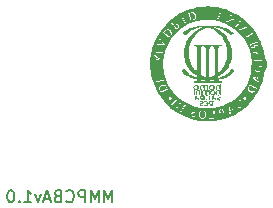
<source format=gbr>
%TF.GenerationSoftware,KiCad,Pcbnew,(6.0.5)*%
%TF.CreationDate,2023-06-19T01:03:16+02:00*%
%TF.ProjectId,PCB_Alimentacion,5043425f-416c-4696-9d65-6e746163696f,rev?*%
%TF.SameCoordinates,Original*%
%TF.FileFunction,Legend,Bot*%
%TF.FilePolarity,Positive*%
%FSLAX46Y46*%
G04 Gerber Fmt 4.6, Leading zero omitted, Abs format (unit mm)*
G04 Created by KiCad (PCBNEW (6.0.5)) date 2023-06-19 01:03:16*
%MOMM*%
%LPD*%
G01*
G04 APERTURE LIST*
%ADD10C,0.150000*%
%ADD11C,0.300000*%
G04 APERTURE END LIST*
D10*
X124154761Y-99952380D02*
X124154761Y-98952380D01*
X123821428Y-99666666D01*
X123488095Y-98952380D01*
X123488095Y-99952380D01*
X123011904Y-99952380D02*
X123011904Y-98952380D01*
X122678571Y-99666666D01*
X122345238Y-98952380D01*
X122345238Y-99952380D01*
X121869047Y-99952380D02*
X121869047Y-98952380D01*
X121488095Y-98952380D01*
X121392857Y-99000000D01*
X121345238Y-99047619D01*
X121297619Y-99142857D01*
X121297619Y-99285714D01*
X121345238Y-99380952D01*
X121392857Y-99428571D01*
X121488095Y-99476190D01*
X121869047Y-99476190D01*
X120297619Y-99857142D02*
X120345238Y-99904761D01*
X120488095Y-99952380D01*
X120583333Y-99952380D01*
X120726190Y-99904761D01*
X120821428Y-99809523D01*
X120869047Y-99714285D01*
X120916666Y-99523809D01*
X120916666Y-99380952D01*
X120869047Y-99190476D01*
X120821428Y-99095238D01*
X120726190Y-99000000D01*
X120583333Y-98952380D01*
X120488095Y-98952380D01*
X120345238Y-99000000D01*
X120297619Y-99047619D01*
X119535714Y-99428571D02*
X119392857Y-99476190D01*
X119345238Y-99523809D01*
X119297619Y-99619047D01*
X119297619Y-99761904D01*
X119345238Y-99857142D01*
X119392857Y-99904761D01*
X119488095Y-99952380D01*
X119869047Y-99952380D01*
X119869047Y-98952380D01*
X119535714Y-98952380D01*
X119440476Y-99000000D01*
X119392857Y-99047619D01*
X119345238Y-99142857D01*
X119345238Y-99238095D01*
X119392857Y-99333333D01*
X119440476Y-99380952D01*
X119535714Y-99428571D01*
X119869047Y-99428571D01*
X118916666Y-99666666D02*
X118440476Y-99666666D01*
X119011904Y-99952380D02*
X118678571Y-98952380D01*
X118345238Y-99952380D01*
X118107142Y-99285714D02*
X117869047Y-99952380D01*
X117630952Y-99285714D01*
X116726190Y-99952380D02*
X117297619Y-99952380D01*
X117011904Y-99952380D02*
X117011904Y-98952380D01*
X117107142Y-99095238D01*
X117202380Y-99190476D01*
X117297619Y-99238095D01*
X116297619Y-99857142D02*
X116250000Y-99904761D01*
X116297619Y-99952380D01*
X116345238Y-99904761D01*
X116297619Y-99857142D01*
X116297619Y-99952380D01*
X115630952Y-98952380D02*
X115535714Y-98952380D01*
X115440476Y-99000000D01*
X115392857Y-99047619D01*
X115345238Y-99142857D01*
X115297619Y-99333333D01*
X115297619Y-99571428D01*
X115345238Y-99761904D01*
X115392857Y-99857142D01*
X115440476Y-99904761D01*
X115535714Y-99952380D01*
X115630952Y-99952380D01*
X115726190Y-99904761D01*
X115773809Y-99857142D01*
X115821428Y-99761904D01*
X115869047Y-99571428D01*
X115869047Y-99333333D01*
X115821428Y-99142857D01*
X115773809Y-99047619D01*
X115726190Y-99000000D01*
X115630952Y-98952380D01*
D11*
%TO.C,G*%
X136205050Y-87621442D02*
X136350193Y-87548870D01*
X136567907Y-87548870D01*
X136785621Y-87621442D01*
X136930764Y-87766584D01*
X137003335Y-87911727D01*
X137075907Y-88202013D01*
X137075907Y-88419727D01*
X137003335Y-88710013D01*
X136930764Y-88855156D01*
X136785621Y-89000299D01*
X136567907Y-89072870D01*
X136422764Y-89072870D01*
X136205050Y-89000299D01*
X136132478Y-88927727D01*
X136132478Y-88419727D01*
X136422764Y-88419727D01*
G36*
X131168538Y-90479435D02*
G01*
X131188903Y-90485272D01*
X131203088Y-90490384D01*
X131211611Y-90495677D01*
X131212957Y-90501144D01*
X131210701Y-90507860D01*
X131205908Y-90521438D01*
X131199918Y-90538002D01*
X131199174Y-90540066D01*
X131196141Y-90549488D01*
X131193693Y-90559665D01*
X131191719Y-90571883D01*
X131190105Y-90587430D01*
X131188739Y-90607593D01*
X131187510Y-90633660D01*
X131186303Y-90666917D01*
X131185007Y-90708652D01*
X131184688Y-90719383D01*
X131183510Y-90758013D01*
X131182467Y-90788291D01*
X131181443Y-90811351D01*
X131180319Y-90828330D01*
X131178976Y-90840364D01*
X131177297Y-90848588D01*
X131175162Y-90854138D01*
X131172454Y-90858149D01*
X131169053Y-90861757D01*
X131156195Y-90871043D01*
X131140805Y-90877408D01*
X131136959Y-90878313D01*
X131124407Y-90880776D01*
X131115238Y-90880428D01*
X131105518Y-90876558D01*
X131091311Y-90868453D01*
X131068076Y-90854772D01*
X131080322Y-90843267D01*
X131083641Y-90840008D01*
X131087829Y-90834476D01*
X131090465Y-90827250D01*
X131091917Y-90816313D01*
X131092555Y-90799646D01*
X131092746Y-90775230D01*
X131092787Y-90769162D01*
X131093316Y-90741062D01*
X131094344Y-90707827D01*
X131095746Y-90673109D01*
X131097395Y-90640559D01*
X131098213Y-90626788D01*
X131100255Y-90598321D01*
X131102551Y-90576646D01*
X131105430Y-90559640D01*
X131109218Y-90545180D01*
X131114243Y-90531143D01*
X131114429Y-90530673D01*
X131124613Y-90506185D01*
X131133398Y-90489873D01*
X131142503Y-90480680D01*
X131153643Y-90477553D01*
X131168538Y-90479435D01*
G37*
G36*
X131386915Y-90472198D02*
G01*
X131405887Y-90475455D01*
X131429960Y-90483848D01*
X131456748Y-90496401D01*
X131483867Y-90512137D01*
X131511332Y-90529766D01*
X131535934Y-90508245D01*
X131541635Y-90503351D01*
X131556741Y-90492311D01*
X131569585Y-90487806D01*
X131583367Y-90489238D01*
X131601287Y-90496006D01*
X131604651Y-90497484D01*
X131622411Y-90505789D01*
X131632463Y-90512841D01*
X131635916Y-90520885D01*
X131633882Y-90532166D01*
X131627471Y-90548930D01*
X131626893Y-90550352D01*
X131623424Y-90559226D01*
X131620714Y-90567557D01*
X131618669Y-90576634D01*
X131617195Y-90587744D01*
X131616199Y-90602178D01*
X131615587Y-90621224D01*
X131615267Y-90646171D01*
X131615143Y-90678307D01*
X131615122Y-90718922D01*
X131615242Y-90753144D01*
X131615676Y-90789408D01*
X131616396Y-90820002D01*
X131617369Y-90843902D01*
X131618560Y-90860083D01*
X131619937Y-90867523D01*
X131621363Y-90870628D01*
X131620835Y-90874840D01*
X131614333Y-90877550D01*
X131599980Y-90879927D01*
X131599022Y-90880054D01*
X131577388Y-90880663D01*
X131555912Y-90877704D01*
X131537757Y-90871867D01*
X131526088Y-90863840D01*
X131525173Y-90862260D01*
X131523405Y-90855213D01*
X131522041Y-90842673D01*
X131521045Y-90823787D01*
X131520379Y-90797700D01*
X131520006Y-90763557D01*
X131519890Y-90720503D01*
X131519890Y-90584643D01*
X131507429Y-90572170D01*
X131501258Y-90567142D01*
X131480629Y-90558395D01*
X131452171Y-90554340D01*
X131416464Y-90555085D01*
X131397879Y-90557677D01*
X131376840Y-90565519D01*
X131360577Y-90579719D01*
X131346550Y-90601979D01*
X131344602Y-90605808D01*
X131341223Y-90613050D01*
X131338703Y-90620386D01*
X131336936Y-90629199D01*
X131335815Y-90640869D01*
X131335236Y-90656780D01*
X131335091Y-90678311D01*
X131335276Y-90706846D01*
X131335684Y-90743766D01*
X131337057Y-90861655D01*
X131323873Y-90877324D01*
X131321321Y-90880226D01*
X131310160Y-90890773D01*
X131300523Y-90897105D01*
X131298522Y-90897858D01*
X131281317Y-90901019D01*
X131263400Y-90899873D01*
X131248145Y-90894978D01*
X131238923Y-90886894D01*
X131237799Y-90884325D01*
X131238248Y-90875633D01*
X131245797Y-90864341D01*
X131257363Y-90850558D01*
X131249801Y-90726024D01*
X131248265Y-90698885D01*
X131246687Y-90665456D01*
X131245616Y-90635474D01*
X131245095Y-90610514D01*
X131245167Y-90592150D01*
X131245875Y-90581955D01*
X131248393Y-90573908D01*
X131259256Y-90555890D01*
X131276286Y-90536516D01*
X131297549Y-90517295D01*
X131321113Y-90499741D01*
X131345043Y-90485364D01*
X131367408Y-90475676D01*
X131386273Y-90472189D01*
X131386915Y-90472198D01*
G37*
G36*
X133142791Y-89287781D02*
G01*
X133144764Y-89357257D01*
X133145056Y-89366642D01*
X133146058Y-89390637D01*
X133147247Y-89410364D01*
X133147490Y-89413010D01*
X133148498Y-89423991D01*
X133149686Y-89429684D01*
X133154849Y-89429966D01*
X133168070Y-89427612D01*
X133187801Y-89422844D01*
X133212609Y-89416055D01*
X133241062Y-89407639D01*
X133271730Y-89397991D01*
X133303180Y-89387502D01*
X133385056Y-89357197D01*
X133503819Y-89305104D01*
X133620060Y-89244128D01*
X133734638Y-89173845D01*
X133755400Y-89159978D01*
X133860013Y-89084106D01*
X133963108Y-88999365D01*
X134063878Y-88906492D01*
X134161513Y-88806224D01*
X134255205Y-88699298D01*
X134259570Y-88694063D01*
X134275000Y-88675831D01*
X134288012Y-88660866D01*
X134297348Y-88650597D01*
X134301749Y-88646452D01*
X134303663Y-88647254D01*
X134312290Y-88652976D01*
X134326721Y-88663419D01*
X134345826Y-88677698D01*
X134368475Y-88694930D01*
X134393538Y-88714230D01*
X134419885Y-88734715D01*
X134446385Y-88755500D01*
X134471909Y-88775701D01*
X134495326Y-88794435D01*
X134515507Y-88810816D01*
X134531321Y-88823961D01*
X134541638Y-88832987D01*
X134545328Y-88837008D01*
X134543323Y-88841156D01*
X134535363Y-88851823D01*
X134522257Y-88867479D01*
X134504985Y-88887037D01*
X134484531Y-88909411D01*
X134461875Y-88933512D01*
X134437999Y-88958255D01*
X134413886Y-88982551D01*
X134364652Y-89029632D01*
X134262108Y-89117610D01*
X134152917Y-89198690D01*
X134037412Y-89272708D01*
X133915929Y-89339502D01*
X133788800Y-89398909D01*
X133656361Y-89450766D01*
X133518945Y-89494909D01*
X133376887Y-89531176D01*
X133230521Y-89559405D01*
X133163493Y-89570314D01*
X133166231Y-89582883D01*
X133169537Y-89593968D01*
X133171261Y-89599747D01*
X133185141Y-89629102D01*
X133204282Y-89657802D01*
X133226653Y-89682499D01*
X133242697Y-89696427D01*
X133263045Y-89710572D01*
X133284490Y-89720625D01*
X133309182Y-89727317D01*
X133339272Y-89731378D01*
X133376908Y-89733537D01*
X133441617Y-89735769D01*
X133441617Y-89778342D01*
X133441558Y-89786491D01*
X133440951Y-89804742D01*
X133439827Y-89818117D01*
X133438361Y-89824172D01*
X133438304Y-89824196D01*
X133432414Y-89824489D01*
X133417212Y-89824775D01*
X133393121Y-89825053D01*
X133360561Y-89825321D01*
X133319954Y-89825579D01*
X133271723Y-89825825D01*
X133216287Y-89826057D01*
X133154070Y-89826276D01*
X133085493Y-89826479D01*
X133010976Y-89826666D01*
X132930942Y-89826835D01*
X132845812Y-89826985D01*
X132756008Y-89827115D01*
X132661951Y-89827225D01*
X132564063Y-89827312D01*
X132462766Y-89827375D01*
X132358480Y-89827414D01*
X132251628Y-89827427D01*
X131068150Y-89827427D01*
X131068150Y-89734638D01*
X131118994Y-89734638D01*
X131144454Y-89734079D01*
X131174205Y-89731230D01*
X131198354Y-89725736D01*
X131236351Y-89709857D01*
X131272599Y-89686108D01*
X131303402Y-89656542D01*
X131327373Y-89622501D01*
X131339688Y-89593444D01*
X131688784Y-89593444D01*
X131693765Y-89606658D01*
X131699928Y-89620773D01*
X131719480Y-89652183D01*
X131744897Y-89680746D01*
X131773943Y-89704167D01*
X131804381Y-89720151D01*
X131820461Y-89725029D01*
X131848264Y-89730145D01*
X131878234Y-89732787D01*
X131906589Y-89732672D01*
X131929544Y-89729516D01*
X131948680Y-89723117D01*
X131978042Y-89708672D01*
X132007104Y-89689727D01*
X132032417Y-89668331D01*
X132033555Y-89667196D01*
X132046002Y-89653037D01*
X132058343Y-89636371D01*
X132069369Y-89619215D01*
X132077867Y-89603587D01*
X132082628Y-89591504D01*
X132082439Y-89584984D01*
X132080961Y-89584591D01*
X132071473Y-89584314D01*
X132054849Y-89584778D01*
X132032869Y-89585917D01*
X132007311Y-89587669D01*
X131996758Y-89588393D01*
X131966878Y-89589934D01*
X131930903Y-89591270D01*
X131891381Y-89592326D01*
X131850861Y-89593031D01*
X131811893Y-89593309D01*
X131688784Y-89593444D01*
X131339688Y-89593444D01*
X131343127Y-89585329D01*
X131345510Y-89577170D01*
X132426425Y-89577170D01*
X132427891Y-89586665D01*
X132428938Y-89590815D01*
X132429211Y-89591504D01*
X132443657Y-89628023D01*
X132466488Y-89661971D01*
X132496017Y-89690924D01*
X132530834Y-89713148D01*
X132533256Y-89714340D01*
X132552550Y-89723107D01*
X132568935Y-89728412D01*
X132586635Y-89731308D01*
X132609875Y-89732846D01*
X132618583Y-89733106D01*
X132658846Y-89730355D01*
X132695362Y-89720320D01*
X132730133Y-89702262D01*
X132765158Y-89675440D01*
X132776308Y-89664499D01*
X132792715Y-89644889D01*
X132806897Y-89624203D01*
X132816184Y-89606068D01*
X132820784Y-89593968D01*
X132729518Y-89593506D01*
X132703538Y-89593288D01*
X132672679Y-89592822D01*
X132644688Y-89592185D01*
X132621865Y-89591430D01*
X132606508Y-89590612D01*
X132570182Y-89587801D01*
X132525466Y-89584230D01*
X132490002Y-89581240D01*
X132463501Y-89578805D01*
X132445667Y-89576899D01*
X132436211Y-89575496D01*
X132429787Y-89574527D01*
X132426425Y-89577170D01*
X131345510Y-89577170D01*
X131350363Y-89560555D01*
X131313035Y-89554448D01*
X131284948Y-89549525D01*
X131230003Y-89538447D01*
X131170409Y-89524851D01*
X131109001Y-89509399D01*
X131048616Y-89492752D01*
X130990217Y-89475070D01*
X130853718Y-89427081D01*
X130722775Y-89371416D01*
X130597616Y-89308208D01*
X130478467Y-89237587D01*
X130365558Y-89159683D01*
X130259116Y-89074628D01*
X130159369Y-88982551D01*
X130140643Y-88963746D01*
X130116630Y-88939009D01*
X130093617Y-88914670D01*
X130072587Y-88891817D01*
X130054521Y-88871537D01*
X130040401Y-88854918D01*
X130031210Y-88843045D01*
X130027927Y-88837008D01*
X130029253Y-88835276D01*
X130037012Y-88828179D01*
X130050727Y-88816602D01*
X130069268Y-88801430D01*
X130091505Y-88783547D01*
X130116309Y-88763836D01*
X130142548Y-88743182D01*
X130169094Y-88722468D01*
X130194815Y-88702579D01*
X130218582Y-88684400D01*
X130239265Y-88668813D01*
X130255733Y-88656703D01*
X130266857Y-88648955D01*
X130271506Y-88646452D01*
X130272126Y-88646878D01*
X130277967Y-88652797D01*
X130288407Y-88664459D01*
X130302188Y-88680435D01*
X130318051Y-88699298D01*
X130365461Y-88754887D01*
X130469091Y-88866811D01*
X130576011Y-88969543D01*
X130686220Y-89063081D01*
X130799715Y-89147425D01*
X130916494Y-89222573D01*
X131036557Y-89288524D01*
X131159901Y-89345276D01*
X131286525Y-89392828D01*
X131291926Y-89394648D01*
X131318101Y-89403605D01*
X131337188Y-89409444D01*
X131350307Y-89411222D01*
X131358576Y-89407990D01*
X131363117Y-89398805D01*
X131363447Y-89396059D01*
X131665557Y-89396059D01*
X131665885Y-89399346D01*
X131667212Y-89408038D01*
X131668324Y-89423813D01*
X131668776Y-89442269D01*
X131668843Y-89474665D01*
X131699366Y-89477586D01*
X131700622Y-89477704D01*
X131723321Y-89479365D01*
X131751463Y-89480761D01*
X131782875Y-89481856D01*
X131815387Y-89482608D01*
X131846829Y-89482980D01*
X131875029Y-89482933D01*
X131897819Y-89482427D01*
X131913026Y-89481423D01*
X131939887Y-89478245D01*
X132633369Y-89478245D01*
X132665113Y-89481336D01*
X132702930Y-89483561D01*
X132749944Y-89483768D01*
X132805518Y-89481944D01*
X132840925Y-89480258D01*
X132840925Y-89413010D01*
X132771332Y-89436265D01*
X132764354Y-89438587D01*
X132736187Y-89447786D01*
X132708780Y-89456493D01*
X132684959Y-89463822D01*
X132667554Y-89468882D01*
X132633369Y-89478245D01*
X131939887Y-89478245D01*
X131899075Y-89466940D01*
X131897830Y-89466592D01*
X131879628Y-89461180D01*
X131854608Y-89453326D01*
X131824972Y-89443741D01*
X131792922Y-89433138D01*
X131760662Y-89422227D01*
X131748668Y-89418127D01*
X131719162Y-89408140D01*
X131697392Y-89401033D01*
X131682251Y-89396538D01*
X131672634Y-89394388D01*
X131667438Y-89394318D01*
X131665557Y-89396059D01*
X131363447Y-89396059D01*
X131365050Y-89382719D01*
X131365493Y-89358786D01*
X131365568Y-89326061D01*
X131366055Y-89256901D01*
X131313555Y-89228876D01*
X131263850Y-89201368D01*
X131191014Y-89156386D01*
X131663959Y-89156386D01*
X131721910Y-89191550D01*
X131722592Y-89191963D01*
X131781708Y-89226245D01*
X131845651Y-89260597D01*
X131910324Y-89292896D01*
X131971631Y-89321017D01*
X131971927Y-89321146D01*
X131998368Y-89332428D01*
X132025299Y-89343565D01*
X132049583Y-89353280D01*
X132068083Y-89360295D01*
X132103490Y-89373035D01*
X132103456Y-88449549D01*
X132401565Y-88449549D01*
X132401570Y-88539834D01*
X132401602Y-88628110D01*
X132401660Y-88713823D01*
X132401745Y-88796419D01*
X132401857Y-88875344D01*
X132401997Y-88950043D01*
X132402166Y-89019962D01*
X132402363Y-89084547D01*
X132402589Y-89143244D01*
X132402845Y-89195498D01*
X132403130Y-89240757D01*
X132403446Y-89278464D01*
X132403792Y-89308067D01*
X132404169Y-89329011D01*
X132404578Y-89340742D01*
X132405404Y-89352663D01*
X132407500Y-89373035D01*
X132407636Y-89374362D01*
X132410255Y-89387932D01*
X132413124Y-89392555D01*
X132416683Y-89391827D01*
X132428857Y-89388042D01*
X132447406Y-89381588D01*
X132470662Y-89373096D01*
X132496958Y-89363197D01*
X132524626Y-89352523D01*
X132551998Y-89341704D01*
X132577406Y-89331371D01*
X132599183Y-89322155D01*
X132655982Y-89296465D01*
X132723197Y-89263337D01*
X132793309Y-89225740D01*
X132845809Y-89196580D01*
X132845733Y-88155563D01*
X132845726Y-88108654D01*
X132845676Y-87988744D01*
X132845581Y-87874542D01*
X132845441Y-87766338D01*
X132845258Y-87664423D01*
X132845034Y-87569085D01*
X132844769Y-87480616D01*
X132844466Y-87399304D01*
X132844124Y-87325441D01*
X132843746Y-87259315D01*
X132843333Y-87201217D01*
X132842886Y-87151436D01*
X132842407Y-87110264D01*
X132841896Y-87077988D01*
X132841355Y-87054901D01*
X132840785Y-87041290D01*
X132839918Y-87028770D01*
X132835331Y-86976647D01*
X132829514Y-86932779D01*
X132822117Y-86895953D01*
X132812790Y-86864952D01*
X132801183Y-86838563D01*
X132786946Y-86815571D01*
X132769728Y-86794760D01*
X132762941Y-86787741D01*
X132734227Y-86763569D01*
X132703653Y-86747369D01*
X132669107Y-86738252D01*
X132628473Y-86735328D01*
X132609129Y-86736167D01*
X132565666Y-86744653D01*
X132525071Y-86761670D01*
X132488883Y-86786466D01*
X132458639Y-86818290D01*
X132449703Y-86830754D01*
X132439473Y-86847959D01*
X132431085Y-86866735D01*
X132424305Y-86888251D01*
X132418895Y-86913678D01*
X132414618Y-86944188D01*
X132411240Y-86980950D01*
X132408522Y-87025137D01*
X132406230Y-87077918D01*
X132405902Y-87089479D01*
X132405486Y-87112642D01*
X132405089Y-87144325D01*
X132404711Y-87183974D01*
X132404353Y-87231035D01*
X132404014Y-87284953D01*
X132403695Y-87345176D01*
X132403397Y-87411148D01*
X132403119Y-87482315D01*
X132402863Y-87558123D01*
X132402629Y-87638018D01*
X132402417Y-87721446D01*
X132402227Y-87807853D01*
X132402060Y-87896684D01*
X132401917Y-87987385D01*
X132401797Y-88079402D01*
X132401702Y-88172181D01*
X132401631Y-88265168D01*
X132401585Y-88357809D01*
X132401565Y-88449549D01*
X132103456Y-88449549D01*
X132103448Y-88216930D01*
X132103425Y-88090467D01*
X132103359Y-87963276D01*
X132103253Y-87843045D01*
X132103107Y-87729975D01*
X132102922Y-87624266D01*
X132102699Y-87526119D01*
X132102438Y-87435735D01*
X132102140Y-87353313D01*
X132101806Y-87279055D01*
X132101438Y-87213161D01*
X132101035Y-87155830D01*
X132100598Y-87107265D01*
X132100129Y-87067665D01*
X132099629Y-87037231D01*
X132099097Y-87016163D01*
X132098535Y-87004663D01*
X132097412Y-86992289D01*
X132091876Y-86944720D01*
X132084822Y-86905038D01*
X132075776Y-86871753D01*
X132064263Y-86843378D01*
X132049811Y-86818423D01*
X132031946Y-86795400D01*
X132015623Y-86779300D01*
X131982931Y-86757473D01*
X131944927Y-86742792D01*
X131902869Y-86735685D01*
X131858020Y-86736576D01*
X131843427Y-86738998D01*
X131808464Y-86750703D01*
X131774145Y-86769576D01*
X131742667Y-86794024D01*
X131716229Y-86822453D01*
X131697032Y-86853269D01*
X131694676Y-86858310D01*
X131691315Y-86865853D01*
X131688209Y-86873592D01*
X131685347Y-86881909D01*
X131682719Y-86891188D01*
X131680317Y-86901811D01*
X131678129Y-86914162D01*
X131676146Y-86928622D01*
X131674357Y-86945575D01*
X131672753Y-86965405D01*
X131671323Y-86988492D01*
X131670057Y-87015222D01*
X131668946Y-87045975D01*
X131667979Y-87081136D01*
X131667146Y-87121087D01*
X131666438Y-87166211D01*
X131665844Y-87216891D01*
X131665354Y-87273509D01*
X131664958Y-87336449D01*
X131664646Y-87406093D01*
X131664408Y-87482825D01*
X131664234Y-87567027D01*
X131664113Y-87659082D01*
X131664037Y-87759373D01*
X131663995Y-87868282D01*
X131663976Y-87986193D01*
X131663971Y-88113489D01*
X131663959Y-89156386D01*
X131191014Y-89156386D01*
X131166169Y-89141042D01*
X131073322Y-89074746D01*
X130984417Y-89001723D01*
X130898563Y-88921214D01*
X130814868Y-88832461D01*
X130732441Y-88734706D01*
X130711095Y-88707121D01*
X130683042Y-88668846D01*
X130653104Y-88626230D01*
X130622816Y-88581542D01*
X130593710Y-88537048D01*
X130567318Y-88495015D01*
X130545174Y-88457712D01*
X130535706Y-88440744D01*
X130516515Y-88404677D01*
X130495495Y-88363445D01*
X130473747Y-88319329D01*
X130452370Y-88274610D01*
X130432464Y-88231570D01*
X130415130Y-88192490D01*
X130401467Y-88159652D01*
X130362836Y-88054021D01*
X130325021Y-87930043D01*
X130294501Y-87804682D01*
X130271742Y-87679883D01*
X130257210Y-87557593D01*
X130256137Y-87542886D01*
X130254460Y-87505904D01*
X130253521Y-87462223D01*
X130253284Y-87413896D01*
X130253711Y-87362978D01*
X130254768Y-87311522D01*
X130254928Y-87306668D01*
X130644256Y-87306668D01*
X130644282Y-87361001D01*
X130645262Y-87412971D01*
X130647225Y-87460371D01*
X130650196Y-87500997D01*
X130662674Y-87605298D01*
X130688074Y-87747809D01*
X130722780Y-87887662D01*
X130766677Y-88024621D01*
X130819650Y-88158447D01*
X130881583Y-88288905D01*
X130952360Y-88415755D01*
X131031867Y-88538760D01*
X131119987Y-88657684D01*
X131216605Y-88772288D01*
X131321607Y-88882334D01*
X131366055Y-88926185D01*
X131365979Y-88020365D01*
X131365969Y-87967303D01*
X131365907Y-87858155D01*
X131365794Y-87754222D01*
X131365630Y-87655855D01*
X131365419Y-87563404D01*
X131365160Y-87477218D01*
X131364857Y-87397649D01*
X131364511Y-87325046D01*
X131364123Y-87259759D01*
X131363697Y-87202139D01*
X131363232Y-87152536D01*
X131362731Y-87111299D01*
X131362197Y-87078779D01*
X131361629Y-87055326D01*
X131361032Y-87041290D01*
X131359501Y-87019820D01*
X131354811Y-86969519D01*
X131348870Y-86927231D01*
X131341309Y-86891706D01*
X131331759Y-86861693D01*
X131319850Y-86835941D01*
X131305213Y-86813199D01*
X131287478Y-86792216D01*
X131285473Y-86790124D01*
X131259516Y-86767672D01*
X131230246Y-86751036D01*
X131196250Y-86739735D01*
X131156119Y-86733287D01*
X131108441Y-86731214D01*
X131068150Y-86731177D01*
X131068150Y-86643270D01*
X133441617Y-86643270D01*
X133441617Y-86731177D01*
X133403769Y-86731205D01*
X133373047Y-86732237D01*
X133326168Y-86738835D01*
X133285268Y-86751907D01*
X133249156Y-86771886D01*
X133216641Y-86799205D01*
X133205817Y-86810548D01*
X133190848Y-86829011D01*
X133178900Y-86848587D01*
X133169516Y-86870719D01*
X133162236Y-86896849D01*
X133156602Y-86928417D01*
X133152156Y-86966865D01*
X133148438Y-87013636D01*
X133148033Y-87021088D01*
X133147334Y-87042146D01*
X133146709Y-87072573D01*
X133146158Y-87112401D01*
X133145681Y-87161665D01*
X133145278Y-87220397D01*
X133144948Y-87288631D01*
X133144691Y-87366399D01*
X133144508Y-87453735D01*
X133144399Y-87550673D01*
X133144362Y-87657244D01*
X133144398Y-87773483D01*
X133144507Y-87899423D01*
X133144689Y-88035097D01*
X133146155Y-88980067D01*
X133194991Y-88935362D01*
X133272925Y-88860788D01*
X133375292Y-88751745D01*
X133469604Y-88637604D01*
X133555705Y-88518658D01*
X133633440Y-88395199D01*
X133702655Y-88267519D01*
X133763193Y-88135912D01*
X133814901Y-88000669D01*
X133857622Y-87862083D01*
X133891203Y-87720447D01*
X133915487Y-87576053D01*
X133920019Y-87535043D01*
X133923761Y-87486358D01*
X133926612Y-87432686D01*
X133928513Y-87376411D01*
X133929406Y-87319919D01*
X133929232Y-87265594D01*
X133927932Y-87215821D01*
X133925447Y-87172984D01*
X133920526Y-87119892D01*
X133900554Y-86975621D01*
X133871190Y-86832336D01*
X133832708Y-86690623D01*
X133785379Y-86551065D01*
X133729477Y-86414248D01*
X133665275Y-86280754D01*
X133593047Y-86151170D01*
X133513064Y-86026078D01*
X133425602Y-85906063D01*
X133330932Y-85791710D01*
X133229327Y-85683602D01*
X133158226Y-85615669D01*
X133054165Y-85526669D01*
X132946203Y-85446296D01*
X132833794Y-85374152D01*
X132716391Y-85309838D01*
X132712258Y-85307757D01*
X132659521Y-85281915D01*
X132611705Y-85260028D01*
X132565763Y-85240819D01*
X132518651Y-85223011D01*
X132467324Y-85205326D01*
X132461348Y-85203366D01*
X132432517Y-85194369D01*
X132401890Y-85185443D01*
X132371320Y-85177067D01*
X132342657Y-85169720D01*
X132317753Y-85163879D01*
X132298459Y-85160024D01*
X132286628Y-85158633D01*
X132277763Y-85159673D01*
X132261409Y-85162756D01*
X132240271Y-85167389D01*
X132216750Y-85173076D01*
X132145487Y-85192824D01*
X132025637Y-85233909D01*
X131908110Y-85284074D01*
X131793294Y-85342978D01*
X131681580Y-85410282D01*
X131573358Y-85485647D01*
X131469015Y-85568734D01*
X131368942Y-85659203D01*
X131273528Y-85756715D01*
X131183163Y-85860930D01*
X131098236Y-85971510D01*
X131019135Y-86088114D01*
X130946252Y-86210404D01*
X130879974Y-86338041D01*
X130836065Y-86433479D01*
X130784365Y-86561208D01*
X130740979Y-86689122D01*
X130705354Y-86819081D01*
X130676935Y-86952943D01*
X130655169Y-87092569D01*
X130653164Y-87109813D01*
X130649639Y-87151544D01*
X130646961Y-87199733D01*
X130645158Y-87252177D01*
X130644256Y-87306668D01*
X130254928Y-87306668D01*
X130256417Y-87261583D01*
X130258623Y-87215214D01*
X130261349Y-87174470D01*
X130264559Y-87141405D01*
X130282956Y-87013406D01*
X130314113Y-86855867D01*
X130354184Y-86702273D01*
X130403158Y-86552659D01*
X130461023Y-86407060D01*
X130527768Y-86265509D01*
X130603381Y-86128043D01*
X130678336Y-86009155D01*
X130761317Y-85893328D01*
X130849829Y-85784555D01*
X130943534Y-85683181D01*
X131042089Y-85589550D01*
X131145155Y-85504009D01*
X131252390Y-85426901D01*
X131363455Y-85358571D01*
X131436292Y-85319782D01*
X131526070Y-85277287D01*
X131623278Y-85236292D01*
X131726688Y-85197284D01*
X131835075Y-85160748D01*
X131947212Y-85127170D01*
X131950059Y-85126366D01*
X131958071Y-85123945D01*
X131961766Y-85122245D01*
X131960238Y-85121189D01*
X131952577Y-85120704D01*
X131937877Y-85120713D01*
X131915228Y-85121142D01*
X131883724Y-85121916D01*
X131821916Y-85124591D01*
X131691811Y-85137353D01*
X131561096Y-85159746D01*
X131429925Y-85191703D01*
X131298450Y-85233155D01*
X131166827Y-85284035D01*
X131035209Y-85344276D01*
X130903750Y-85413809D01*
X130772603Y-85492567D01*
X130641923Y-85580481D01*
X130511863Y-85677485D01*
X130382576Y-85783510D01*
X130366278Y-85797400D01*
X130347253Y-85813363D01*
X130331782Y-85826057D01*
X130321140Y-85834438D01*
X130316602Y-85837464D01*
X130316248Y-85837291D01*
X130310724Y-85832534D01*
X130299412Y-85821903D01*
X130283206Y-85806266D01*
X130262997Y-85786490D01*
X130239677Y-85763440D01*
X130214140Y-85737982D01*
X130114747Y-85638500D01*
X130193166Y-85579535D01*
X130201482Y-85573305D01*
X130337593Y-85477537D01*
X130477137Y-85390878D01*
X130620053Y-85313355D01*
X130766283Y-85244993D01*
X130915767Y-85185818D01*
X131068445Y-85135855D01*
X131224259Y-85095131D01*
X131383148Y-85063671D01*
X131393685Y-85061924D01*
X131466210Y-85050830D01*
X131535307Y-85042086D01*
X131603157Y-85035544D01*
X131671941Y-85031058D01*
X131743839Y-85028480D01*
X131821032Y-85027665D01*
X131905701Y-85028465D01*
X131916855Y-85028662D01*
X131963208Y-85029556D01*
X132002088Y-85030508D01*
X132035383Y-85031639D01*
X132064980Y-85033074D01*
X132092768Y-85034932D01*
X132120632Y-85037338D01*
X132150462Y-85040413D01*
X132184144Y-85044280D01*
X132223566Y-85049060D01*
X132236571Y-85050629D01*
X132261453Y-85053241D01*
X132281602Y-85054405D01*
X132300463Y-85054127D01*
X132321481Y-85052413D01*
X132348100Y-85049268D01*
X132381241Y-85045148D01*
X132417288Y-85040914D01*
X132449734Y-85037511D01*
X132480250Y-85034849D01*
X132510508Y-85032837D01*
X132542177Y-85031384D01*
X132576928Y-85030402D01*
X132616434Y-85029798D01*
X132662365Y-85029484D01*
X132716391Y-85029369D01*
X132737205Y-85029366D01*
X132793849Y-85029546D01*
X132842915Y-85030082D01*
X132886042Y-85031067D01*
X132924872Y-85032592D01*
X132961045Y-85034750D01*
X132996201Y-85037631D01*
X133031980Y-85041329D01*
X133070022Y-85045934D01*
X133111969Y-85051540D01*
X133197554Y-85064763D01*
X133355800Y-85096747D01*
X133511559Y-85138092D01*
X133664461Y-85188658D01*
X133814135Y-85248304D01*
X133960212Y-85316889D01*
X134102323Y-85394274D01*
X134240098Y-85480317D01*
X134245479Y-85483915D01*
X134280878Y-85508068D01*
X134318010Y-85534122D01*
X134354887Y-85560635D01*
X134389524Y-85586164D01*
X134419935Y-85609266D01*
X134444135Y-85628501D01*
X134457709Y-85639675D01*
X134357577Y-85739618D01*
X134257446Y-85839561D01*
X134245498Y-85829966D01*
X134244602Y-85829241D01*
X134235983Y-85822113D01*
X134221503Y-85810021D01*
X134202497Y-85794083D01*
X134180299Y-85775417D01*
X134156243Y-85755143D01*
X134127452Y-85731101D01*
X133998900Y-85629767D01*
X133869376Y-85537390D01*
X133739057Y-85454046D01*
X133608126Y-85379814D01*
X133476761Y-85314770D01*
X133345142Y-85258994D01*
X133213449Y-85212562D01*
X133081861Y-85175552D01*
X132950559Y-85148041D01*
X132819723Y-85130108D01*
X132689531Y-85121829D01*
X132599183Y-85119445D01*
X132643136Y-85131878D01*
X132643777Y-85132060D01*
X132748189Y-85163613D01*
X132850663Y-85198481D01*
X132949634Y-85236038D01*
X133043536Y-85275657D01*
X133130804Y-85316714D01*
X133209871Y-85358580D01*
X133272472Y-85395700D01*
X133380789Y-85468559D01*
X133484886Y-85549741D01*
X133584450Y-85638796D01*
X133679165Y-85735272D01*
X133768715Y-85838718D01*
X133852785Y-85948682D01*
X133931059Y-86064713D01*
X134003223Y-86186361D01*
X134068959Y-86313172D01*
X134127954Y-86444697D01*
X134179891Y-86580483D01*
X134224456Y-86720080D01*
X134261332Y-86863036D01*
X134273133Y-86917141D01*
X134289298Y-87002644D01*
X134301659Y-87086032D01*
X134310558Y-87170198D01*
X134316338Y-87258035D01*
X134318308Y-87319919D01*
X134319343Y-87352438D01*
X134319784Y-87383966D01*
X134319724Y-87455885D01*
X134317861Y-87521264D01*
X134313987Y-87582319D01*
X134307889Y-87641262D01*
X134299358Y-87700307D01*
X134288183Y-87761669D01*
X134274154Y-87827562D01*
X134246140Y-87938885D01*
X134203238Y-88075637D01*
X134151632Y-88208977D01*
X134091072Y-88339482D01*
X134021306Y-88467730D01*
X133942086Y-88594299D01*
X133898627Y-88657241D01*
X133815310Y-88766557D01*
X133727634Y-88867331D01*
X133635303Y-88959827D01*
X133538025Y-89044312D01*
X133435505Y-89121050D01*
X133327449Y-89190308D01*
X133315936Y-89196580D01*
X133213565Y-89252349D01*
X133142791Y-89287781D01*
G37*
G36*
X131864309Y-92220035D02*
G01*
X131903232Y-92230704D01*
X131938654Y-92248902D01*
X131968893Y-92274339D01*
X131984415Y-92293094D01*
X132007588Y-92332518D01*
X132024430Y-92378620D01*
X132034794Y-92430789D01*
X132038532Y-92488415D01*
X132035498Y-92550888D01*
X132031206Y-92585504D01*
X132018525Y-92647855D01*
X132000263Y-92702576D01*
X131976484Y-92749494D01*
X131947253Y-92788438D01*
X131923126Y-92811542D01*
X131894974Y-92830097D01*
X131861748Y-92843575D01*
X131857288Y-92844881D01*
X131825758Y-92849559D01*
X131790590Y-92848388D01*
X131755132Y-92841698D01*
X131722734Y-92829821D01*
X131707566Y-92821103D01*
X131682598Y-92801816D01*
X131659080Y-92778301D01*
X131640184Y-92753490D01*
X131636529Y-92747460D01*
X131619300Y-92708910D01*
X131607742Y-92662587D01*
X131601906Y-92608681D01*
X131601032Y-92579217D01*
X131603249Y-92519465D01*
X131610639Y-92462690D01*
X131622852Y-92409804D01*
X131639540Y-92361723D01*
X131660353Y-92319361D01*
X131684944Y-92283633D01*
X131712964Y-92255453D01*
X131744064Y-92235737D01*
X131782680Y-92222434D01*
X131823565Y-92217182D01*
X131864309Y-92220035D01*
G37*
G36*
X131492459Y-90354500D02*
G01*
X131465911Y-90386655D01*
X131462259Y-90390256D01*
X131440561Y-90409342D01*
X131416981Y-90425654D01*
X131388961Y-90440785D01*
X131353940Y-90456327D01*
X131339717Y-90461794D01*
X131309085Y-90469774D01*
X131280383Y-90470726D01*
X131250822Y-90464544D01*
X131217613Y-90451122D01*
X131170386Y-90426433D01*
X131132128Y-90401053D01*
X131102133Y-90374013D01*
X131079653Y-90344323D01*
X131063938Y-90310992D01*
X131054239Y-90273032D01*
X131051083Y-90242000D01*
X131137129Y-90242000D01*
X131138353Y-90273135D01*
X131146683Y-90309176D01*
X131153225Y-90328532D01*
X131166276Y-90356113D01*
X131181873Y-90376006D01*
X131200882Y-90389495D01*
X131202849Y-90390468D01*
X131225466Y-90398368D01*
X131249857Y-90402153D01*
X131272613Y-90401562D01*
X131290326Y-90396335D01*
X131298748Y-90391471D01*
X131316664Y-90379251D01*
X131337432Y-90362578D01*
X131362878Y-90340036D01*
X131390473Y-90314815D01*
X131390473Y-90227038D01*
X131400240Y-90227038D01*
X131400273Y-90240909D01*
X131400499Y-90264744D01*
X131400904Y-90283847D01*
X131401446Y-90296540D01*
X131402084Y-90301144D01*
X131403495Y-90300745D01*
X131409719Y-90294197D01*
X131417335Y-90281519D01*
X131425222Y-90265192D01*
X131432254Y-90247693D01*
X131437308Y-90231503D01*
X131439262Y-90219100D01*
X131438577Y-90209821D01*
X131430257Y-90186342D01*
X131412914Y-90164771D01*
X131400240Y-90152931D01*
X131400240Y-90227038D01*
X131390473Y-90227038D01*
X131390473Y-90142057D01*
X131366281Y-90118229D01*
X131359388Y-90111688D01*
X131345530Y-90100933D01*
X131331939Y-90095086D01*
X131316900Y-90094196D01*
X131298704Y-90098316D01*
X131275638Y-90107495D01*
X131245991Y-90121783D01*
X131221920Y-90134186D01*
X131198227Y-90147571D01*
X131180699Y-90159525D01*
X131167737Y-90171334D01*
X131157741Y-90184284D01*
X131149111Y-90199660D01*
X131143052Y-90213935D01*
X131137129Y-90242000D01*
X131051083Y-90242000D01*
X131049807Y-90229452D01*
X131049624Y-90225218D01*
X131048859Y-90201861D01*
X131049098Y-90185331D01*
X131050630Y-90173088D01*
X131053746Y-90162595D01*
X131058736Y-90151313D01*
X131069552Y-90132876D01*
X131094891Y-90104054D01*
X131129694Y-90076816D01*
X131173837Y-90051269D01*
X131225353Y-90025216D01*
X131334311Y-90025216D01*
X131407573Y-90067649D01*
X131422298Y-90076208D01*
X131445558Y-90090027D01*
X131462499Y-90100800D01*
X131474591Y-90109656D01*
X131483300Y-90117725D01*
X131490096Y-90126136D01*
X131496448Y-90136020D01*
X131505922Y-90152425D01*
X131516017Y-90173416D01*
X131522706Y-90194053D01*
X131527625Y-90218678D01*
X131527657Y-90219100D01*
X131529454Y-90243053D01*
X131524932Y-90280790D01*
X131513616Y-90314815D01*
X131512366Y-90318575D01*
X131492459Y-90354500D01*
G37*
G36*
X131540434Y-91273867D02*
G01*
X131532894Y-91294974D01*
X131530357Y-91298560D01*
X131516487Y-91311490D01*
X131496934Y-91324045D01*
X131474722Y-91334483D01*
X131452874Y-91341064D01*
X131447337Y-91342155D01*
X131435356Y-91344522D01*
X131429348Y-91345716D01*
X131425640Y-91345269D01*
X131414669Y-91342918D01*
X131399513Y-91339166D01*
X131391765Y-91336985D01*
X131355546Y-91322060D01*
X131319199Y-91298892D01*
X131311845Y-91293879D01*
X131298476Y-91288418D01*
X131285641Y-91289723D01*
X131271380Y-91298264D01*
X131253730Y-91314507D01*
X131240447Y-91327124D01*
X131225807Y-91337893D01*
X131214828Y-91341340D01*
X131213444Y-91341320D01*
X131191894Y-91338184D01*
X131168047Y-91330771D01*
X131146976Y-91320630D01*
X131137482Y-91314239D01*
X131134636Y-91309804D01*
X131138487Y-91306179D01*
X131142181Y-91302958D01*
X131150098Y-91292454D01*
X131158262Y-91278346D01*
X131161290Y-91271871D01*
X131168249Y-91253934D01*
X131175085Y-91232915D01*
X131176950Y-91226246D01*
X131300350Y-91226246D01*
X131301532Y-91249535D01*
X131310749Y-91268062D01*
X131328443Y-91282961D01*
X131336727Y-91287258D01*
X131359691Y-91292310D01*
X131385733Y-91288769D01*
X131415540Y-91276584D01*
X131422399Y-91272920D01*
X131442263Y-91259963D01*
X131453710Y-91247105D01*
X131457660Y-91232934D01*
X131455032Y-91216041D01*
X131451473Y-91206534D01*
X131437242Y-91184191D01*
X131417586Y-91166366D01*
X131395111Y-91155682D01*
X131391242Y-91154673D01*
X131377417Y-91152395D01*
X131364345Y-91153620D01*
X131347217Y-91158645D01*
X131344390Y-91159622D01*
X131326985Y-91167441D01*
X131315433Y-91177675D01*
X131307776Y-91192775D01*
X131302059Y-91215193D01*
X131300350Y-91226246D01*
X131176950Y-91226246D01*
X131181141Y-91211261D01*
X131185763Y-91191421D01*
X131188296Y-91175842D01*
X131188083Y-91166972D01*
X131187893Y-91163685D01*
X131189010Y-91151766D01*
X131191584Y-91133214D01*
X131195289Y-91109833D01*
X131199795Y-91083422D01*
X131204777Y-91055783D01*
X131209905Y-91028716D01*
X131214853Y-91004024D01*
X131219292Y-90983506D01*
X131222895Y-90968965D01*
X131225335Y-90962200D01*
X131230563Y-90958422D01*
X131242718Y-90952329D01*
X131258566Y-90945807D01*
X131277535Y-90937457D01*
X131299717Y-90925841D01*
X131320186Y-90913524D01*
X131324251Y-90910880D01*
X131339719Y-90901308D01*
X131351766Y-90894598D01*
X131358065Y-90892069D01*
X131363576Y-90894986D01*
X131373805Y-90903164D01*
X131386311Y-90914757D01*
X131409346Y-90937444D01*
X131385963Y-90972140D01*
X131378257Y-90983716D01*
X131354461Y-91021814D01*
X131336536Y-91054646D01*
X131324960Y-91081352D01*
X131322268Y-91089143D01*
X131320019Y-91097974D01*
X131321635Y-91101456D01*
X131327408Y-91102067D01*
X131342655Y-91102964D01*
X131372583Y-91108356D01*
X131404895Y-91117769D01*
X131437170Y-91130220D01*
X131466986Y-91144727D01*
X131491919Y-91160306D01*
X131509549Y-91175975D01*
X131523225Y-91195296D01*
X131535147Y-91221721D01*
X131537596Y-91232934D01*
X131541034Y-91248680D01*
X131540434Y-91273867D01*
G37*
G36*
X131724578Y-90478190D02*
G01*
X131726161Y-90478391D01*
X131744995Y-90482350D01*
X131762745Y-90488209D01*
X131780951Y-90495902D01*
X131768124Y-90529161D01*
X131764741Y-90538213D01*
X131761689Y-90547676D01*
X131759275Y-90557740D01*
X131757369Y-90569714D01*
X131755842Y-90584907D01*
X131754567Y-90604628D01*
X131753415Y-90630186D01*
X131752257Y-90662889D01*
X131750965Y-90704047D01*
X131749678Y-90744994D01*
X131748325Y-90780826D01*
X131746753Y-90808902D01*
X131744698Y-90830263D01*
X131741898Y-90845952D01*
X131738086Y-90857012D01*
X131733000Y-90864485D01*
X131726376Y-90869413D01*
X131717948Y-90872838D01*
X131707454Y-90875804D01*
X131700996Y-90877519D01*
X131689663Y-90880536D01*
X131684552Y-90881908D01*
X131681869Y-90881246D01*
X131672887Y-90877199D01*
X131660669Y-90870917D01*
X131648221Y-90864027D01*
X131638549Y-90858153D01*
X131634657Y-90854921D01*
X131637455Y-90850758D01*
X131645144Y-90843631D01*
X131647280Y-90841997D01*
X131649795Y-90839965D01*
X131651807Y-90837340D01*
X131653415Y-90833102D01*
X131654716Y-90826234D01*
X131655809Y-90815717D01*
X131656790Y-90800532D01*
X131657759Y-90779661D01*
X131658812Y-90752086D01*
X131660049Y-90716787D01*
X131661565Y-90672747D01*
X131662121Y-90657315D01*
X131663659Y-90622854D01*
X131665592Y-90595536D01*
X131668269Y-90573461D01*
X131672041Y-90554730D01*
X131677255Y-90537444D01*
X131684263Y-90519703D01*
X131693412Y-90499608D01*
X131700076Y-90486201D01*
X131705667Y-90479264D01*
X131712869Y-90477257D01*
X131724578Y-90478190D01*
G37*
G36*
X132801303Y-90383573D02*
G01*
X132765857Y-90413913D01*
X132723159Y-90439561D01*
X132709686Y-90446369D01*
X132694287Y-90454865D01*
X132687450Y-90460550D01*
X132688864Y-90463933D01*
X132688990Y-90464235D01*
X132698721Y-90466731D01*
X132716456Y-90468851D01*
X132727964Y-90470913D01*
X132741826Y-90475498D01*
X132759162Y-90483270D01*
X132781545Y-90494938D01*
X132810551Y-90511211D01*
X132830361Y-90522688D01*
X132855052Y-90537808D01*
X132873611Y-90550856D01*
X132887594Y-90563289D01*
X132898557Y-90576563D01*
X132908056Y-90592136D01*
X132917648Y-90611463D01*
X132920539Y-90617789D01*
X132926145Y-90632257D01*
X132929398Y-90646380D01*
X132930905Y-90663525D01*
X132931056Y-90673171D01*
X132931273Y-90687057D01*
X132931120Y-90705352D01*
X132930092Y-90722913D01*
X132927465Y-90736844D01*
X132922523Y-90750600D01*
X132916709Y-90763019D01*
X132914547Y-90767638D01*
X132899007Y-90793812D01*
X132872829Y-90825963D01*
X132841960Y-90854364D01*
X132809181Y-90876153D01*
X132807688Y-90876956D01*
X132794773Y-90884490D01*
X132787500Y-90889856D01*
X132787409Y-90891939D01*
X132791196Y-90893386D01*
X132792784Y-90894511D01*
X132800702Y-90900122D01*
X132812428Y-90910256D01*
X132823887Y-90921449D01*
X132832588Y-90931359D01*
X132836041Y-90937648D01*
X132835409Y-90939412D01*
X132830590Y-90948027D01*
X132822063Y-90961682D01*
X132811065Y-90978360D01*
X132804453Y-90988430D01*
X132791542Y-91009357D01*
X132778665Y-91031581D01*
X132766855Y-91053187D01*
X132757143Y-91072261D01*
X132750559Y-91086889D01*
X132748135Y-91095157D01*
X132748249Y-91095632D01*
X132754049Y-91099196D01*
X132767098Y-91103111D01*
X132785266Y-91106717D01*
X132816446Y-91112851D01*
X132862159Y-91126834D01*
X132900164Y-91145363D01*
X132930165Y-91168189D01*
X132951866Y-91195067D01*
X132964970Y-91225750D01*
X132965542Y-91230402D01*
X132969181Y-91259989D01*
X132969045Y-91266979D01*
X132967525Y-91282141D01*
X132963353Y-91292774D01*
X132955273Y-91302734D01*
X132935320Y-91318646D01*
X132908497Y-91332216D01*
X132879351Y-91340728D01*
X132869225Y-91342264D01*
X132843976Y-91342627D01*
X132818749Y-91337254D01*
X132791454Y-91325555D01*
X132760004Y-91306938D01*
X132759116Y-91306363D01*
X132743328Y-91296912D01*
X132729917Y-91290200D01*
X132721702Y-91287647D01*
X132720143Y-91287931D01*
X132711059Y-91292748D01*
X132697910Y-91302291D01*
X132682974Y-91314951D01*
X132670150Y-91326433D01*
X132659132Y-91335186D01*
X132650617Y-91339458D01*
X132642062Y-91340439D01*
X132630927Y-91339318D01*
X132623439Y-91337883D01*
X132608985Y-91333667D01*
X132593514Y-91327935D01*
X132579083Y-91321613D01*
X132567743Y-91315632D01*
X132561549Y-91310919D01*
X132562555Y-91308403D01*
X132564168Y-91307893D01*
X132573246Y-91300015D01*
X132583079Y-91284692D01*
X132592965Y-91263761D01*
X132602201Y-91239057D01*
X132604210Y-91232270D01*
X132729582Y-91232270D01*
X132731986Y-91252968D01*
X132741537Y-91269057D01*
X132759389Y-91282978D01*
X132768248Y-91287301D01*
X132791473Y-91291557D01*
X132817246Y-91288399D01*
X132843457Y-91278246D01*
X132867997Y-91261514D01*
X132876881Y-91253101D01*
X132884209Y-91242167D01*
X132885986Y-91230402D01*
X132884154Y-91217248D01*
X132873498Y-91193775D01*
X132853779Y-91171659D01*
X132845678Y-91165270D01*
X132823851Y-91154965D01*
X132799651Y-91153423D01*
X132771780Y-91160466D01*
X132763107Y-91163946D01*
X132748835Y-91172064D01*
X132739695Y-91182823D01*
X132734087Y-91198596D01*
X132730408Y-91221757D01*
X132729582Y-91232270D01*
X132604210Y-91232270D01*
X132610088Y-91212416D01*
X132615922Y-91185676D01*
X132619003Y-91160671D01*
X132619468Y-91155545D01*
X132621457Y-91140170D01*
X132624628Y-91119035D01*
X132628680Y-91093850D01*
X132633313Y-91066328D01*
X132638225Y-91038181D01*
X132643115Y-91011121D01*
X132647681Y-90986860D01*
X132651622Y-90967109D01*
X132654637Y-90953582D01*
X132656425Y-90947990D01*
X132660328Y-90946157D01*
X132671658Y-90941398D01*
X132688529Y-90934526D01*
X132709066Y-90926314D01*
X132727169Y-90918928D01*
X132745545Y-90910944D01*
X132758918Y-90904570D01*
X132765228Y-90900745D01*
X132766694Y-90897663D01*
X132760344Y-90899263D01*
X132729040Y-90909638D01*
X132701652Y-90914326D01*
X132675677Y-90913015D01*
X132648200Y-90905555D01*
X132622605Y-90894511D01*
X132772553Y-90894511D01*
X132774995Y-90896952D01*
X132777437Y-90894511D01*
X132774995Y-90892069D01*
X132772553Y-90894511D01*
X132622605Y-90894511D01*
X132616306Y-90891793D01*
X132572020Y-90868240D01*
X132535072Y-90843320D01*
X132506052Y-90816745D01*
X132484029Y-90787491D01*
X132468074Y-90754535D01*
X132457255Y-90716852D01*
X132451905Y-90682804D01*
X132541569Y-90682804D01*
X132542454Y-90717521D01*
X132552060Y-90756287D01*
X132561027Y-90779878D01*
X132573316Y-90803119D01*
X132587670Y-90820044D01*
X132605447Y-90832594D01*
X132608290Y-90834077D01*
X132628409Y-90841406D01*
X132651039Y-90845676D01*
X132672450Y-90846415D01*
X132688909Y-90843151D01*
X132700565Y-90836807D01*
X132719408Y-90823581D01*
X132741216Y-90805869D01*
X132764007Y-90785203D01*
X132787204Y-90763019D01*
X132787204Y-90668948D01*
X132796972Y-90668948D01*
X132797023Y-90689377D01*
X132797235Y-90713692D01*
X132797583Y-90733042D01*
X132798036Y-90745825D01*
X132798562Y-90750442D01*
X132799146Y-90750335D01*
X132805098Y-90745399D01*
X132813621Y-90734963D01*
X132822771Y-90721605D01*
X132830606Y-90707905D01*
X132835036Y-90697232D01*
X132840150Y-90673171D01*
X132839873Y-90649240D01*
X132834035Y-90629329D01*
X132832777Y-90627097D01*
X132823571Y-90614358D01*
X132812059Y-90601797D01*
X132796972Y-90587453D01*
X132796972Y-90668948D01*
X132787204Y-90668948D01*
X132787204Y-90576546D01*
X132771332Y-90561523D01*
X132757032Y-90549239D01*
X132739309Y-90538825D01*
X132722817Y-90535605D01*
X132714198Y-90537322D01*
X132697987Y-90543211D01*
X132677315Y-90552270D01*
X132654280Y-90563436D01*
X132630980Y-90575644D01*
X132609511Y-90587829D01*
X132591970Y-90598926D01*
X132580455Y-90607872D01*
X132566385Y-90623293D01*
X132549511Y-90651580D01*
X132541569Y-90682804D01*
X132451905Y-90682804D01*
X132451704Y-90681523D01*
X132451392Y-90643622D01*
X132458039Y-90608714D01*
X132465216Y-90591482D01*
X132482991Y-90565547D01*
X132508199Y-90540028D01*
X132539541Y-90516179D01*
X132575715Y-90495253D01*
X132620620Y-90472840D01*
X132600445Y-90469432D01*
X132596547Y-90468613D01*
X132586883Y-90465402D01*
X132665976Y-90465402D01*
X132669996Y-90467189D01*
X132672582Y-90466837D01*
X132673252Y-90463933D01*
X132672536Y-90463349D01*
X132666740Y-90463933D01*
X132665976Y-90465402D01*
X132586883Y-90465402D01*
X132578164Y-90462505D01*
X132554780Y-90452378D01*
X132528758Y-90439451D01*
X132502458Y-90424946D01*
X132478243Y-90410081D01*
X132458473Y-90396078D01*
X132444033Y-90383658D01*
X132416550Y-90351385D01*
X132396856Y-90313631D01*
X132384816Y-90270090D01*
X132383490Y-90255539D01*
X132470608Y-90255539D01*
X132474365Y-90288564D01*
X132483820Y-90323120D01*
X132485762Y-90328492D01*
X132495344Y-90351041D01*
X132505835Y-90367100D01*
X132519360Y-90379301D01*
X132538041Y-90390271D01*
X132543053Y-90392702D01*
X132571665Y-90401838D01*
X132599239Y-90403061D01*
X132623648Y-90396223D01*
X132629829Y-90392521D01*
X132643404Y-90382870D01*
X132660421Y-90369685D01*
X132678590Y-90354697D01*
X132718833Y-90320427D01*
X132718833Y-90226668D01*
X132728722Y-90226668D01*
X132728765Y-90245192D01*
X132729060Y-90269375D01*
X132729589Y-90288656D01*
X132730302Y-90301414D01*
X132731150Y-90306028D01*
X132733751Y-90304317D01*
X132740214Y-90295932D01*
X132748331Y-90282822D01*
X132756661Y-90267534D01*
X132763761Y-90252617D01*
X132768188Y-90240616D01*
X132768980Y-90237488D01*
X132770999Y-90212429D01*
X132764124Y-90189616D01*
X132747936Y-90167530D01*
X132728845Y-90147308D01*
X132728722Y-90226668D01*
X132718833Y-90226668D01*
X132718833Y-90137081D01*
X132700519Y-90119288D01*
X132681681Y-90103816D01*
X132660977Y-90094376D01*
X132641576Y-90094295D01*
X132641082Y-90094424D01*
X132631152Y-90098112D01*
X132614864Y-90105204D01*
X132594364Y-90114735D01*
X132571798Y-90125736D01*
X132561377Y-90131007D01*
X132534325Y-90145854D01*
X132514204Y-90159457D01*
X132499289Y-90173332D01*
X132487851Y-90188996D01*
X132478164Y-90207965D01*
X132472660Y-90226282D01*
X132470608Y-90255539D01*
X132383490Y-90255539D01*
X132380294Y-90220459D01*
X132380192Y-90211239D01*
X132380601Y-90191402D01*
X132382502Y-90176625D01*
X132386514Y-90163480D01*
X132393253Y-90148538D01*
X132394976Y-90145132D01*
X132412111Y-90119468D01*
X132436058Y-90095711D01*
X132467796Y-90073027D01*
X132508303Y-90050583D01*
X132559050Y-90025216D01*
X132667554Y-90025460D01*
X132738159Y-90066338D01*
X132754517Y-90075946D01*
X132777299Y-90089811D01*
X132796488Y-90102063D01*
X132810444Y-90111643D01*
X132817527Y-90117494D01*
X132822546Y-90124137D01*
X132834096Y-90143948D01*
X132845150Y-90168033D01*
X132854130Y-90192742D01*
X132858965Y-90212429D01*
X132859455Y-90214423D01*
X132861288Y-90230635D01*
X132859490Y-90272073D01*
X132848584Y-90311887D01*
X132844123Y-90320427D01*
X132829034Y-90349309D01*
X132801303Y-90383573D01*
G37*
G36*
X128342164Y-86386923D02*
G01*
X128347163Y-86391053D01*
X128357689Y-86401117D01*
X128372711Y-86416041D01*
X128391198Y-86434752D01*
X128412117Y-86456176D01*
X128434438Y-86479239D01*
X128457128Y-86502869D01*
X128479158Y-86525991D01*
X128499495Y-86547532D01*
X128517108Y-86566419D01*
X128530966Y-86581577D01*
X128540037Y-86591933D01*
X128543290Y-86596413D01*
X128542402Y-86596589D01*
X128533999Y-86596867D01*
X128517902Y-86596977D01*
X128495559Y-86596938D01*
X128468418Y-86596769D01*
X128437928Y-86596490D01*
X128405535Y-86596118D01*
X128372688Y-86595674D01*
X128340835Y-86595176D01*
X128311423Y-86594643D01*
X128285900Y-86594094D01*
X128265715Y-86593547D01*
X128252315Y-86593023D01*
X128247147Y-86592539D01*
X128247631Y-86590019D01*
X128251449Y-86579976D01*
X128258312Y-86563710D01*
X128267522Y-86542733D01*
X128278382Y-86518559D01*
X128290194Y-86492700D01*
X128302261Y-86466668D01*
X128313884Y-86441978D01*
X128324366Y-86420140D01*
X128333010Y-86402670D01*
X128339117Y-86391078D01*
X128341991Y-86386877D01*
X128342164Y-86386923D01*
G37*
G36*
X136155762Y-86556107D02*
G01*
X136160862Y-86563614D01*
X136167321Y-86577502D01*
X136174101Y-86595655D01*
X136183208Y-86628569D01*
X136188564Y-86670107D01*
X136186132Y-86707921D01*
X136175899Y-86740944D01*
X136158523Y-86769912D01*
X136133047Y-86795574D01*
X136101692Y-86813481D01*
X136064783Y-86823395D01*
X136035116Y-86824769D01*
X136000425Y-86818256D01*
X135969232Y-86803234D01*
X135942766Y-86780333D01*
X135922257Y-86750186D01*
X135918743Y-86742265D01*
X135913098Y-86726852D01*
X135907199Y-86708521D01*
X135901738Y-86689700D01*
X135897411Y-86672818D01*
X135894912Y-86660303D01*
X135894933Y-86654583D01*
X135897739Y-86653156D01*
X135908534Y-86648596D01*
X135926033Y-86641556D01*
X135948802Y-86632583D01*
X135975408Y-86622226D01*
X136004417Y-86611034D01*
X136034395Y-86599555D01*
X136063908Y-86588338D01*
X136091522Y-86577930D01*
X136115805Y-86568880D01*
X136135321Y-86561737D01*
X136148638Y-86557049D01*
X136154322Y-86555364D01*
X136155762Y-86556107D01*
G37*
G36*
X132234824Y-90478629D02*
G01*
X132247877Y-90483015D01*
X132265243Y-90491524D01*
X132295779Y-90507417D01*
X132330273Y-90498928D01*
X132348733Y-90494952D01*
X132374618Y-90490604D01*
X132397573Y-90487936D01*
X132402807Y-90487547D01*
X132418797Y-90486870D01*
X132429344Y-90488261D01*
X132437871Y-90492590D01*
X132447801Y-90500730D01*
X132453341Y-90505305D01*
X132464652Y-90512989D01*
X132472377Y-90516026D01*
X132474803Y-90516171D01*
X132479410Y-90519003D01*
X132476710Y-90523645D01*
X132467665Y-90527713D01*
X132461761Y-90529259D01*
X132455395Y-90531653D01*
X132450446Y-90535426D01*
X132446738Y-90541627D01*
X132444093Y-90551303D01*
X132442336Y-90565504D01*
X132441291Y-90585278D01*
X132440782Y-90611674D01*
X132440633Y-90645740D01*
X132440668Y-90688524D01*
X132440702Y-90707375D01*
X132440852Y-90745087D01*
X132441154Y-90774706D01*
X132441679Y-90797404D01*
X132442494Y-90814353D01*
X132443668Y-90826725D01*
X132445271Y-90835695D01*
X132447371Y-90842434D01*
X132450037Y-90848116D01*
X132459201Y-90865209D01*
X132441286Y-90876172D01*
X132440520Y-90876634D01*
X132416155Y-90885691D01*
X132389659Y-90885545D01*
X132362138Y-90876197D01*
X132340348Y-90865209D01*
X132339042Y-90741374D01*
X132337736Y-90617540D01*
X132320020Y-90590850D01*
X132309070Y-90575202D01*
X132296449Y-90561248D01*
X132283415Y-90553564D01*
X132267286Y-90550730D01*
X132245381Y-90551326D01*
X132225939Y-90553606D01*
X132200755Y-90560848D01*
X132183526Y-90572691D01*
X132173691Y-90589434D01*
X132172329Y-90596683D01*
X132170614Y-90613158D01*
X132168895Y-90636746D01*
X132167264Y-90665998D01*
X132165810Y-90699467D01*
X132164623Y-90735703D01*
X132164199Y-90750439D01*
X132162734Y-90792566D01*
X132161144Y-90825231D01*
X132159414Y-90848668D01*
X132157527Y-90863112D01*
X132155468Y-90868797D01*
X132148783Y-90870532D01*
X132135062Y-90871905D01*
X132117677Y-90872459D01*
X132107886Y-90872483D01*
X132095524Y-90872044D01*
X132085930Y-90870115D01*
X132078717Y-90865664D01*
X132073502Y-90857654D01*
X132069899Y-90845053D01*
X132067523Y-90826825D01*
X132065989Y-90801938D01*
X132064911Y-90769357D01*
X132063906Y-90728048D01*
X132063246Y-90700677D01*
X132062396Y-90668756D01*
X132061533Y-90644403D01*
X132060513Y-90626321D01*
X132059194Y-90613214D01*
X132057431Y-90603786D01*
X132055083Y-90596742D01*
X132052005Y-90590785D01*
X132048055Y-90584621D01*
X132037031Y-90570375D01*
X132020284Y-90557532D01*
X131999697Y-90551691D01*
X131973002Y-90551863D01*
X131968935Y-90552280D01*
X131937984Y-90558444D01*
X131914488Y-90569023D01*
X131899231Y-90583678D01*
X131896976Y-90588331D01*
X131894405Y-90598524D01*
X131892549Y-90613652D01*
X131891386Y-90634518D01*
X131890891Y-90661925D01*
X131891042Y-90696674D01*
X131891816Y-90739568D01*
X131893188Y-90791410D01*
X131893652Y-90807563D01*
X131894175Y-90831086D01*
X131894096Y-90847378D01*
X131893232Y-90858089D01*
X131891401Y-90864866D01*
X131888418Y-90869357D01*
X131884100Y-90873212D01*
X131877873Y-90877194D01*
X131867863Y-90880280D01*
X131852937Y-90881796D01*
X131830684Y-90882147D01*
X131821250Y-90882075D01*
X131803212Y-90881402D01*
X131791256Y-90879572D01*
X131782751Y-90876017D01*
X131775063Y-90870172D01*
X131770125Y-90865715D01*
X131763007Y-90857855D01*
X131763464Y-90854015D01*
X131771228Y-90852999D01*
X131777300Y-90852162D01*
X131782143Y-90848888D01*
X131785738Y-90842130D01*
X131788235Y-90830842D01*
X131789781Y-90813977D01*
X131790526Y-90790490D01*
X131790618Y-90759334D01*
X131790206Y-90719464D01*
X131788646Y-90606374D01*
X131803983Y-90573840D01*
X131814447Y-90554233D01*
X131828488Y-90535933D01*
X131847859Y-90518434D01*
X131865347Y-90505127D01*
X131890014Y-90489822D01*
X131913554Y-90480686D01*
X131937824Y-90477562D01*
X131964677Y-90480291D01*
X131995971Y-90488718D01*
X132033560Y-90502683D01*
X132088164Y-90524711D01*
X132106184Y-90512466D01*
X132110219Y-90509841D01*
X132138522Y-90495736D01*
X132171742Y-90484883D01*
X132205855Y-90478648D01*
X132222011Y-90477485D01*
X132234824Y-90478629D01*
G37*
G36*
X128563261Y-90088861D02*
G01*
X128609003Y-90098191D01*
X128651557Y-90115535D01*
X128690256Y-90140744D01*
X128724433Y-90173669D01*
X128753422Y-90214162D01*
X128776555Y-90262075D01*
X128779577Y-90270016D01*
X128787813Y-90293467D01*
X128793620Y-90312928D01*
X128796539Y-90326729D01*
X128796112Y-90333203D01*
X128792983Y-90334978D01*
X128781830Y-90340839D01*
X128763359Y-90350374D01*
X128738351Y-90363186D01*
X128707587Y-90378875D01*
X128671849Y-90397045D01*
X128631917Y-90417296D01*
X128588573Y-90439230D01*
X128542599Y-90462449D01*
X128505590Y-90481104D01*
X128461623Y-90503215D01*
X128420883Y-90523647D01*
X128384153Y-90542011D01*
X128352218Y-90557916D01*
X128325862Y-90570972D01*
X128305869Y-90580788D01*
X128293023Y-90586975D01*
X128288108Y-90589141D01*
X128286146Y-90588187D01*
X128279108Y-90580972D01*
X128269045Y-90568276D01*
X128257313Y-90552013D01*
X128245270Y-90534100D01*
X128234271Y-90516452D01*
X128225673Y-90500984D01*
X128208846Y-90459964D01*
X128198439Y-90412388D01*
X128197220Y-90364934D01*
X128204944Y-90318483D01*
X128221365Y-90273916D01*
X128246239Y-90232114D01*
X128279321Y-90193958D01*
X128320365Y-90160331D01*
X128361755Y-90134658D01*
X128413579Y-90110444D01*
X128464882Y-90094839D01*
X128514999Y-90087695D01*
X128563261Y-90088861D01*
G37*
G36*
X132743361Y-91657879D02*
G01*
X132743603Y-91693198D01*
X132744037Y-91720913D01*
X132744701Y-91741975D01*
X132745633Y-91757337D01*
X132746872Y-91767951D01*
X132748455Y-91774769D01*
X132750422Y-91778744D01*
X132754961Y-91785551D01*
X132757747Y-91792036D01*
X132757728Y-91792143D01*
X132752614Y-91793467D01*
X132739728Y-91794349D01*
X132720929Y-91794711D01*
X132698077Y-91794478D01*
X132638252Y-91793107D01*
X132635791Y-91763805D01*
X132634339Y-91750538D01*
X132631904Y-91736319D01*
X132629398Y-91728398D01*
X132623845Y-91722550D01*
X132619606Y-91725239D01*
X132617100Y-91737324D01*
X132616276Y-91758921D01*
X132616271Y-91760639D01*
X132615568Y-91778701D01*
X132613853Y-91791004D01*
X132611392Y-91795549D01*
X132611144Y-91795508D01*
X132608744Y-91790168D01*
X132607111Y-91777238D01*
X132606508Y-91758700D01*
X132606508Y-91721851D01*
X132588195Y-91725157D01*
X132587761Y-91725236D01*
X132570695Y-91729342D01*
X132558266Y-91735697D01*
X132547505Y-91746480D01*
X132535444Y-91763868D01*
X132526856Y-91776370D01*
X132517128Y-91788537D01*
X132510064Y-91795153D01*
X132509204Y-91795551D01*
X132500123Y-91797367D01*
X132484907Y-91798770D01*
X132465825Y-91799729D01*
X132445146Y-91800212D01*
X132425139Y-91800188D01*
X132408072Y-91799628D01*
X132396214Y-91798498D01*
X132391835Y-91796770D01*
X132394910Y-91792734D01*
X132403888Y-91784478D01*
X132416670Y-91774107D01*
X132417558Y-91773413D01*
X132432873Y-91759169D01*
X132449401Y-91740550D01*
X132463714Y-91721397D01*
X132486130Y-91687686D01*
X132467006Y-91672025D01*
X132454757Y-91661944D01*
X132425075Y-91636822D01*
X132401993Y-91615804D01*
X132384539Y-91597697D01*
X132371739Y-91581308D01*
X132362619Y-91565444D01*
X132356207Y-91548912D01*
X132351528Y-91530519D01*
X132350285Y-91523821D01*
X132350261Y-91523462D01*
X132461345Y-91523462D01*
X132461508Y-91534409D01*
X132464030Y-91548853D01*
X132464118Y-91549291D01*
X132471803Y-91576869D01*
X132482862Y-91603345D01*
X132495883Y-91625843D01*
X132509458Y-91641488D01*
X132517671Y-91647593D01*
X132527125Y-91651584D01*
X132539925Y-91653308D01*
X132559267Y-91653537D01*
X132560234Y-91653525D01*
X132578322Y-91652977D01*
X132592726Y-91651961D01*
X132600404Y-91650688D01*
X132601688Y-91649414D01*
X132603573Y-91643077D01*
X132604942Y-91630746D01*
X132605850Y-91611478D01*
X132606353Y-91584331D01*
X132606508Y-91548363D01*
X132606542Y-91524088D01*
X132606468Y-91494874D01*
X132606453Y-91494433D01*
X132616973Y-91494433D01*
X132617066Y-91519727D01*
X132617114Y-91524088D01*
X132617386Y-91548548D01*
X132618718Y-91639928D01*
X132632148Y-91625902D01*
X132645578Y-91611877D01*
X132645578Y-91465027D01*
X132632738Y-91459176D01*
X132623266Y-91455652D01*
X132617976Y-91455247D01*
X132617967Y-91455257D01*
X132617434Y-91460645D01*
X132617099Y-91474222D01*
X132616973Y-91494433D01*
X132606453Y-91494433D01*
X132605759Y-91473452D01*
X132603872Y-91458634D01*
X132600260Y-91449236D01*
X132594379Y-91444072D01*
X132585685Y-91441955D01*
X132573630Y-91441701D01*
X132557672Y-91442124D01*
X132538600Y-91443068D01*
X132516218Y-91447070D01*
X132499595Y-91455330D01*
X132486453Y-91469154D01*
X132474516Y-91489850D01*
X132470627Y-91497821D01*
X132464174Y-91512452D01*
X132461345Y-91523462D01*
X132350261Y-91523462D01*
X132349119Y-91506427D01*
X132351876Y-91489434D01*
X132359235Y-91470951D01*
X132371874Y-91449086D01*
X132390471Y-91421948D01*
X132402630Y-91405614D01*
X132420302Y-91385530D01*
X132437438Y-91372384D01*
X132456339Y-91365032D01*
X132479309Y-91362326D01*
X132508649Y-91363123D01*
X132522046Y-91364166D01*
X132550515Y-91367333D01*
X132578655Y-91371547D01*
X132604111Y-91376387D01*
X132624529Y-91381430D01*
X132637554Y-91386253D01*
X132637969Y-91386469D01*
X132645371Y-91387970D01*
X132654882Y-91384616D01*
X132669052Y-91375538D01*
X132691288Y-91359865D01*
X132725016Y-91376181D01*
X132728232Y-91377748D01*
X132744077Y-91385810D01*
X132755734Y-91392303D01*
X132760872Y-91395941D01*
X132761096Y-91396875D01*
X132758956Y-91404399D01*
X132753144Y-91415549D01*
X132751352Y-91418645D01*
X132749060Y-91423692D01*
X132747248Y-91430066D01*
X132745859Y-91438824D01*
X132744838Y-91451019D01*
X132744127Y-91467708D01*
X132743672Y-91489944D01*
X132743414Y-91518784D01*
X132743299Y-91555280D01*
X132743270Y-91600489D01*
X132743272Y-91611877D01*
X132743272Y-91614004D01*
X132743361Y-91657879D01*
G37*
G36*
X131988157Y-91166192D02*
G01*
X131988949Y-91209430D01*
X131989761Y-91244167D01*
X131990652Y-91271395D01*
X131991680Y-91292104D01*
X131992902Y-91307287D01*
X131994377Y-91317933D01*
X131996164Y-91325034D01*
X131998319Y-91329581D01*
X132006041Y-91341367D01*
X131884316Y-91341367D01*
X131880947Y-91307181D01*
X131879178Y-91291673D01*
X131876781Y-91279969D01*
X131873445Y-91274407D01*
X131868442Y-91272996D01*
X131868407Y-91272996D01*
X131863600Y-91274109D01*
X131860848Y-91278806D01*
X131859600Y-91289143D01*
X131859306Y-91307181D01*
X131859306Y-91307214D01*
X131858659Y-91324744D01*
X131856927Y-91336850D01*
X131854422Y-91341367D01*
X131854252Y-91341348D01*
X131851818Y-91336271D01*
X131850155Y-91323607D01*
X131849539Y-91305395D01*
X131849539Y-91269423D01*
X131829745Y-91273043D01*
X131812443Y-91278737D01*
X131792515Y-91293706D01*
X131775291Y-91317670D01*
X131773245Y-91321078D01*
X131763872Y-91333178D01*
X131754887Y-91340576D01*
X131747768Y-91342340D01*
X131732433Y-91344104D01*
X131711848Y-91345363D01*
X131688445Y-91345920D01*
X131632351Y-91346251D01*
X131664631Y-91317117D01*
X131669704Y-91312413D01*
X131686530Y-91295192D01*
X131702203Y-91276970D01*
X131715237Y-91259676D01*
X131724147Y-91245237D01*
X131727447Y-91235583D01*
X131723986Y-91230380D01*
X131714767Y-91221191D01*
X131701807Y-91210056D01*
X131668476Y-91181809D01*
X131640405Y-91154481D01*
X131619791Y-91129394D01*
X131605930Y-91105533D01*
X131599844Y-91087118D01*
X131709196Y-91087118D01*
X131713383Y-91109618D01*
X131722645Y-91137600D01*
X131735080Y-91163185D01*
X131749145Y-91182688D01*
X131756382Y-91190081D01*
X131763699Y-91195586D01*
X131772392Y-91198462D01*
X131785258Y-91199563D01*
X131805095Y-91199740D01*
X131806717Y-91199738D01*
X131828769Y-91199038D01*
X131842031Y-91197000D01*
X131847357Y-91193498D01*
X131847470Y-91193087D01*
X131848110Y-91185137D01*
X131848542Y-91169253D01*
X131848749Y-91147027D01*
X131848716Y-91120051D01*
X131848448Y-91092300D01*
X131859306Y-91092300D01*
X131859307Y-91094251D01*
X131859533Y-91122953D01*
X131860095Y-91147027D01*
X131860115Y-91147888D01*
X131860987Y-91167555D01*
X131862083Y-91180456D01*
X131863338Y-91185089D01*
X131863385Y-91185089D01*
X131869313Y-91181777D01*
X131877828Y-91173958D01*
X131881699Y-91169106D01*
X131884788Y-91162545D01*
X131887052Y-91152931D01*
X131888763Y-91138587D01*
X131890194Y-91117834D01*
X131891617Y-91088996D01*
X131894948Y-91015165D01*
X131879811Y-91007337D01*
X131878221Y-91006522D01*
X131867724Y-91001544D01*
X131861990Y-90999510D01*
X131861934Y-90999530D01*
X131861104Y-91004743D01*
X131860382Y-91018127D01*
X131859813Y-91038181D01*
X131859440Y-91063405D01*
X131859306Y-91092300D01*
X131848448Y-91092300D01*
X131848425Y-91089917D01*
X131847097Y-90992578D01*
X131830004Y-90988951D01*
X131829881Y-90988925D01*
X131812051Y-90987459D01*
X131790718Y-90988938D01*
X131769197Y-90992774D01*
X131750800Y-90998378D01*
X131738839Y-91005161D01*
X131728335Y-91018156D01*
X131717293Y-91040285D01*
X131710411Y-91064661D01*
X131709196Y-91087118D01*
X131599844Y-91087118D01*
X131598113Y-91081882D01*
X131595635Y-91057427D01*
X131595635Y-91055989D01*
X131596135Y-91043232D01*
X131598243Y-91032394D01*
X131602961Y-91020998D01*
X131611290Y-91006564D01*
X131624230Y-90986614D01*
X131643116Y-90959135D01*
X131660518Y-90937460D01*
X131677071Y-90922548D01*
X131694681Y-90913430D01*
X131715254Y-90909140D01*
X131740698Y-90908709D01*
X131772919Y-90911172D01*
X131774794Y-90911359D01*
X131816235Y-90916649D01*
X131852713Y-90923962D01*
X131888784Y-90934205D01*
X131892288Y-90934165D01*
X131902682Y-90929944D01*
X131915095Y-90921667D01*
X131921660Y-90916533D01*
X131931139Y-90909484D01*
X131935594Y-90906720D01*
X131936251Y-90906920D01*
X131943340Y-90910065D01*
X131956324Y-90916236D01*
X131973027Y-90924406D01*
X132008770Y-90942093D01*
X131997019Y-90964697D01*
X131985268Y-90987300D01*
X131985717Y-91015165D01*
X131987932Y-91152548D01*
X131988157Y-91166192D01*
G37*
G36*
X131707010Y-91351196D02*
G01*
X131715998Y-91353820D01*
X131731340Y-91359645D01*
X131750963Y-91367755D01*
X131772792Y-91377235D01*
X131794755Y-91387168D01*
X131814776Y-91396638D01*
X131830782Y-91404729D01*
X131840700Y-91410525D01*
X131843656Y-91412982D01*
X131853834Y-91424084D01*
X131866533Y-91440317D01*
X131880040Y-91459311D01*
X131892640Y-91478696D01*
X131902617Y-91496103D01*
X131904058Y-91499147D01*
X131908055Y-91520228D01*
X131903536Y-91543514D01*
X131890940Y-91567689D01*
X131870708Y-91591436D01*
X131868695Y-91593346D01*
X131859562Y-91600888D01*
X131848990Y-91607186D01*
X131834964Y-91613121D01*
X131815469Y-91619576D01*
X131788493Y-91627432D01*
X131784364Y-91628604D01*
X131759906Y-91635871D01*
X131738209Y-91642832D01*
X131721498Y-91648746D01*
X131711998Y-91652873D01*
X131706203Y-91657609D01*
X131695771Y-91669715D01*
X131684539Y-91685530D01*
X131674300Y-91702275D01*
X131666843Y-91717170D01*
X131663959Y-91727436D01*
X131667305Y-91736916D01*
X131678470Y-91748228D01*
X131695483Y-91758830D01*
X131716276Y-91767686D01*
X131738781Y-91773759D01*
X131760928Y-91776014D01*
X131778170Y-91774472D01*
X131790637Y-91768410D01*
X131799198Y-91756076D01*
X131805799Y-91735724D01*
X131806167Y-91734262D01*
X131809676Y-91722514D01*
X131814295Y-91715630D01*
X131822161Y-91712756D01*
X131835411Y-91713041D01*
X131856182Y-91715632D01*
X131865675Y-91717056D01*
X131874715Y-91719844D01*
X131878241Y-91725209D01*
X131878841Y-91735409D01*
X131875009Y-91756674D01*
X131862683Y-91778278D01*
X131843163Y-91796325D01*
X131817795Y-91809191D01*
X131804379Y-91812675D01*
X131788493Y-91814664D01*
X131777602Y-91813811D01*
X131758970Y-91810697D01*
X131736617Y-91805961D01*
X131713530Y-91800295D01*
X131692699Y-91794388D01*
X131677111Y-91788932D01*
X131669960Y-91785394D01*
X131649720Y-91770011D01*
X131630858Y-91748752D01*
X131615170Y-91724262D01*
X131604451Y-91699183D01*
X131600498Y-91676161D01*
X131600860Y-91664336D01*
X131604000Y-91643489D01*
X131611140Y-91625703D01*
X131623211Y-91610159D01*
X131641145Y-91596039D01*
X131665874Y-91582523D01*
X131698330Y-91568792D01*
X131739443Y-91554028D01*
X131754215Y-91548958D01*
X131774615Y-91541520D01*
X131788795Y-91535309D01*
X131798746Y-91529229D01*
X131806457Y-91522188D01*
X131813919Y-91513090D01*
X131819077Y-91505926D01*
X131827950Y-91488456D01*
X131829441Y-91471822D01*
X131823436Y-91453752D01*
X131809818Y-91431977D01*
X131806030Y-91426715D01*
X131796351Y-91414168D01*
X131789171Y-91407662D01*
X131782227Y-91405615D01*
X131773253Y-91406446D01*
X131765644Y-91408346D01*
X131749524Y-91413704D01*
X131729117Y-91421391D01*
X131707079Y-91430444D01*
X131657287Y-91451783D01*
X131630433Y-91437239D01*
X131603578Y-91422694D01*
X131627664Y-91400805D01*
X131640015Y-91390510D01*
X131657387Y-91378183D01*
X131672303Y-91369770D01*
X131678266Y-91366974D01*
X131689847Y-91360595D01*
X131695789Y-91355879D01*
X131697787Y-91353839D01*
X131706259Y-91351134D01*
X131707010Y-91351196D01*
G37*
G36*
X134156873Y-91896284D02*
G01*
X134166813Y-91902344D01*
X134182006Y-91913182D01*
X134202992Y-91929190D01*
X134230315Y-91950763D01*
X134264516Y-91978293D01*
X134273638Y-91985695D01*
X134301231Y-92008252D01*
X134325864Y-92028631D01*
X134346605Y-92046046D01*
X134362523Y-92059710D01*
X134372686Y-92068834D01*
X134376162Y-92072633D01*
X134374715Y-92073884D01*
X134366050Y-92079253D01*
X134350628Y-92088069D01*
X134329673Y-92099650D01*
X134304405Y-92113316D01*
X134276047Y-92128387D01*
X134246755Y-92143787D01*
X134221881Y-92156683D01*
X134203584Y-92165811D01*
X134190794Y-92171603D01*
X134182445Y-92174493D01*
X134177467Y-92174915D01*
X134174794Y-92173303D01*
X134173356Y-92170090D01*
X134173203Y-92169513D01*
X134171756Y-92160314D01*
X134169788Y-92143332D01*
X134167431Y-92120160D01*
X134164816Y-92092389D01*
X134162076Y-92061610D01*
X134159344Y-92029415D01*
X134156752Y-91997395D01*
X134154432Y-91967140D01*
X134152517Y-91940243D01*
X134151139Y-91918295D01*
X134150430Y-91902886D01*
X134150523Y-91895609D01*
X134151642Y-91894608D01*
X134156873Y-91896284D01*
G37*
G36*
X133466865Y-92092803D02*
G01*
X133467025Y-92093038D01*
X133469355Y-92099731D01*
X133473659Y-92114483D01*
X133479602Y-92136062D01*
X133486850Y-92163234D01*
X133495069Y-92194768D01*
X133503924Y-92229431D01*
X133510438Y-92255284D01*
X133518957Y-92289691D01*
X133525267Y-92316255D01*
X133529557Y-92335958D01*
X133532017Y-92349782D01*
X133532838Y-92358710D01*
X133532209Y-92363723D01*
X133530321Y-92365804D01*
X133525140Y-92367422D01*
X133512043Y-92370824D01*
X133495703Y-92374615D01*
X133463332Y-92379980D01*
X133420065Y-92380965D01*
X133381380Y-92374118D01*
X133347800Y-92359614D01*
X133319848Y-92337627D01*
X133298048Y-92308335D01*
X133293434Y-92299914D01*
X133287769Y-92287440D01*
X133284593Y-92275077D01*
X133283204Y-92259534D01*
X133282898Y-92237522D01*
X133283019Y-92225116D01*
X133284291Y-92203564D01*
X133287301Y-92187559D01*
X133292480Y-92174244D01*
X133293986Y-92171326D01*
X133312673Y-92145431D01*
X133337754Y-92123567D01*
X133366237Y-92108405D01*
X133369766Y-92107154D01*
X133386878Y-92102272D01*
X133406926Y-92097873D01*
X133427429Y-92094342D01*
X133445907Y-92092064D01*
X133459879Y-92091423D01*
X133466865Y-92092803D01*
G37*
G36*
X132314790Y-91688549D02*
G01*
X132307484Y-91704180D01*
X132297178Y-91718901D01*
X132283133Y-91734851D01*
X132266471Y-91750948D01*
X132231491Y-91776398D01*
X132193488Y-91794721D01*
X132154768Y-91804660D01*
X132140185Y-91806321D01*
X132109559Y-91806576D01*
X132079668Y-91801436D01*
X132046481Y-91790368D01*
X132046029Y-91790190D01*
X132010966Y-91774508D01*
X131985144Y-91758508D01*
X131968042Y-91741683D01*
X131959142Y-91723523D01*
X131957925Y-91703518D01*
X131959924Y-91694939D01*
X131965808Y-91689137D01*
X131975575Y-91691310D01*
X131989613Y-91701588D01*
X132008313Y-91720098D01*
X132039035Y-91753011D01*
X132070042Y-91750379D01*
X132095756Y-91746386D01*
X132131162Y-91734174D01*
X132160910Y-91715215D01*
X132167950Y-91708983D01*
X132172947Y-91702523D01*
X132175568Y-91694144D01*
X132176578Y-91681230D01*
X132176745Y-91661165D01*
X132176745Y-91653515D01*
X132186512Y-91653515D01*
X132186978Y-91668888D01*
X132188693Y-91676901D01*
X132191847Y-91675611D01*
X132196622Y-91665231D01*
X132200112Y-91649828D01*
X132198675Y-91637325D01*
X132192617Y-91630700D01*
X132189932Y-91631088D01*
X132187321Y-91637991D01*
X132186512Y-91653515D01*
X132176745Y-91653515D01*
X132176745Y-91620438D01*
X132148828Y-91609993D01*
X132144797Y-91608512D01*
X132095142Y-91594907D01*
X132046439Y-91590434D01*
X132045579Y-91590433D01*
X132028618Y-91589435D01*
X132017278Y-91585732D01*
X132007675Y-91578087D01*
X132006523Y-91576925D01*
X131999724Y-91569179D01*
X131997249Y-91563319D01*
X132000003Y-91559002D01*
X132008896Y-91555890D01*
X132024832Y-91553640D01*
X132048721Y-91551913D01*
X132081469Y-91550367D01*
X132101805Y-91549447D01*
X132127366Y-91548081D01*
X132148462Y-91546708D01*
X132163329Y-91545447D01*
X132170200Y-91544416D01*
X132171942Y-91543120D01*
X132174734Y-91535862D01*
X132176273Y-91521471D01*
X132176609Y-91505215D01*
X132186512Y-91505215D01*
X132186777Y-91524330D01*
X132188420Y-91535426D01*
X132192725Y-91540060D01*
X132200972Y-91539790D01*
X132214443Y-91536173D01*
X132214695Y-91536100D01*
X132224943Y-91532392D01*
X132227559Y-91527562D01*
X132224383Y-91518300D01*
X132223100Y-91515434D01*
X132215294Y-91500219D01*
X132206209Y-91484947D01*
X132197692Y-91472566D01*
X132191594Y-91466023D01*
X132188816Y-91468604D01*
X132187091Y-91480707D01*
X132186512Y-91502240D01*
X132186512Y-91505215D01*
X132176609Y-91505215D01*
X132176745Y-91498649D01*
X132176691Y-91486936D01*
X132176077Y-91469653D01*
X132174378Y-91458555D01*
X132171101Y-91451261D01*
X132165757Y-91445386D01*
X132163525Y-91443379D01*
X132148753Y-91432055D01*
X132134684Y-91426175D01*
X132119026Y-91425598D01*
X132099491Y-91430187D01*
X132073789Y-91439802D01*
X132056124Y-91446885D01*
X132043089Y-91451213D01*
X132033108Y-91452557D01*
X132023096Y-91451306D01*
X132009967Y-91447849D01*
X132008876Y-91447541D01*
X131994477Y-91443129D01*
X131987110Y-91438889D01*
X131984529Y-91432513D01*
X131984483Y-91421693D01*
X131985383Y-91414097D01*
X131993291Y-91397595D01*
X132009698Y-91384214D01*
X132035118Y-91373465D01*
X132039612Y-91372036D01*
X132058695Y-91366334D01*
X132074157Y-91363134D01*
X132088028Y-91362802D01*
X132102340Y-91365704D01*
X132119122Y-91372208D01*
X132140405Y-91382679D01*
X132168220Y-91397484D01*
X132197962Y-91413838D01*
X132230691Y-91433111D01*
X132256409Y-91450189D01*
X132276280Y-91465930D01*
X132291467Y-91481188D01*
X132303134Y-91496822D01*
X132314084Y-91516597D01*
X132317861Y-91527562D01*
X132323259Y-91543236D01*
X132327213Y-91573381D01*
X132326500Y-91609708D01*
X132326132Y-91614805D01*
X132323373Y-91646000D01*
X132322806Y-91649828D01*
X132319840Y-91669869D01*
X132314790Y-91688549D01*
G37*
G36*
X129648162Y-84959596D02*
G01*
X129679232Y-84965780D01*
X129705993Y-84979285D01*
X129730346Y-85000830D01*
X129748605Y-85024678D01*
X129763971Y-85056602D01*
X129771289Y-85089897D01*
X129770229Y-85122876D01*
X129760458Y-85153851D01*
X129748623Y-85172846D01*
X129728808Y-85195807D01*
X129704676Y-85217719D01*
X129678745Y-85236050D01*
X129667842Y-85242229D01*
X129655707Y-85248015D01*
X129648795Y-85249889D01*
X129648495Y-85249761D01*
X129643246Y-85244766D01*
X129632875Y-85233254D01*
X129618209Y-85216201D01*
X129600080Y-85194582D01*
X129579315Y-85169374D01*
X129556745Y-85141553D01*
X129470226Y-85034125D01*
X129491463Y-85015792D01*
X129491484Y-85015774D01*
X129506867Y-85004074D01*
X129526768Y-84991025D01*
X129546885Y-84979447D01*
X129562630Y-84971566D01*
X129579953Y-84964873D01*
X129597635Y-84961231D01*
X129620374Y-84959358D01*
X129648162Y-84959596D01*
G37*
G36*
X131802775Y-90036591D02*
G01*
X131832231Y-90045039D01*
X131868140Y-90058566D01*
X131923369Y-90080799D01*
X131946279Y-90066267D01*
X131962688Y-90057000D01*
X131998842Y-90043222D01*
X132041625Y-90034875D01*
X132042376Y-90034781D01*
X132057510Y-90033516D01*
X132069676Y-90034676D01*
X132082682Y-90039085D01*
X132100334Y-90047566D01*
X132131976Y-90063640D01*
X132167790Y-90054873D01*
X132188235Y-90050437D01*
X132212471Y-90046223D01*
X132232907Y-90043688D01*
X132247681Y-90042775D01*
X132259796Y-90043733D01*
X132269624Y-90047933D01*
X132281195Y-90056441D01*
X132287824Y-90061440D01*
X132299358Y-90068741D01*
X132306834Y-90071611D01*
X132309583Y-90072050D01*
X132313488Y-90076495D01*
X132312581Y-90078809D01*
X132305940Y-90081379D01*
X132305375Y-90081409D01*
X132296627Y-90085187D01*
X132286406Y-90093366D01*
X132274418Y-90105353D01*
X132274418Y-90244954D01*
X132274428Y-90267599D01*
X132274529Y-90303888D01*
X132274799Y-90332250D01*
X132275313Y-90353894D01*
X132276144Y-90370025D01*
X132277366Y-90381851D01*
X132279053Y-90390578D01*
X132281279Y-90397415D01*
X132284118Y-90403567D01*
X132293817Y-90422579D01*
X132273129Y-90434494D01*
X132265110Y-90438865D01*
X132254343Y-90442989D01*
X132243037Y-90443967D01*
X132228255Y-90441908D01*
X132207059Y-90436918D01*
X132206161Y-90436691D01*
X132196028Y-90433856D01*
X132188118Y-90430349D01*
X132182155Y-90425030D01*
X132177864Y-90416765D01*
X132174969Y-90404415D01*
X132173197Y-90386845D01*
X132172272Y-90362918D01*
X132171918Y-90331497D01*
X132171861Y-90291446D01*
X132171861Y-90171596D01*
X132154672Y-90146071D01*
X132145506Y-90133069D01*
X132132201Y-90118023D01*
X132118821Y-90109637D01*
X132102771Y-90106538D01*
X132081458Y-90107354D01*
X132074987Y-90108042D01*
X132046737Y-90113856D01*
X132026135Y-90123875D01*
X132011967Y-90138646D01*
X132009612Y-90142991D01*
X132007511Y-90149410D01*
X132005865Y-90158639D01*
X132004594Y-90171839D01*
X132003617Y-90190169D01*
X132002854Y-90214788D01*
X132002224Y-90246855D01*
X132001646Y-90287530D01*
X131999919Y-90423304D01*
X131986995Y-90426656D01*
X131981491Y-90427736D01*
X131965957Y-90429407D01*
X131948394Y-90430110D01*
X131942517Y-90430127D01*
X131931000Y-90429751D01*
X131922011Y-90427951D01*
X131915198Y-90423685D01*
X131910208Y-90415909D01*
X131906688Y-90403582D01*
X131904285Y-90385661D01*
X131902647Y-90361105D01*
X131901419Y-90328870D01*
X131900250Y-90287915D01*
X131899308Y-90255098D01*
X131898256Y-90223973D01*
X131897159Y-90200225D01*
X131895893Y-90182558D01*
X131894332Y-90169674D01*
X131892351Y-90160276D01*
X131889825Y-90153066D01*
X131886629Y-90146747D01*
X131874000Y-90128281D01*
X131859188Y-90116254D01*
X131840242Y-90110324D01*
X131814667Y-90109190D01*
X131811769Y-90109289D01*
X131778927Y-90113735D01*
X131753687Y-90124125D01*
X131735854Y-90140535D01*
X131734863Y-90141941D01*
X131731676Y-90147779D01*
X131729432Y-90155411D01*
X131727983Y-90166431D01*
X131727178Y-90182435D01*
X131726868Y-90205015D01*
X131726902Y-90235767D01*
X131727003Y-90249773D01*
X131727494Y-90282862D01*
X131728284Y-90315643D01*
X131729289Y-90344963D01*
X131730423Y-90367670D01*
X131730593Y-90370338D01*
X131731794Y-90392131D01*
X131731917Y-90406574D01*
X131730698Y-90415837D01*
X131727876Y-90422088D01*
X131723188Y-90427495D01*
X131720576Y-90429923D01*
X131713923Y-90434075D01*
X131704565Y-90436490D01*
X131690150Y-90437612D01*
X131668327Y-90437887D01*
X131655240Y-90437818D01*
X131637757Y-90437140D01*
X131626075Y-90435312D01*
X131617645Y-90431822D01*
X131609919Y-90426158D01*
X131595979Y-90414429D01*
X131607667Y-90411496D01*
X131615705Y-90407331D01*
X131623206Y-90397585D01*
X131623905Y-90393660D01*
X131624932Y-90380411D01*
X131625821Y-90359854D01*
X131626526Y-90333496D01*
X131626999Y-90302842D01*
X131627194Y-90269400D01*
X131627331Y-90152192D01*
X131641650Y-90123914D01*
X131643026Y-90121245D01*
X131654185Y-90103350D01*
X131668413Y-90087827D01*
X131688607Y-90071441D01*
X131710010Y-90056410D01*
X131733391Y-90043130D01*
X131755329Y-90035494D01*
X131777799Y-90033362D01*
X131802775Y-90036591D01*
G37*
G36*
X133150793Y-90886692D02*
G01*
X133162808Y-90890752D01*
X133180591Y-90898044D01*
X133205686Y-90909011D01*
X133212008Y-90911820D01*
X133235169Y-90922291D01*
X133255306Y-90931663D01*
X133270442Y-90939005D01*
X133278598Y-90943383D01*
X133282188Y-90946330D01*
X133292253Y-90957542D01*
X133304616Y-90973723D01*
X133317644Y-90992472D01*
X133329704Y-91011387D01*
X133339161Y-91028066D01*
X133344382Y-91040107D01*
X133345663Y-91045650D01*
X133344816Y-91068873D01*
X133334343Y-91093382D01*
X133314278Y-91119088D01*
X133304301Y-91129357D01*
X133295318Y-91137181D01*
X133285622Y-91143138D01*
X133273028Y-91148310D01*
X133255352Y-91153778D01*
X133230407Y-91160625D01*
X133204188Y-91167843D01*
X133181127Y-91174766D01*
X133164456Y-91180785D01*
X133152495Y-91186607D01*
X133143566Y-91192941D01*
X133135991Y-91200497D01*
X133126741Y-91212246D01*
X133115591Y-91230221D01*
X133107662Y-91247495D01*
X133104643Y-91260817D01*
X133108117Y-91271435D01*
X133119930Y-91283755D01*
X133138689Y-91295068D01*
X133162913Y-91304269D01*
X133164022Y-91304593D01*
X133190645Y-91310693D01*
X133210517Y-91310892D01*
X133225048Y-91304595D01*
X133235653Y-91291205D01*
X133243743Y-91270124D01*
X133251652Y-91242919D01*
X133272158Y-91246010D01*
X133288796Y-91248632D01*
X133306584Y-91252454D01*
X133316627Y-91257299D01*
X133320098Y-91264498D01*
X133318169Y-91275384D01*
X133312013Y-91291287D01*
X133309039Y-91297838D01*
X133293000Y-91320890D01*
X133270733Y-91336909D01*
X133241386Y-91346562D01*
X133239308Y-91346982D01*
X133227826Y-91349319D01*
X133221852Y-91350566D01*
X133217863Y-91350405D01*
X133205668Y-91348108D01*
X133188145Y-91343933D01*
X133167683Y-91338539D01*
X133146667Y-91332588D01*
X133127484Y-91326740D01*
X133112521Y-91321655D01*
X133104166Y-91317995D01*
X133101007Y-91315774D01*
X133087294Y-91303374D01*
X133072059Y-91286522D01*
X133057971Y-91268339D01*
X133047698Y-91251946D01*
X133043857Y-91241315D01*
X133041697Y-91223994D01*
X133041910Y-91199417D01*
X133043121Y-91180582D01*
X133045378Y-91166448D01*
X133049353Y-91156613D01*
X133055826Y-91148205D01*
X133061672Y-91142884D01*
X133078834Y-91131302D01*
X133102144Y-91118643D01*
X133129473Y-91105938D01*
X133158690Y-91094215D01*
X133187666Y-91084504D01*
X133207079Y-91078308D01*
X133223573Y-91071404D01*
X133235878Y-91063471D01*
X133246918Y-91052951D01*
X133253121Y-91045599D01*
X133262500Y-91031640D01*
X133267362Y-91020282D01*
X133267160Y-91007935D01*
X133261355Y-90989142D01*
X133250626Y-90969009D01*
X133236252Y-90950405D01*
X133235203Y-90949279D01*
X133229363Y-90943272D01*
X133223943Y-90939561D01*
X133217369Y-90938383D01*
X133208065Y-90939979D01*
X133194458Y-90944587D01*
X133174972Y-90952445D01*
X133148034Y-90963794D01*
X133096193Y-90985690D01*
X133071116Y-90972983D01*
X133060418Y-90967137D01*
X133050049Y-90960277D01*
X133046039Y-90955855D01*
X133046552Y-90954150D01*
X133052691Y-90946509D01*
X133064025Y-90936029D01*
X133078342Y-90924529D01*
X133093433Y-90913822D01*
X133107085Y-90905724D01*
X133111664Y-90903324D01*
X133125367Y-90895306D01*
X133134873Y-90888567D01*
X133137897Y-90886479D01*
X133143004Y-90885416D01*
X133150793Y-90886692D01*
G37*
G36*
X136464632Y-89390227D02*
G01*
X136464300Y-89392128D01*
X136461786Y-89402258D01*
X136457125Y-89419661D01*
X136450702Y-89442934D01*
X136442901Y-89470673D01*
X136434109Y-89501476D01*
X136433472Y-89503688D01*
X136422919Y-89539395D01*
X136413895Y-89568051D01*
X136406611Y-89589050D01*
X136401277Y-89601786D01*
X136398101Y-89605653D01*
X136397767Y-89605511D01*
X136390693Y-89600956D01*
X136377873Y-89591443D01*
X136360421Y-89577894D01*
X136339454Y-89561228D01*
X136316086Y-89542367D01*
X136291434Y-89522229D01*
X136266611Y-89501736D01*
X136242735Y-89481809D01*
X136220920Y-89463367D01*
X136202281Y-89447331D01*
X136187935Y-89434621D01*
X136178996Y-89426158D01*
X136176579Y-89422862D01*
X136184087Y-89421179D01*
X136199696Y-89418631D01*
X136221544Y-89415530D01*
X136248183Y-89412041D01*
X136278165Y-89408328D01*
X136310041Y-89404554D01*
X136342365Y-89400884D01*
X136373689Y-89397481D01*
X136402565Y-89394511D01*
X136427545Y-89392136D01*
X136447181Y-89390521D01*
X136460026Y-89389830D01*
X136464632Y-89390227D01*
G37*
G36*
X136305491Y-88468693D02*
G01*
X136337197Y-88469057D01*
X136373844Y-88469658D01*
X136414382Y-88470466D01*
X136457759Y-88471453D01*
X136502926Y-88472588D01*
X136548832Y-88473843D01*
X136594427Y-88475188D01*
X136638660Y-88476595D01*
X136680480Y-88478034D01*
X136718837Y-88479475D01*
X136752681Y-88480890D01*
X136780962Y-88482249D01*
X136802627Y-88483523D01*
X136816628Y-88484683D01*
X136821914Y-88485700D01*
X136822521Y-88486876D01*
X136825478Y-88497944D01*
X136828143Y-88515943D01*
X136830283Y-88538511D01*
X136831664Y-88563284D01*
X136832050Y-88587901D01*
X136827482Y-88635635D01*
X136814218Y-88681781D01*
X136792882Y-88723604D01*
X136764087Y-88760461D01*
X136728448Y-88791708D01*
X136686577Y-88816700D01*
X136639090Y-88834793D01*
X136586601Y-88845345D01*
X136557721Y-88847562D01*
X136511494Y-88846842D01*
X136465047Y-88841571D01*
X136421515Y-88832157D01*
X136384032Y-88819007D01*
X136366597Y-88810398D01*
X136326741Y-88783387D01*
X136292828Y-88749362D01*
X136265619Y-88709361D01*
X136245878Y-88664418D01*
X136234366Y-88615570D01*
X136233226Y-88607183D01*
X136231203Y-88586885D01*
X136231036Y-88568665D01*
X136232822Y-88548655D01*
X136236656Y-88522986D01*
X136239382Y-88507319D01*
X136243084Y-88488729D01*
X136246300Y-88475483D01*
X136248548Y-88469738D01*
X136250524Y-88469314D01*
X136261104Y-88468792D01*
X136279777Y-88468595D01*
X136305491Y-88468693D01*
G37*
G36*
X132266663Y-90898540D02*
G01*
X132309264Y-90909392D01*
X132351303Y-90926645D01*
X132390952Y-90949248D01*
X132426383Y-90976149D01*
X132455769Y-91006294D01*
X132477282Y-91038632D01*
X132485509Y-91059208D01*
X132492311Y-91093213D01*
X132493670Y-91130806D01*
X132489961Y-91169852D01*
X132481556Y-91208214D01*
X132468830Y-91243756D01*
X132452157Y-91274342D01*
X132431911Y-91297836D01*
X132431466Y-91298225D01*
X132404349Y-91316906D01*
X132371761Y-91331667D01*
X132337698Y-91340691D01*
X132319617Y-91343092D01*
X132283869Y-91345137D01*
X132246787Y-91344349D01*
X132211095Y-91340930D01*
X132179515Y-91335085D01*
X132154768Y-91327016D01*
X132149936Y-91324673D01*
X132133533Y-91314568D01*
X132117125Y-91301869D01*
X132102808Y-91288479D01*
X132092681Y-91276298D01*
X132088839Y-91267229D01*
X132088839Y-91267136D01*
X132091326Y-91256053D01*
X132097217Y-91243226D01*
X132102947Y-91235211D01*
X132111557Y-91230236D01*
X132125606Y-91229042D01*
X132127876Y-91229090D01*
X132146988Y-91234110D01*
X132163516Y-91247758D01*
X132178129Y-91270565D01*
X132186403Y-91284942D01*
X132195992Y-91295158D01*
X132208588Y-91301172D01*
X132226424Y-91304020D01*
X132251733Y-91304739D01*
X132273305Y-91303992D01*
X132306265Y-91298545D01*
X132332204Y-91287206D01*
X132352094Y-91269250D01*
X132366903Y-91243951D01*
X132377603Y-91210584D01*
X132377745Y-91209989D01*
X132387626Y-91156204D01*
X132390952Y-91106553D01*
X132387780Y-91061863D01*
X132378168Y-91022963D01*
X132362174Y-90990679D01*
X132355837Y-90981651D01*
X132337516Y-90961080D01*
X132317886Y-90948005D01*
X132295775Y-90942253D01*
X132270010Y-90943653D01*
X132239421Y-90952030D01*
X132202834Y-90967213D01*
X132153227Y-90990206D01*
X132128358Y-90974904D01*
X132117277Y-90967675D01*
X132107325Y-90960138D01*
X132103490Y-90955706D01*
X132104215Y-90953433D01*
X132110874Y-90945253D01*
X132122667Y-90934550D01*
X132137346Y-90923124D01*
X132152666Y-90912776D01*
X132166380Y-90905306D01*
X132180789Y-90900069D01*
X132201380Y-90896301D01*
X132228024Y-90895116D01*
X132266663Y-90898540D01*
G37*
G36*
X134970658Y-84213075D02*
G01*
X135128524Y-84324154D01*
X135138678Y-84331299D01*
X135299874Y-84455426D01*
X135341934Y-84489722D01*
X135500252Y-84626195D01*
X135550366Y-84673262D01*
X135653292Y-84769930D01*
X135800372Y-84920176D01*
X135940811Y-85076185D01*
X135947519Y-85084299D01*
X136073928Y-85237209D01*
X136199041Y-85402498D01*
X136315468Y-85571304D01*
X136317159Y-85573879D01*
X136433097Y-85759387D01*
X136538186Y-85945242D01*
X136540298Y-85948978D01*
X136638671Y-86142390D01*
X136728123Y-86339362D01*
X136808562Y-86539632D01*
X136879897Y-86742937D01*
X136918987Y-86872581D01*
X136942034Y-86949015D01*
X136994882Y-87157604D01*
X137034980Y-87352097D01*
X137038350Y-87368442D01*
X137072344Y-87581268D01*
X137096773Y-87795818D01*
X137104760Y-87895174D01*
X137114351Y-88089133D01*
X137114685Y-88095894D01*
X137116661Y-88298503D01*
X137115080Y-88352002D01*
X137110691Y-88500479D01*
X137096773Y-88699298D01*
X137084326Y-88819148D01*
X137054599Y-89032268D01*
X137015409Y-89243536D01*
X137010945Y-89262772D01*
X136966892Y-89452623D01*
X136909185Y-89659199D01*
X136842425Y-89862936D01*
X136766746Y-90063505D01*
X136709540Y-90196984D01*
X136682286Y-90260577D01*
X136589181Y-90453822D01*
X136487567Y-90642911D01*
X136377580Y-90827516D01*
X136259356Y-91007308D01*
X136146627Y-91163163D01*
X136133033Y-91181957D01*
X135998745Y-91351134D01*
X135970365Y-91385067D01*
X135933072Y-91428832D01*
X135897018Y-91470016D01*
X135860796Y-91510150D01*
X135822998Y-91550761D01*
X135782216Y-91593379D01*
X135737043Y-91639533D01*
X135732443Y-91644155D01*
X135686071Y-91690751D01*
X135654990Y-91721602D01*
X135574556Y-91799536D01*
X135497046Y-91871618D01*
X135420597Y-91939473D01*
X135343349Y-92004729D01*
X135263441Y-92069013D01*
X135179009Y-92133953D01*
X135092176Y-92197950D01*
X135087894Y-92200894D01*
X134912103Y-92321761D01*
X134727783Y-92436806D01*
X134539358Y-92543033D01*
X134346966Y-92640393D01*
X134343714Y-92641859D01*
X134150747Y-92728835D01*
X133950842Y-92808309D01*
X133810515Y-92856904D01*
X133747388Y-92878765D01*
X133540528Y-92940154D01*
X133330399Y-92992424D01*
X133117142Y-93035526D01*
X132900896Y-93069410D01*
X132681802Y-93094025D01*
X132459998Y-93109321D01*
X132442936Y-93110070D01*
X132372829Y-93112050D01*
X132295639Y-93112716D01*
X132213409Y-93112120D01*
X132128186Y-93110316D01*
X132042014Y-93107358D01*
X131956939Y-93103298D01*
X131875006Y-93098190D01*
X131798260Y-93092087D01*
X131717672Y-93084150D01*
X131507544Y-93056729D01*
X131298512Y-93019782D01*
X131091008Y-92973474D01*
X130885467Y-92917971D01*
X130682321Y-92853437D01*
X130482003Y-92780039D01*
X130284946Y-92697942D01*
X130091585Y-92607310D01*
X129937755Y-92526832D01*
X130785492Y-92526832D01*
X130787572Y-92561594D01*
X130795626Y-92591350D01*
X130810708Y-92618919D01*
X130833873Y-92647121D01*
X130845595Y-92658905D01*
X130875338Y-92682240D01*
X130909076Y-92699373D01*
X130949410Y-92711758D01*
X130952503Y-92712469D01*
X130967802Y-92715318D01*
X130984321Y-92717039D01*
X131004190Y-92717718D01*
X131029536Y-92717439D01*
X131062489Y-92716288D01*
X131069292Y-92716008D01*
X131097546Y-92714976D01*
X131117915Y-92714598D01*
X131131953Y-92714963D01*
X131141214Y-92716160D01*
X131147250Y-92718278D01*
X131151616Y-92721407D01*
X131157734Y-92730374D01*
X131160940Y-92743739D01*
X131160962Y-92745177D01*
X131163401Y-92755380D01*
X131168590Y-92757521D01*
X131174700Y-92752025D01*
X131179902Y-92739319D01*
X131182081Y-92729965D01*
X131185931Y-92712273D01*
X131190917Y-92688661D01*
X131196637Y-92661041D01*
X131202685Y-92631328D01*
X131207952Y-92604799D01*
X131212781Y-92578845D01*
X131215694Y-92560325D01*
X131216837Y-92548072D01*
X131216355Y-92540920D01*
X131214395Y-92537703D01*
X131212567Y-92537206D01*
X131207190Y-92540820D01*
X131199791Y-92551864D01*
X131189724Y-92571218D01*
X131187144Y-92576431D01*
X131169203Y-92608077D01*
X131150415Y-92632217D01*
X131129025Y-92650768D01*
X131103275Y-92665651D01*
X131076557Y-92675765D01*
X131037062Y-92683359D01*
X130996406Y-92683932D01*
X130958075Y-92677206D01*
X130938430Y-92670235D01*
X130908627Y-92653600D01*
X130885469Y-92632437D01*
X130869426Y-92607903D01*
X130860969Y-92581155D01*
X130860567Y-92553349D01*
X130868085Y-92527705D01*
X131493816Y-92527705D01*
X131495808Y-92581074D01*
X131504196Y-92631675D01*
X131518799Y-92677052D01*
X131539150Y-92717321D01*
X131569798Y-92760927D01*
X131606451Y-92799319D01*
X131647830Y-92831368D01*
X131692658Y-92855946D01*
X131739656Y-92871925D01*
X131784968Y-92879810D01*
X131840913Y-92881369D01*
X131894689Y-92873627D01*
X131945750Y-92856724D01*
X131993551Y-92830798D01*
X132037546Y-92795989D01*
X132061239Y-92771262D01*
X132093586Y-92726405D01*
X132104136Y-92705134D01*
X132372234Y-92705134D01*
X132372235Y-92705134D01*
X132373841Y-92709899D01*
X132378219Y-92722406D01*
X132384854Y-92741199D01*
X132393232Y-92764822D01*
X132402840Y-92791819D01*
X132433303Y-92877283D01*
X132489383Y-92877787D01*
X132493279Y-92877804D01*
X132513093Y-92877632D01*
X132540857Y-92877122D01*
X132575156Y-92876313D01*
X132614572Y-92875242D01*
X132657688Y-92873947D01*
X132703088Y-92872467D01*
X132749356Y-92870838D01*
X132782624Y-92869600D01*
X132828693Y-92867781D01*
X132866204Y-92866130D01*
X132895903Y-92864596D01*
X132918532Y-92863128D01*
X132934837Y-92861676D01*
X132945563Y-92860189D01*
X132951452Y-92858615D01*
X132953249Y-92856904D01*
X132953247Y-92856761D01*
X132948467Y-92852038D01*
X132934903Y-92850423D01*
X132930652Y-92850372D01*
X132901549Y-92846415D01*
X132879620Y-92835987D01*
X132864549Y-92818866D01*
X132859385Y-92804314D01*
X133158364Y-92804314D01*
X133159028Y-92807439D01*
X133164468Y-92810806D01*
X133170558Y-92809568D01*
X133184088Y-92806295D01*
X133203051Y-92801490D01*
X133225585Y-92795647D01*
X133249830Y-92789260D01*
X133273922Y-92782824D01*
X133295999Y-92776832D01*
X133314201Y-92771779D01*
X133326664Y-92768160D01*
X133331526Y-92766467D01*
X133331730Y-92766044D01*
X133334644Y-92759036D01*
X133340664Y-92744196D01*
X133349396Y-92722508D01*
X133360446Y-92694951D01*
X133373420Y-92662507D01*
X133387925Y-92626156D01*
X133403568Y-92586881D01*
X133474430Y-92408803D01*
X133508070Y-92400313D01*
X133509441Y-92399970D01*
X133526210Y-92396367D01*
X133538870Y-92394673D01*
X133544775Y-92395253D01*
X133546118Y-92398113D01*
X133549712Y-92409488D01*
X133554745Y-92427821D01*
X133560840Y-92451515D01*
X133567624Y-92478971D01*
X133574720Y-92508592D01*
X133581752Y-92538780D01*
X133588346Y-92567937D01*
X133594126Y-92594464D01*
X133598716Y-92616764D01*
X133601740Y-92633239D01*
X133602824Y-92642290D01*
X133599825Y-92657442D01*
X133588512Y-92674886D01*
X133570256Y-92689100D01*
X133546627Y-92698517D01*
X133540445Y-92700255D01*
X133529036Y-92705249D01*
X133526032Y-92710177D01*
X133526401Y-92711141D01*
X133527820Y-92713220D01*
X133530663Y-92714407D01*
X133535934Y-92714509D01*
X133544636Y-92713333D01*
X133557775Y-92710684D01*
X133576354Y-92706370D01*
X133601377Y-92700196D01*
X133633850Y-92691969D01*
X133674776Y-92681495D01*
X133706352Y-92673303D01*
X133742340Y-92663609D01*
X133769553Y-92655755D01*
X133788438Y-92649605D01*
X133799441Y-92645019D01*
X133803009Y-92641859D01*
X133802343Y-92639048D01*
X133797053Y-92637175D01*
X133784695Y-92638956D01*
X133774455Y-92640829D01*
X133745992Y-92642035D01*
X133723537Y-92635815D01*
X133706593Y-92621957D01*
X133694664Y-92600247D01*
X133693430Y-92596705D01*
X133688785Y-92581472D01*
X133682398Y-92558730D01*
X133674550Y-92529613D01*
X133665521Y-92495249D01*
X133655592Y-92456770D01*
X133645042Y-92415306D01*
X133634151Y-92371988D01*
X133623201Y-92327947D01*
X133612470Y-92284312D01*
X133602239Y-92242215D01*
X133592789Y-92202787D01*
X133584399Y-92167158D01*
X133577349Y-92136458D01*
X133571921Y-92111819D01*
X133568393Y-92094370D01*
X133567047Y-92085244D01*
X133566918Y-92080582D01*
X133567740Y-92065903D01*
X133571869Y-92055390D01*
X133580802Y-92044616D01*
X133581929Y-92043477D01*
X133598212Y-92031553D01*
X133616812Y-92023570D01*
X133621477Y-92022182D01*
X133634869Y-92016089D01*
X133641908Y-92009261D01*
X133640990Y-92003061D01*
X133639006Y-92003069D01*
X133628900Y-92004952D01*
X133611451Y-92008899D01*
X133587964Y-92014567D01*
X133559745Y-92021613D01*
X133528100Y-92029695D01*
X133494337Y-92038468D01*
X133459761Y-92047590D01*
X133425679Y-92056717D01*
X133393396Y-92065507D01*
X133364219Y-92073617D01*
X133339455Y-92080702D01*
X133320410Y-92086420D01*
X133308390Y-92090429D01*
X133301577Y-92093059D01*
X133263227Y-92111175D01*
X133232522Y-92132611D01*
X133207752Y-92158788D01*
X133187208Y-92191127D01*
X133182189Y-92201701D01*
X133178095Y-92215204D01*
X133176076Y-92231723D01*
X133175515Y-92254614D01*
X133175835Y-92273915D01*
X133177580Y-92291902D01*
X133181473Y-92307000D01*
X133188217Y-92322986D01*
X133189157Y-92324926D01*
X133207559Y-92353900D01*
X133231342Y-92378922D01*
X133257776Y-92397083D01*
X133264916Y-92400330D01*
X133286685Y-92407731D01*
X133312445Y-92414191D01*
X133338166Y-92418782D01*
X133359815Y-92420575D01*
X133363102Y-92420635D01*
X133373810Y-92421634D01*
X133378129Y-92423448D01*
X133376594Y-92428787D01*
X133371806Y-92441986D01*
X133364310Y-92461569D01*
X133354661Y-92486171D01*
X133343412Y-92514425D01*
X133331119Y-92544968D01*
X133318337Y-92576435D01*
X133305619Y-92607459D01*
X133293522Y-92636677D01*
X133282599Y-92662724D01*
X133273405Y-92684234D01*
X133266494Y-92699842D01*
X133262423Y-92708184D01*
X133247865Y-92730306D01*
X133220772Y-92759310D01*
X133187755Y-92781610D01*
X133187725Y-92781626D01*
X133172934Y-92790476D01*
X133162387Y-92798627D01*
X133158364Y-92804314D01*
X132859385Y-92804314D01*
X132856019Y-92794828D01*
X132855238Y-92788723D01*
X132853940Y-92772702D01*
X132852435Y-92748992D01*
X132850773Y-92718799D01*
X132849003Y-92683328D01*
X132847173Y-92643783D01*
X132845332Y-92601371D01*
X132843529Y-92557296D01*
X132841813Y-92512764D01*
X132840233Y-92468979D01*
X132838838Y-92427147D01*
X132837677Y-92388473D01*
X132836798Y-92354162D01*
X132836251Y-92325420D01*
X132836084Y-92303451D01*
X132836151Y-92296719D01*
X132837199Y-92274010D01*
X132839309Y-92256041D01*
X132842218Y-92245318D01*
X132853796Y-92230029D01*
X132874306Y-92217587D01*
X132901768Y-92211696D01*
X132915920Y-92210002D01*
X132925859Y-92206861D01*
X132928831Y-92202054D01*
X132928794Y-92201439D01*
X132927229Y-92198951D01*
X132922409Y-92197306D01*
X132913035Y-92196438D01*
X132897807Y-92196284D01*
X132875424Y-92196779D01*
X132844588Y-92197858D01*
X132838841Y-92198076D01*
X132787427Y-92200065D01*
X132744879Y-92201795D01*
X132710383Y-92203323D01*
X132683126Y-92204705D01*
X132662294Y-92205999D01*
X132647074Y-92207262D01*
X132636653Y-92208549D01*
X132630216Y-92209919D01*
X132626951Y-92211428D01*
X132626043Y-92213132D01*
X132628305Y-92215926D01*
X132639540Y-92219232D01*
X132659834Y-92221534D01*
X132667896Y-92222263D01*
X132697797Y-92228583D01*
X132719424Y-92240048D01*
X132732813Y-92256673D01*
X132735134Y-92266023D01*
X132737538Y-92283982D01*
X132739977Y-92309390D01*
X132742407Y-92341102D01*
X132744784Y-92377970D01*
X132747067Y-92418849D01*
X132749210Y-92462591D01*
X132750878Y-92501240D01*
X132751172Y-92508051D01*
X132752909Y-92554081D01*
X132754378Y-92599536D01*
X132755534Y-92643268D01*
X132756336Y-92684131D01*
X132756740Y-92720979D01*
X132756703Y-92752664D01*
X132756181Y-92778042D01*
X132755131Y-92795964D01*
X132753509Y-92805285D01*
X132749498Y-92813252D01*
X132743735Y-92819915D01*
X132735281Y-92824922D01*
X132722958Y-92828506D01*
X132705586Y-92830898D01*
X132681987Y-92832330D01*
X132650982Y-92833034D01*
X132611392Y-92833242D01*
X132589075Y-92833245D01*
X132559437Y-92833122D01*
X132537148Y-92832723D01*
X132520702Y-92831916D01*
X132508598Y-92830568D01*
X132499332Y-92828548D01*
X132491402Y-92825722D01*
X132483303Y-92821958D01*
X132469390Y-92813666D01*
X132445080Y-92792856D01*
X132422033Y-92765561D01*
X132402087Y-92733776D01*
X132401858Y-92733347D01*
X132392950Y-92718503D01*
X132384794Y-92707937D01*
X132379131Y-92703913D01*
X132376064Y-92704037D01*
X132372234Y-92705134D01*
X132104136Y-92705134D01*
X132118559Y-92676053D01*
X132135821Y-92621128D01*
X132145032Y-92562550D01*
X132145854Y-92501240D01*
X132140985Y-92455555D01*
X132129004Y-92406448D01*
X132109589Y-92361773D01*
X132081971Y-92319828D01*
X132045378Y-92278907D01*
X132006878Y-92245094D01*
X131964584Y-92217893D01*
X131919527Y-92199179D01*
X131870263Y-92188364D01*
X131815353Y-92184857D01*
X131809632Y-92184867D01*
X131784491Y-92185509D01*
X131764548Y-92187555D01*
X131745990Y-92191564D01*
X131725005Y-92198094D01*
X131710920Y-92203206D01*
X131659347Y-92228135D01*
X131655012Y-92231214D01*
X131613821Y-92260472D01*
X131574843Y-92299643D01*
X131542919Y-92345072D01*
X131518551Y-92396183D01*
X131502244Y-92452403D01*
X131498401Y-92474027D01*
X131493816Y-92527705D01*
X130868085Y-92527705D01*
X130868689Y-92525643D01*
X130885806Y-92499195D01*
X130890508Y-92493895D01*
X130900815Y-92483853D01*
X130912704Y-92474851D01*
X130927471Y-92466253D01*
X130946416Y-92457426D01*
X130970836Y-92447737D01*
X131002028Y-92436550D01*
X131041290Y-92423232D01*
X131073012Y-92412481D01*
X131119084Y-92395996D01*
X131157199Y-92380915D01*
X131188316Y-92366680D01*
X131213398Y-92352731D01*
X131233405Y-92338508D01*
X131249300Y-92323452D01*
X131262042Y-92307003D01*
X131272592Y-92288603D01*
X131280862Y-92269475D01*
X131289944Y-92231214D01*
X131289359Y-92192905D01*
X131279150Y-92155092D01*
X131259360Y-92118315D01*
X131236510Y-92090756D01*
X131204014Y-92065415D01*
X131165451Y-92047712D01*
X131120842Y-92037653D01*
X131070205Y-92035244D01*
X131013560Y-92040492D01*
X131010483Y-92040956D01*
X130991820Y-92043399D01*
X130979613Y-92043808D01*
X130971096Y-92042045D01*
X130963502Y-92037970D01*
X130954977Y-92029956D01*
X130950942Y-92015724D01*
X130949245Y-92005834D01*
X130942918Y-91998629D01*
X130938571Y-91997219D01*
X130933822Y-91996886D01*
X130933354Y-91998545D01*
X130931158Y-92008231D01*
X130927467Y-92025375D01*
X130922570Y-92048614D01*
X130916754Y-92076590D01*
X130910308Y-92107943D01*
X130904400Y-92137259D01*
X130898416Y-92168565D01*
X130894471Y-92191799D01*
X130892444Y-92207779D01*
X130892214Y-92217322D01*
X130893663Y-92221247D01*
X130893899Y-92221373D01*
X130899264Y-92218549D01*
X130907440Y-92206474D01*
X130918456Y-92185104D01*
X130925294Y-92171589D01*
X130949122Y-92134816D01*
X130976738Y-92106825D01*
X131008714Y-92087231D01*
X131045621Y-92075654D01*
X131088030Y-92071711D01*
X131094202Y-92071695D01*
X131114366Y-92072240D01*
X131129345Y-92074327D01*
X131142803Y-92078706D01*
X131158402Y-92086128D01*
X131166050Y-92090380D01*
X131190453Y-92109295D01*
X131208560Y-92132205D01*
X131219588Y-92157477D01*
X131222753Y-92183479D01*
X131217269Y-92208579D01*
X131212977Y-92217841D01*
X131204395Y-92231598D01*
X131193046Y-92244086D01*
X131177974Y-92255838D01*
X131158224Y-92267387D01*
X131132841Y-92279263D01*
X131100870Y-92292000D01*
X131061356Y-92306129D01*
X131013343Y-92322183D01*
X130974598Y-92335010D01*
X130939896Y-92346998D01*
X130912167Y-92357361D01*
X130890154Y-92366682D01*
X130872599Y-92375544D01*
X130858245Y-92384528D01*
X130845833Y-92394217D01*
X130834108Y-92405193D01*
X130815395Y-92426279D01*
X130799157Y-92452950D01*
X130789674Y-92482685D01*
X130785727Y-92518333D01*
X130785492Y-92526832D01*
X129937755Y-92526832D01*
X129902351Y-92508310D01*
X129717678Y-92401107D01*
X129537999Y-92285865D01*
X129455121Y-92227309D01*
X129871650Y-92227309D01*
X129871678Y-92227480D01*
X129876420Y-92232024D01*
X129888580Y-92240646D01*
X129907140Y-92252700D01*
X129931083Y-92267542D01*
X129959389Y-92284526D01*
X129991041Y-92303006D01*
X129996184Y-92305969D01*
X130026736Y-92323517D01*
X130054302Y-92339259D01*
X130077790Y-92352579D01*
X130096105Y-92362858D01*
X130108154Y-92369479D01*
X130112845Y-92371823D01*
X130115721Y-92370120D01*
X130119564Y-92364478D01*
X130119985Y-92360137D01*
X130118719Y-92359306D01*
X130111139Y-92354622D01*
X130099459Y-92347543D01*
X130096854Y-92345911D01*
X130078774Y-92330220D01*
X130066603Y-92311565D01*
X130062131Y-92292582D01*
X130062607Y-92288876D01*
X130066672Y-92275792D01*
X130073996Y-92258207D01*
X130083490Y-92238862D01*
X130083953Y-92237988D01*
X130095030Y-92217550D01*
X130109505Y-92191527D01*
X130126788Y-92160922D01*
X130146292Y-92126741D01*
X130167428Y-92089989D01*
X130189608Y-92051672D01*
X130212244Y-92012793D01*
X130234747Y-91974358D01*
X130256529Y-91937373D01*
X130277001Y-91902841D01*
X130295576Y-91871769D01*
X130311664Y-91845161D01*
X130324678Y-91824022D01*
X130334029Y-91809357D01*
X130339130Y-91802171D01*
X130349199Y-91792309D01*
X130360171Y-91787033D01*
X130375599Y-91785782D01*
X130397188Y-91788790D01*
X130420012Y-91797213D01*
X130433720Y-91803507D01*
X130441592Y-91805091D01*
X130445101Y-91802106D01*
X130445268Y-91801687D01*
X130446037Y-91799711D01*
X130445981Y-91797765D01*
X130444251Y-91795303D01*
X130440000Y-91791779D01*
X130432379Y-91786647D01*
X130420541Y-91779362D01*
X130403636Y-91769378D01*
X130380816Y-91756148D01*
X130351234Y-91739127D01*
X130314040Y-91717770D01*
X130310703Y-91715855D01*
X130274935Y-91695535D01*
X130246805Y-91680015D01*
X130225694Y-91668984D01*
X130210984Y-91662132D01*
X130202055Y-91659149D01*
X130198289Y-91659724D01*
X130197665Y-91661735D01*
X130201899Y-91669053D01*
X130215246Y-91678893D01*
X130231546Y-91690704D01*
X130246634Y-91708489D01*
X130252764Y-91728531D01*
X130250168Y-91751816D01*
X130239081Y-91779333D01*
X130235759Y-91785629D01*
X130226935Y-91801692D01*
X130214358Y-91824146D01*
X130198639Y-91851925D01*
X130180393Y-91883969D01*
X130160233Y-91919214D01*
X130138772Y-91956597D01*
X130116623Y-91995056D01*
X130094399Y-92033528D01*
X130072715Y-92070951D01*
X130052183Y-92106261D01*
X130033416Y-92138396D01*
X130017028Y-92166294D01*
X130003632Y-92188891D01*
X129993841Y-92205126D01*
X129988269Y-92213934D01*
X129982995Y-92220971D01*
X129965803Y-92236140D01*
X129945929Y-92242532D01*
X129922600Y-92240277D01*
X129895042Y-92229503D01*
X129884350Y-92224286D01*
X129875885Y-92221102D01*
X129872356Y-92222176D01*
X129871650Y-92227309D01*
X129455121Y-92227309D01*
X129363747Y-92162751D01*
X129190801Y-92028631D01*
X129102033Y-91953302D01*
X129459357Y-91953302D01*
X129460596Y-91955928D01*
X129464234Y-91959959D01*
X129470959Y-91965937D01*
X129481457Y-91974407D01*
X129496415Y-91985912D01*
X129516518Y-92000996D01*
X129542455Y-92020202D01*
X129574911Y-92044075D01*
X129614573Y-92073158D01*
X129632559Y-92086224D01*
X129653023Y-92100788D01*
X129669769Y-92112362D01*
X129681421Y-92119999D01*
X129686607Y-92122755D01*
X129689916Y-92121863D01*
X129690813Y-92116465D01*
X129685851Y-92108073D01*
X129676011Y-92098893D01*
X129671879Y-92095622D01*
X129656723Y-92079389D01*
X129646131Y-92061202D01*
X129642135Y-92044329D01*
X129643822Y-92035969D01*
X129649654Y-92021326D01*
X129658218Y-92005260D01*
X129659482Y-92003226D01*
X129667914Y-91990578D01*
X129681042Y-91971718D01*
X129698171Y-91947589D01*
X129718607Y-91919134D01*
X129741657Y-91887294D01*
X129766626Y-91853011D01*
X129792821Y-91817228D01*
X129819547Y-91780886D01*
X129846111Y-91744928D01*
X129871818Y-91710296D01*
X129895974Y-91677932D01*
X129917885Y-91648779D01*
X129936857Y-91623777D01*
X129952197Y-91603871D01*
X129963209Y-91590000D01*
X129969201Y-91583109D01*
X129976311Y-91576928D01*
X129989027Y-91570340D01*
X130005053Y-91568908D01*
X130015107Y-91569772D01*
X130038095Y-91576800D01*
X130063200Y-91591608D01*
X130069415Y-91594717D01*
X130076808Y-91592345D01*
X130076887Y-91592255D01*
X130075409Y-91588345D01*
X130067647Y-91580413D01*
X130053242Y-91568166D01*
X130031833Y-91551312D01*
X130003063Y-91529557D01*
X129966570Y-91502610D01*
X129943700Y-91485926D01*
X129912789Y-91463688D01*
X129888613Y-91446788D01*
X129870562Y-91434829D01*
X129858029Y-91427415D01*
X129850406Y-91424147D01*
X129847083Y-91424630D01*
X129846298Y-91426898D01*
X129849725Y-91434501D01*
X129861676Y-91444903D01*
X129868087Y-91450183D01*
X129882231Y-91466246D01*
X129892258Y-91483903D01*
X129896068Y-91499798D01*
X129895270Y-91505611D01*
X129892245Y-91514119D01*
X129886526Y-91525482D01*
X129877654Y-91540403D01*
X129865168Y-91559585D01*
X129848611Y-91583732D01*
X129827522Y-91613547D01*
X129801443Y-91649732D01*
X129769915Y-91692992D01*
X129753202Y-91715834D01*
X129716665Y-91765732D01*
X129685263Y-91808529D01*
X129658562Y-91844787D01*
X129636127Y-91875067D01*
X129617522Y-91899932D01*
X129602313Y-91919942D01*
X129590065Y-91935661D01*
X129580342Y-91947648D01*
X129572709Y-91956467D01*
X129566732Y-91962679D01*
X129561976Y-91966846D01*
X129558005Y-91969529D01*
X129554384Y-91971290D01*
X129533590Y-91975260D01*
X129509401Y-91971154D01*
X129484609Y-91958917D01*
X129481449Y-91956883D01*
X129467830Y-91950198D01*
X129460308Y-91950986D01*
X129459831Y-91951535D01*
X129459357Y-91953302D01*
X129102033Y-91953302D01*
X129024215Y-91887266D01*
X128864643Y-91739232D01*
X128765568Y-91638794D01*
X129091287Y-91638794D01*
X129091855Y-91640950D01*
X129094913Y-91644869D01*
X129101142Y-91651233D01*
X129111221Y-91660725D01*
X129125831Y-91674030D01*
X129145652Y-91691830D01*
X129171362Y-91714809D01*
X129203642Y-91743649D01*
X129228553Y-91765850D01*
X129251970Y-91786579D01*
X129272024Y-91804183D01*
X129287738Y-91817811D01*
X129298138Y-91826612D01*
X129302248Y-91829735D01*
X129305472Y-91829046D01*
X129307697Y-91823385D01*
X129303723Y-91813504D01*
X129294072Y-91801213D01*
X129283233Y-91789146D01*
X129270866Y-91770808D01*
X129266441Y-91754068D01*
X129269616Y-91736866D01*
X129280046Y-91717145D01*
X129286032Y-91709239D01*
X129297829Y-91694935D01*
X129314611Y-91675174D01*
X129335587Y-91650848D01*
X129359962Y-91622851D01*
X129386945Y-91592076D01*
X129415741Y-91559415D01*
X129445559Y-91525761D01*
X129475605Y-91492007D01*
X129505086Y-91459047D01*
X129533209Y-91427772D01*
X129559182Y-91399076D01*
X129582211Y-91373851D01*
X129601503Y-91352992D01*
X129616266Y-91337389D01*
X129625706Y-91327937D01*
X129640292Y-91315619D01*
X129652548Y-91309028D01*
X129664809Y-91307181D01*
X129679381Y-91309019D01*
X129702486Y-91317919D01*
X129723557Y-91332683D01*
X129727864Y-91335853D01*
X129736659Y-91338892D01*
X129743009Y-91337591D01*
X129743711Y-91332050D01*
X129743601Y-91331884D01*
X129738916Y-91327213D01*
X129728229Y-91317223D01*
X129712685Y-91302944D01*
X129693432Y-91285410D01*
X129671615Y-91265651D01*
X129648381Y-91244699D01*
X129624874Y-91223586D01*
X129602241Y-91203343D01*
X129581628Y-91185001D01*
X129564182Y-91169593D01*
X129551047Y-91158150D01*
X129543370Y-91151704D01*
X129537420Y-91148484D01*
X129529754Y-91148486D01*
X129529234Y-91152161D01*
X129534785Y-91161634D01*
X129539306Y-91166947D01*
X129546633Y-91175557D01*
X129554339Y-91184215D01*
X129565085Y-91200027D01*
X129569592Y-91215471D01*
X129569165Y-91233926D01*
X129567554Y-91238665D01*
X129561518Y-91250070D01*
X129552714Y-91263868D01*
X129552143Y-91264672D01*
X129544667Y-91274086D01*
X129531539Y-91289689D01*
X129513564Y-91310581D01*
X129491546Y-91335860D01*
X129466290Y-91364625D01*
X129438601Y-91395975D01*
X129409284Y-91429008D01*
X129379143Y-91462823D01*
X129348984Y-91496518D01*
X129319611Y-91529193D01*
X129291829Y-91559946D01*
X129266442Y-91587876D01*
X129244256Y-91612081D01*
X129226076Y-91631660D01*
X129212706Y-91645712D01*
X129204950Y-91653335D01*
X129199727Y-91657510D01*
X129186376Y-91665430D01*
X129175399Y-91668573D01*
X129169710Y-91668144D01*
X129151091Y-91663182D01*
X129131709Y-91654240D01*
X129116216Y-91643304D01*
X129107498Y-91637280D01*
X129096940Y-91636402D01*
X129094906Y-91637034D01*
X129092531Y-91637716D01*
X129091287Y-91638794D01*
X128765568Y-91638794D01*
X128712242Y-91584735D01*
X128567164Y-91423981D01*
X128429565Y-91257174D01*
X128349492Y-91150800D01*
X128945355Y-91150800D01*
X128947043Y-91184293D01*
X128956992Y-91216523D01*
X128974103Y-91245563D01*
X128997276Y-91269485D01*
X129025409Y-91286363D01*
X129058237Y-91296504D01*
X129094052Y-91298934D01*
X129127968Y-91291977D01*
X129159299Y-91275785D01*
X129187363Y-91250510D01*
X129200992Y-91232230D01*
X129215539Y-91200548D01*
X129221450Y-91166947D01*
X129218724Y-91133047D01*
X129207362Y-91100469D01*
X129187363Y-91070832D01*
X129181021Y-91063954D01*
X129156014Y-91043279D01*
X129128032Y-91030715D01*
X129094578Y-91025029D01*
X129093398Y-91024948D01*
X129056501Y-91027021D01*
X129023074Y-91037574D01*
X128994202Y-91055721D01*
X128970968Y-91080574D01*
X128954457Y-91111246D01*
X128945753Y-91146849D01*
X128945355Y-91150800D01*
X128349492Y-91150800D01*
X128299600Y-91084520D01*
X128177423Y-90906224D01*
X128063188Y-90722492D01*
X127957050Y-90533530D01*
X127859164Y-90339542D01*
X127852872Y-90325562D01*
X128144096Y-90325562D01*
X128144375Y-90331863D01*
X128145835Y-90353506D01*
X128148290Y-90373853D01*
X128152140Y-90394006D01*
X128157783Y-90415067D01*
X128165620Y-90438137D01*
X128176050Y-90464318D01*
X128189474Y-90494713D01*
X128206291Y-90530423D01*
X128226900Y-90572549D01*
X128251702Y-90622195D01*
X128269467Y-90657366D01*
X128286458Y-90690668D01*
X128301652Y-90720106D01*
X128314537Y-90744703D01*
X128324601Y-90763483D01*
X128331334Y-90775472D01*
X128334224Y-90779693D01*
X128334297Y-90779694D01*
X128339924Y-90776114D01*
X128339459Y-90765835D01*
X128332938Y-90749749D01*
X128326801Y-90734411D01*
X128323972Y-90710384D01*
X128329713Y-90688649D01*
X128343811Y-90670757D01*
X128345896Y-90669253D01*
X128356717Y-90662772D01*
X128375045Y-90652609D01*
X128400002Y-90639222D01*
X128430707Y-90623073D01*
X128466281Y-90604623D01*
X128505847Y-90584330D01*
X128548523Y-90562656D01*
X128593431Y-90540061D01*
X128644651Y-90514437D01*
X128690799Y-90491468D01*
X128729648Y-90472361D01*
X128761926Y-90456843D01*
X128788364Y-90444637D01*
X128809692Y-90435472D01*
X128826638Y-90429070D01*
X128839932Y-90425160D01*
X128850305Y-90423465D01*
X128858485Y-90423712D01*
X128865202Y-90425627D01*
X128871186Y-90428934D01*
X128877166Y-90433360D01*
X128881458Y-90437242D01*
X128892521Y-90450103D01*
X128902708Y-90465105D01*
X128908387Y-90473790D01*
X128916426Y-90482228D01*
X128922080Y-90483254D01*
X128924217Y-90476280D01*
X128924215Y-90476215D01*
X128921868Y-90469793D01*
X128915506Y-90455976D01*
X128905736Y-90435926D01*
X128893166Y-90410809D01*
X128878403Y-90381788D01*
X128862055Y-90350026D01*
X128844730Y-90316690D01*
X128827035Y-90282941D01*
X128809578Y-90249945D01*
X128792966Y-90218865D01*
X128777806Y-90190866D01*
X128764708Y-90167111D01*
X128754277Y-90148765D01*
X128747122Y-90136992D01*
X128724387Y-90105305D01*
X128691118Y-90067810D01*
X128656226Y-90037811D01*
X128620886Y-90016432D01*
X128617293Y-90014744D01*
X128586668Y-90002177D01*
X128557283Y-89994128D01*
X128525558Y-89989849D01*
X128487913Y-89988589D01*
X128438447Y-89992051D01*
X128382760Y-90004835D01*
X128329755Y-90026916D01*
X128279721Y-90058170D01*
X128232947Y-90098471D01*
X128224525Y-90107051D01*
X128192032Y-90145724D01*
X128168393Y-90185248D01*
X128152958Y-90227287D01*
X128145076Y-90273504D01*
X128144096Y-90325562D01*
X127852872Y-90325562D01*
X127769685Y-90140733D01*
X127688766Y-89937310D01*
X127668461Y-89881720D01*
X127600877Y-89678665D01*
X127542575Y-89473083D01*
X127535026Y-89441098D01*
X127781599Y-89441098D01*
X127781782Y-89441853D01*
X127784148Y-89449981D01*
X127789038Y-89466253D01*
X127796181Y-89489784D01*
X127805308Y-89519693D01*
X127816148Y-89555098D01*
X127828434Y-89595115D01*
X127841894Y-89638861D01*
X127856259Y-89685455D01*
X127861318Y-89701816D01*
X127875554Y-89747489D01*
X127888955Y-89789966D01*
X127901235Y-89828367D01*
X127912107Y-89861816D01*
X127921282Y-89889434D01*
X127928474Y-89910343D01*
X127933396Y-89923664D01*
X127935761Y-89928519D01*
X127940928Y-89928961D01*
X127944569Y-89923631D01*
X127942286Y-89912072D01*
X127940826Y-89907275D01*
X127938401Y-89890753D01*
X127937934Y-89871618D01*
X127939396Y-89853936D01*
X127942761Y-89841773D01*
X127944006Y-89839872D01*
X127953138Y-89831241D01*
X127965958Y-89823116D01*
X127972477Y-89820473D01*
X127987936Y-89815009D01*
X128010848Y-89807314D01*
X128040192Y-89797717D01*
X128074944Y-89786551D01*
X128114082Y-89774145D01*
X128156586Y-89760830D01*
X128201432Y-89746937D01*
X128258182Y-89729491D01*
X128311370Y-89713238D01*
X128356477Y-89699586D01*
X128394144Y-89688349D01*
X128425011Y-89679344D01*
X128449718Y-89672388D01*
X128468904Y-89667298D01*
X128483211Y-89663889D01*
X128493277Y-89661978D01*
X128499743Y-89661382D01*
X128511821Y-89665343D01*
X128525340Y-89676372D01*
X128537726Y-89692211D01*
X128546811Y-89710597D01*
X128550462Y-89719603D01*
X128556544Y-89730418D01*
X128561529Y-89734638D01*
X128563847Y-89734272D01*
X128567708Y-89729655D01*
X128567361Y-89728166D01*
X128564677Y-89718724D01*
X128559610Y-89701559D01*
X128552488Y-89677737D01*
X128543635Y-89648325D01*
X128533377Y-89614392D01*
X128522039Y-89577003D01*
X128509947Y-89537225D01*
X128497427Y-89496127D01*
X128484804Y-89454774D01*
X128472404Y-89414235D01*
X128460551Y-89375575D01*
X128449573Y-89339862D01*
X128439794Y-89308164D01*
X128431540Y-89281546D01*
X128425136Y-89261076D01*
X128420908Y-89247822D01*
X128419182Y-89242850D01*
X128418871Y-89242847D01*
X128412326Y-89244213D01*
X128398844Y-89247427D01*
X128380453Y-89251972D01*
X128359182Y-89257330D01*
X128337063Y-89262983D01*
X128316123Y-89268413D01*
X128298392Y-89273103D01*
X128285900Y-89276534D01*
X128280677Y-89278188D01*
X128280367Y-89279397D01*
X128282038Y-89286084D01*
X128282374Y-89286827D01*
X128287098Y-89290379D01*
X128297544Y-89291719D01*
X128315666Y-89291140D01*
X128329820Y-89290871D01*
X128360283Y-89295639D01*
X128384963Y-89307952D01*
X128403456Y-89327640D01*
X128405926Y-89332043D01*
X128412154Y-89346081D01*
X128419872Y-89366087D01*
X128428603Y-89390545D01*
X128437870Y-89417936D01*
X128447198Y-89446745D01*
X128456111Y-89475454D01*
X128464132Y-89502546D01*
X128470784Y-89526504D01*
X128475593Y-89545810D01*
X128478081Y-89558948D01*
X128477773Y-89564401D01*
X128476520Y-89565003D01*
X128467211Y-89568438D01*
X128450862Y-89573883D01*
X128428961Y-89580889D01*
X128402993Y-89589007D01*
X128374448Y-89597788D01*
X128344810Y-89606782D01*
X128315568Y-89615540D01*
X128288207Y-89623613D01*
X128264216Y-89630552D01*
X128245082Y-89635907D01*
X128232290Y-89639229D01*
X128227328Y-89640069D01*
X128225451Y-89636563D01*
X128221031Y-89624760D01*
X128215048Y-89606621D01*
X128208034Y-89583979D01*
X128200521Y-89558667D01*
X128193040Y-89532521D01*
X128186123Y-89507374D01*
X128180301Y-89485060D01*
X128176105Y-89467414D01*
X128174067Y-89456268D01*
X128173562Y-89451202D01*
X128173146Y-89435683D01*
X128175929Y-89424188D01*
X128182783Y-89412315D01*
X128188808Y-89405091D01*
X128203248Y-89392373D01*
X128219658Y-89381603D01*
X128229177Y-89376032D01*
X128239840Y-89367663D01*
X128242483Y-89361596D01*
X128239676Y-89360198D01*
X128231731Y-89360732D01*
X128217872Y-89363597D01*
X128197265Y-89368993D01*
X128169076Y-89377122D01*
X128132472Y-89388185D01*
X128114958Y-89393579D01*
X128085816Y-89402666D01*
X128060636Y-89410660D01*
X128040765Y-89417127D01*
X128027549Y-89421631D01*
X128022335Y-89423739D01*
X128020191Y-89428282D01*
X128025398Y-89432267D01*
X128038544Y-89434091D01*
X128058692Y-89433503D01*
X128074077Y-89432537D01*
X128087659Y-89433060D01*
X128097912Y-89436123D01*
X128108379Y-89442359D01*
X128110468Y-89443854D01*
X128123947Y-89456110D01*
X128134235Y-89469317D01*
X128135894Y-89472664D01*
X128140990Y-89485364D01*
X128147807Y-89504237D01*
X128155726Y-89527362D01*
X128164126Y-89552813D01*
X128172388Y-89578667D01*
X128179892Y-89603000D01*
X128186020Y-89623889D01*
X128190150Y-89639410D01*
X128191665Y-89647638D01*
X128191191Y-89648332D01*
X128184033Y-89652102D01*
X128169400Y-89657946D01*
X128148744Y-89665407D01*
X128123515Y-89674027D01*
X128095167Y-89683348D01*
X128065151Y-89692912D01*
X128034919Y-89702261D01*
X128005923Y-89710937D01*
X127979614Y-89718483D01*
X127957445Y-89724439D01*
X127940867Y-89728349D01*
X127931332Y-89729754D01*
X127925715Y-89729594D01*
X127918569Y-89728289D01*
X127912353Y-89724793D01*
X127906544Y-89718080D01*
X127900617Y-89707124D01*
X127894048Y-89690898D01*
X127886313Y-89668376D01*
X127876888Y-89638531D01*
X127865249Y-89600336D01*
X127862106Y-89589870D01*
X127852630Y-89556677D01*
X127846262Y-89530541D01*
X127842788Y-89509807D01*
X127841994Y-89492819D01*
X127843668Y-89477920D01*
X127847594Y-89463455D01*
X127850910Y-89454987D01*
X127862502Y-89432614D01*
X127878045Y-89408272D01*
X127895354Y-89385231D01*
X127912242Y-89366761D01*
X127912569Y-89366449D01*
X127922436Y-89354120D01*
X127924516Y-89344089D01*
X127922622Y-89341771D01*
X127917944Y-89342338D01*
X127909523Y-89346527D01*
X127896360Y-89354924D01*
X127877458Y-89368115D01*
X127851818Y-89386682D01*
X127831375Y-89401761D01*
X127811438Y-89416765D01*
X127795660Y-89428971D01*
X127785296Y-89437406D01*
X127781599Y-89441098D01*
X127535026Y-89441098D01*
X127493548Y-89265347D01*
X127453787Y-89055829D01*
X127423281Y-88844901D01*
X127402023Y-88632935D01*
X127390003Y-88420303D01*
X127387726Y-88246556D01*
X128491930Y-88246556D01*
X128492010Y-88301120D01*
X128492374Y-88354698D01*
X128493022Y-88405859D01*
X128493954Y-88453169D01*
X128495169Y-88495196D01*
X128496668Y-88530508D01*
X128498450Y-88557672D01*
X128516764Y-88730920D01*
X128543712Y-88909925D01*
X128578645Y-89085150D01*
X128621821Y-89257882D01*
X128673499Y-89429408D01*
X128687304Y-89470816D01*
X128753088Y-89649285D01*
X128787466Y-89729655D01*
X128827692Y-89823695D01*
X128910955Y-89993799D01*
X129002714Y-90159349D01*
X129102810Y-90320098D01*
X129211080Y-90475798D01*
X129211453Y-90476280D01*
X129327366Y-90626202D01*
X129451504Y-90771061D01*
X129583335Y-90910128D01*
X129722698Y-91043157D01*
X129728878Y-91048755D01*
X129835942Y-91141560D01*
X129949101Y-91232280D01*
X130065982Y-91319149D01*
X130084755Y-91332050D01*
X130184210Y-91400396D01*
X130301413Y-91474256D01*
X130303828Y-91475704D01*
X130469743Y-91569858D01*
X130514125Y-91592255D01*
X130637950Y-91654742D01*
X130808788Y-91730467D01*
X130982599Y-91797142D01*
X130990480Y-91799711D01*
X131159721Y-91854880D01*
X131340496Y-91903792D01*
X131525264Y-91943989D01*
X131714367Y-91975582D01*
X131908143Y-91998681D01*
X131920710Y-91999687D01*
X131945996Y-92001134D01*
X131978291Y-92002529D01*
X132016303Y-92003852D01*
X132058744Y-92005080D01*
X132104323Y-92006192D01*
X132151751Y-92007168D01*
X132199736Y-92007986D01*
X132246990Y-92008624D01*
X132292222Y-92009062D01*
X132334142Y-92009278D01*
X132371461Y-92009251D01*
X132402887Y-92008959D01*
X132427132Y-92008382D01*
X132442905Y-92007497D01*
X132445504Y-92007262D01*
X132459878Y-92006070D01*
X132480894Y-92004421D01*
X132506152Y-92002501D01*
X132533253Y-92000497D01*
X132683770Y-91986040D01*
X132850582Y-91962293D01*
X133018241Y-91930617D01*
X133184873Y-91891412D01*
X133348600Y-91845082D01*
X133507547Y-91792027D01*
X133546701Y-91776924D01*
X134048384Y-91776924D01*
X134049529Y-91792513D01*
X134051522Y-91811124D01*
X134054163Y-91838057D01*
X134057278Y-91871506D01*
X134060780Y-91910389D01*
X134064578Y-91953621D01*
X134068584Y-92000120D01*
X134072709Y-92048802D01*
X134076864Y-92098586D01*
X134080960Y-92148388D01*
X134084907Y-92197124D01*
X134088617Y-92243712D01*
X134092001Y-92287069D01*
X134094969Y-92326112D01*
X134097433Y-92359757D01*
X134099303Y-92386922D01*
X134100491Y-92406524D01*
X134100907Y-92417480D01*
X134100782Y-92428162D01*
X134098556Y-92455780D01*
X134092944Y-92476797D01*
X134083164Y-92493386D01*
X134068433Y-92507724D01*
X134064473Y-92511066D01*
X134055613Y-92520278D01*
X134052077Y-92526879D01*
X134052537Y-92529174D01*
X134058181Y-92532651D01*
X134058728Y-92532574D01*
X134066730Y-92529548D01*
X134081317Y-92522695D01*
X134101102Y-92512771D01*
X134124695Y-92500529D01*
X134150711Y-92486726D01*
X134177760Y-92472115D01*
X134204456Y-92457453D01*
X134229409Y-92443493D01*
X134251233Y-92430991D01*
X134268540Y-92420701D01*
X134279942Y-92413380D01*
X134284051Y-92409781D01*
X134282224Y-92406399D01*
X134274284Y-92405302D01*
X134270955Y-92405835D01*
X134257744Y-92407591D01*
X134241761Y-92409406D01*
X134241279Y-92409455D01*
X134226235Y-92409658D01*
X134214371Y-92406212D01*
X134205158Y-92398099D01*
X134198066Y-92384297D01*
X134192566Y-92363788D01*
X134188128Y-92335552D01*
X134184223Y-92298568D01*
X134182448Y-92278383D01*
X134180702Y-92256640D01*
X134179512Y-92239536D01*
X134179069Y-92229613D01*
X134179638Y-92225453D01*
X134182041Y-92221144D01*
X134187258Y-92216141D01*
X134196269Y-92209818D01*
X134210055Y-92201549D01*
X134229594Y-92190707D01*
X134255868Y-92176666D01*
X134289856Y-92158799D01*
X134315757Y-92145279D01*
X134343830Y-92130728D01*
X134368148Y-92118234D01*
X134387491Y-92108422D01*
X134400637Y-92101914D01*
X134406362Y-92099335D01*
X134410266Y-92100754D01*
X134420596Y-92107366D01*
X134435467Y-92118193D01*
X134453317Y-92131975D01*
X134472582Y-92147451D01*
X134491699Y-92163361D01*
X134509105Y-92178444D01*
X134523238Y-92191441D01*
X134532534Y-92201090D01*
X134541640Y-92214566D01*
X134545449Y-92231224D01*
X134539937Y-92247728D01*
X134524981Y-92265132D01*
X134516179Y-92272918D01*
X134506113Y-92280845D01*
X134500562Y-92283916D01*
X134498696Y-92284737D01*
X134496491Y-92291242D01*
X134497197Y-92294631D01*
X134502596Y-92298384D01*
X134506379Y-92297451D01*
X134518056Y-92292596D01*
X134535183Y-92284363D01*
X134556188Y-92273620D01*
X134579497Y-92261232D01*
X134603537Y-92248067D01*
X134626735Y-92234989D01*
X134647516Y-92222867D01*
X134664307Y-92212566D01*
X134675536Y-92204953D01*
X134679629Y-92200894D01*
X134677021Y-92195950D01*
X134667420Y-92195945D01*
X134646165Y-92198825D01*
X134623683Y-92197484D01*
X134601784Y-92190107D01*
X134577072Y-92175940D01*
X134576239Y-92175386D01*
X134565516Y-92167617D01*
X134548094Y-92154334D01*
X134524733Y-92136140D01*
X134496191Y-92113638D01*
X134463228Y-92087433D01*
X134426604Y-92058127D01*
X134387077Y-92026323D01*
X134345407Y-91992625D01*
X134302352Y-91957637D01*
X134293235Y-91950212D01*
X134238210Y-91905558D01*
X134190532Y-91867160D01*
X134150122Y-91834953D01*
X134116896Y-91808875D01*
X134090776Y-91788863D01*
X134071679Y-91774853D01*
X134059525Y-91766783D01*
X134054233Y-91764590D01*
X134049817Y-91768427D01*
X134048384Y-91776924D01*
X133546701Y-91776924D01*
X133667356Y-91730383D01*
X133836923Y-91655649D01*
X134001632Y-91572918D01*
X134162494Y-91481681D01*
X134236812Y-91434533D01*
X134560419Y-91434533D01*
X134561756Y-91442081D01*
X134566451Y-91454957D01*
X134574902Y-91474265D01*
X134587505Y-91501112D01*
X134591152Y-91508754D01*
X134603976Y-91535791D01*
X134616312Y-91562026D01*
X134626909Y-91584792D01*
X134634518Y-91601423D01*
X134634738Y-91601910D01*
X134643240Y-91618661D01*
X134650928Y-91630133D01*
X134656507Y-91634388D01*
X134661142Y-91632152D01*
X134660554Y-91623399D01*
X134659614Y-91618694D01*
X134657829Y-91604665D01*
X134656001Y-91585222D01*
X134654406Y-91563075D01*
X134653965Y-91555511D01*
X134653186Y-91532307D01*
X134654000Y-91514332D01*
X134656713Y-91498065D01*
X134661631Y-91479986D01*
X134664352Y-91471519D01*
X134681981Y-91432014D01*
X134706225Y-91398865D01*
X134737917Y-91371126D01*
X134777887Y-91347851D01*
X134799456Y-91338480D01*
X134842733Y-91326230D01*
X134884980Y-91323510D01*
X134926927Y-91330316D01*
X134969300Y-91346642D01*
X134998784Y-91364429D01*
X135033118Y-91392685D01*
X135066735Y-91427826D01*
X135098486Y-91468368D01*
X135127221Y-91512822D01*
X135151792Y-91559704D01*
X135171049Y-91607527D01*
X135174140Y-91617087D01*
X135178423Y-91633739D01*
X135181019Y-91651166D01*
X135182303Y-91672362D01*
X135182648Y-91700317D01*
X135182600Y-91717512D01*
X135182129Y-91737966D01*
X135180772Y-91753017D01*
X135178073Y-91765326D01*
X135173572Y-91777552D01*
X135166814Y-91792353D01*
X135166439Y-91793140D01*
X135144114Y-91829425D01*
X135114077Y-91862882D01*
X135078265Y-91891936D01*
X135038616Y-91915008D01*
X134997068Y-91930520D01*
X134996055Y-91930789D01*
X134959497Y-91936580D01*
X134920380Y-91935174D01*
X134877525Y-91926428D01*
X134829751Y-91910197D01*
X134819667Y-91906260D01*
X134804001Y-91900669D01*
X134794853Y-91898670D01*
X134790572Y-91900034D01*
X134789512Y-91904526D01*
X134790634Y-91906831D01*
X134798700Y-91913439D01*
X134812805Y-91921902D01*
X134830877Y-91931188D01*
X134850846Y-91940266D01*
X134870641Y-91948104D01*
X134888191Y-91953671D01*
X134912989Y-91959113D01*
X134963743Y-91963637D01*
X135013566Y-91958789D01*
X135063179Y-91944462D01*
X135113299Y-91920551D01*
X135142004Y-91902737D01*
X135184867Y-91868495D01*
X135219552Y-91829393D01*
X135246546Y-91784841D01*
X135266334Y-91734248D01*
X135269593Y-91721733D01*
X135272812Y-91701530D01*
X135274527Y-91676482D01*
X135274972Y-91644155D01*
X135274670Y-91618688D01*
X135273594Y-91596997D01*
X135271356Y-91579336D01*
X135267559Y-91562689D01*
X135261807Y-91544040D01*
X135257155Y-91530736D01*
X135232507Y-91475719D01*
X135201610Y-91426652D01*
X135165250Y-91383905D01*
X135124210Y-91347845D01*
X135079275Y-91318842D01*
X135031227Y-91297264D01*
X134980852Y-91283480D01*
X134928933Y-91277857D01*
X134876255Y-91280766D01*
X134823602Y-91292574D01*
X134771756Y-91313649D01*
X134764331Y-91317495D01*
X134724501Y-91342386D01*
X134689664Y-91372597D01*
X134657187Y-91410350D01*
X134645946Y-91424876D01*
X134635225Y-91437518D01*
X134627085Y-91444756D01*
X134619813Y-91448036D01*
X134611697Y-91448808D01*
X134597198Y-91446106D01*
X134582470Y-91438573D01*
X134581565Y-91437880D01*
X134570750Y-91431976D01*
X134562386Y-91431052D01*
X134562045Y-91431207D01*
X134560419Y-91434533D01*
X134236812Y-91434533D01*
X134320521Y-91381427D01*
X134473511Y-91273543D01*
X134612858Y-91164448D01*
X135263958Y-91164448D01*
X135265049Y-91193358D01*
X135270749Y-91218024D01*
X135277169Y-91231669D01*
X135295185Y-91257172D01*
X135318372Y-91279540D01*
X135343809Y-91295664D01*
X135352758Y-91299422D01*
X135385498Y-91306850D01*
X135418969Y-91305784D01*
X135451437Y-91296860D01*
X135481165Y-91280711D01*
X135506419Y-91257971D01*
X135525464Y-91229275D01*
X135530411Y-91215763D01*
X135534980Y-91190740D01*
X135536186Y-91163163D01*
X135533937Y-91136906D01*
X135528142Y-91115840D01*
X135520158Y-91100157D01*
X135498178Y-91071444D01*
X135470414Y-91050385D01*
X135437597Y-91037453D01*
X135400453Y-91033120D01*
X135389087Y-91033443D01*
X135356583Y-91038670D01*
X135328918Y-91050965D01*
X135303849Y-91071213D01*
X135297535Y-91078018D01*
X135284771Y-91094369D01*
X135275511Y-91109554D01*
X135274852Y-91110956D01*
X135267288Y-91135559D01*
X135263958Y-91164448D01*
X134612858Y-91164448D01*
X134623083Y-91156443D01*
X134766136Y-91032351D01*
X134902451Y-90901571D01*
X135031806Y-90764405D01*
X135153979Y-90621155D01*
X135268750Y-90472126D01*
X135345390Y-90361611D01*
X135669699Y-90361611D01*
X135674243Y-90409368D01*
X135687546Y-90454894D01*
X135709659Y-90498792D01*
X135740634Y-90541669D01*
X135766489Y-90568776D01*
X135806002Y-90600616D01*
X135850674Y-90628184D01*
X135897996Y-90649978D01*
X135945465Y-90664494D01*
X135949088Y-90665274D01*
X135996487Y-90671362D01*
X136045227Y-90670725D01*
X136092305Y-90663590D01*
X136134715Y-90650185D01*
X136144792Y-90645621D01*
X136182430Y-90623405D01*
X136219603Y-90593921D01*
X136254265Y-90558945D01*
X136284368Y-90520256D01*
X136289621Y-90511875D01*
X136298994Y-90495925D01*
X136311389Y-90474241D01*
X136326156Y-90448012D01*
X136342645Y-90418424D01*
X136360206Y-90386665D01*
X136378189Y-90353924D01*
X136395943Y-90321387D01*
X136412820Y-90290244D01*
X136428168Y-90261680D01*
X136441338Y-90236885D01*
X136451680Y-90217045D01*
X136458545Y-90203349D01*
X136461281Y-90196984D01*
X136461263Y-90195377D01*
X136456654Y-90190440D01*
X136453542Y-90191359D01*
X136446381Y-90198494D01*
X136438150Y-90210558D01*
X136436829Y-90212756D01*
X136419600Y-90233342D01*
X136399024Y-90244761D01*
X136375261Y-90246961D01*
X136348468Y-90239888D01*
X136345394Y-90238546D01*
X136331325Y-90231785D01*
X136310548Y-90221257D01*
X136284085Y-90207517D01*
X136252959Y-90191121D01*
X136218193Y-90172626D01*
X136180808Y-90152587D01*
X136141829Y-90131559D01*
X136102278Y-90110100D01*
X136063177Y-90088765D01*
X136025549Y-90068110D01*
X135990416Y-90048690D01*
X135958802Y-90031062D01*
X135931729Y-90015781D01*
X135910220Y-90003403D01*
X135895297Y-89994485D01*
X135887983Y-89989582D01*
X135873291Y-89973961D01*
X135866009Y-89956893D01*
X135866793Y-89937299D01*
X135875327Y-89913274D01*
X135879879Y-89902529D01*
X135883774Y-89889300D01*
X135882716Y-89883133D01*
X135880872Y-89882358D01*
X135873741Y-89884259D01*
X135873299Y-89884806D01*
X135868573Y-89892414D01*
X135860161Y-89907224D01*
X135848715Y-89927999D01*
X135834889Y-89953503D01*
X135819337Y-89982498D01*
X135802712Y-90013749D01*
X135785668Y-90046018D01*
X135768858Y-90078070D01*
X135752936Y-90108667D01*
X135738556Y-90136573D01*
X135726372Y-90160551D01*
X135717036Y-90179364D01*
X135711202Y-90191777D01*
X135708118Y-90198902D01*
X135686688Y-90256983D01*
X135673865Y-90311018D01*
X135669699Y-90361611D01*
X135345390Y-90361611D01*
X135375897Y-90317619D01*
X135475199Y-90157937D01*
X135566435Y-89993384D01*
X135649384Y-89824262D01*
X135723824Y-89650875D01*
X135789534Y-89473524D01*
X135810163Y-89407736D01*
X136020035Y-89407736D01*
X136020096Y-89409357D01*
X136022871Y-89413630D01*
X136029251Y-89420491D01*
X136039689Y-89430321D01*
X136054638Y-89443505D01*
X136074550Y-89460426D01*
X136099878Y-89481466D01*
X136131074Y-89507008D01*
X136168593Y-89537436D01*
X136212886Y-89573133D01*
X136264406Y-89614481D01*
X136276605Y-89624264D01*
X136319740Y-89658967D01*
X136360923Y-89692271D01*
X136399442Y-89723589D01*
X136434586Y-89752336D01*
X136465644Y-89777927D01*
X136491905Y-89799776D01*
X136512657Y-89817299D01*
X136527190Y-89829909D01*
X136534791Y-89837022D01*
X136538408Y-89841029D01*
X136555884Y-89866541D01*
X136564931Y-89892673D01*
X136565011Y-89917986D01*
X136564645Y-89920201D01*
X136565132Y-89932400D01*
X136569504Y-89937563D01*
X136575554Y-89934910D01*
X136581073Y-89923662D01*
X136589186Y-89895290D01*
X136602942Y-89847234D01*
X136615242Y-89804335D01*
X136625883Y-89767298D01*
X136634662Y-89736831D01*
X136641375Y-89713639D01*
X136645819Y-89698428D01*
X136647790Y-89691905D01*
X136647279Y-89688251D01*
X136640272Y-89685801D01*
X136634727Y-89686942D01*
X136630658Y-89691993D01*
X136630375Y-89694503D01*
X136625170Y-89706281D01*
X136615500Y-89719467D01*
X136604120Y-89730722D01*
X136593785Y-89736704D01*
X136581070Y-89737003D01*
X136560599Y-89730067D01*
X136549996Y-89723966D01*
X136534152Y-89713239D01*
X136515623Y-89699611D01*
X136495922Y-89684315D01*
X136476564Y-89668584D01*
X136459061Y-89653651D01*
X136444928Y-89640750D01*
X136435677Y-89631113D01*
X136432823Y-89625973D01*
X136434722Y-89619666D01*
X136438835Y-89605502D01*
X136444696Y-89585103D01*
X136451845Y-89560060D01*
X136459828Y-89531965D01*
X136466897Y-89507068D01*
X136475434Y-89477102D01*
X136483248Y-89449780D01*
X136489694Y-89427355D01*
X136494128Y-89412078D01*
X136503510Y-89380096D01*
X136573188Y-89371747D01*
X136606088Y-89367928D01*
X136632449Y-89365290D01*
X136651999Y-89364067D01*
X136666201Y-89364285D01*
X136676519Y-89365969D01*
X136684416Y-89369147D01*
X136691353Y-89373842D01*
X136693645Y-89375683D01*
X136699590Y-89381702D01*
X136702699Y-89389062D01*
X136703720Y-89400566D01*
X136703399Y-89419016D01*
X136703189Y-89427503D01*
X136703559Y-89443421D01*
X136705468Y-89452055D01*
X136709195Y-89455146D01*
X136710123Y-89455053D01*
X136713747Y-89450923D01*
X136718528Y-89440355D01*
X136724742Y-89422581D01*
X136732664Y-89396837D01*
X136742571Y-89362357D01*
X136743951Y-89357446D01*
X136752022Y-89328812D01*
X136759188Y-89303510D01*
X136765017Y-89283056D01*
X136769076Y-89268971D01*
X136770932Y-89262772D01*
X136770928Y-89259731D01*
X136765545Y-89254496D01*
X136763221Y-89254176D01*
X136755411Y-89259224D01*
X136745540Y-89273373D01*
X136740945Y-89280429D01*
X136729909Y-89293578D01*
X136719595Y-89301805D01*
X136716652Y-89303225D01*
X136709023Y-89306274D01*
X136699266Y-89309298D01*
X136686691Y-89312403D01*
X136670609Y-89315695D01*
X136650334Y-89319282D01*
X136625177Y-89323270D01*
X136594449Y-89327764D01*
X136557462Y-89332872D01*
X136513528Y-89338699D01*
X136461959Y-89345353D01*
X136402067Y-89352940D01*
X136333163Y-89361565D01*
X136284942Y-89367598D01*
X136227068Y-89374915D01*
X136177820Y-89381254D01*
X136136580Y-89386707D01*
X136102727Y-89391365D01*
X136075642Y-89395319D01*
X136054705Y-89398661D01*
X136039295Y-89401483D01*
X136028793Y-89403875D01*
X136022580Y-89405929D01*
X136020035Y-89407736D01*
X135810163Y-89407736D01*
X135846293Y-89292512D01*
X135857096Y-89253881D01*
X135901674Y-89072724D01*
X135937162Y-88888682D01*
X135963512Y-88702446D01*
X135976838Y-88556659D01*
X136198003Y-88556659D01*
X136198824Y-88605081D01*
X136200704Y-88646273D01*
X136203695Y-88681202D01*
X136207847Y-88710832D01*
X136213212Y-88736131D01*
X136224895Y-88771825D01*
X136248133Y-88817025D01*
X136278998Y-88857030D01*
X136316784Y-88891232D01*
X136360786Y-88919022D01*
X136410297Y-88939791D01*
X136464613Y-88952932D01*
X136468280Y-88953484D01*
X136490156Y-88955734D01*
X136515495Y-88957079D01*
X136541005Y-88957459D01*
X136563396Y-88956812D01*
X136579379Y-88955077D01*
X136585047Y-88953955D01*
X136599169Y-88951147D01*
X136616007Y-88947790D01*
X136635556Y-88942987D01*
X136679721Y-88925906D01*
X136722129Y-88901382D01*
X136760401Y-88870924D01*
X136792158Y-88836041D01*
X136806865Y-88815257D01*
X136822447Y-88788615D01*
X136835062Y-88760219D01*
X136845043Y-88728742D01*
X136852724Y-88692855D01*
X136858441Y-88651231D01*
X136862527Y-88602543D01*
X136865317Y-88545462D01*
X136865444Y-88541954D01*
X136867506Y-88480804D01*
X136868905Y-88429009D01*
X136869640Y-88386199D01*
X136869707Y-88352002D01*
X136869104Y-88326050D01*
X136867826Y-88307972D01*
X136865872Y-88297396D01*
X136863237Y-88293953D01*
X136860630Y-88295020D01*
X136856747Y-88303504D01*
X136854272Y-88321016D01*
X136853876Y-88324998D01*
X136849459Y-88346003D01*
X136842212Y-88361306D01*
X136838576Y-88366036D01*
X136833944Y-88371040D01*
X136828388Y-88375189D01*
X136821104Y-88378542D01*
X136811289Y-88381154D01*
X136798138Y-88383082D01*
X136780849Y-88384382D01*
X136758617Y-88385111D01*
X136730640Y-88385325D01*
X136696112Y-88385081D01*
X136654231Y-88384434D01*
X136604193Y-88383442D01*
X136545193Y-88382160D01*
X136534940Y-88381930D01*
X136486016Y-88380731D01*
X136439566Y-88379431D01*
X136396630Y-88378069D01*
X136358251Y-88376685D01*
X136325471Y-88375319D01*
X136299331Y-88374010D01*
X136280874Y-88372799D01*
X136271140Y-88371725D01*
X136268475Y-88371176D01*
X136247186Y-88364153D01*
X136233135Y-88352872D01*
X136224961Y-88335671D01*
X136221302Y-88310888D01*
X136219879Y-88295636D01*
X136217006Y-88283261D01*
X136212834Y-88279302D01*
X136212356Y-88279324D01*
X136209632Y-88280662D01*
X136207368Y-88284709D01*
X136205498Y-88292347D01*
X136203953Y-88304458D01*
X136202666Y-88321924D01*
X136202470Y-88326161D01*
X136201569Y-88345629D01*
X136200594Y-88376453D01*
X136199674Y-88415280D01*
X136198741Y-88462992D01*
X136198189Y-88500041D01*
X136198003Y-88556659D01*
X135976838Y-88556659D01*
X135980673Y-88514709D01*
X135988595Y-88326161D01*
X135987228Y-88137494D01*
X135976524Y-87949400D01*
X135969255Y-87881813D01*
X136186618Y-87881813D01*
X136187246Y-87902164D01*
X136188610Y-87929384D01*
X136190708Y-87964430D01*
X136193541Y-88008258D01*
X136194410Y-88021480D01*
X136196407Y-88052281D01*
X136198137Y-88079499D01*
X136199503Y-88101592D01*
X136200409Y-88117021D01*
X136200760Y-88124245D01*
X136201958Y-88128786D01*
X136208220Y-88132792D01*
X136208229Y-88132792D01*
X136212625Y-88130390D01*
X136214898Y-88121969D01*
X136215545Y-88105689D01*
X136216014Y-88095314D01*
X136218693Y-88077464D01*
X136222953Y-88064260D01*
X136223958Y-88062330D01*
X136227241Y-88056543D01*
X136231050Y-88051516D01*
X136236094Y-88047144D01*
X136243084Y-88043326D01*
X136252729Y-88039957D01*
X136265738Y-88036933D01*
X136282820Y-88034153D01*
X136304685Y-88031511D01*
X136332044Y-88028905D01*
X136365604Y-88026231D01*
X136406077Y-88023387D01*
X136454170Y-88020267D01*
X136510594Y-88016770D01*
X136576059Y-88012791D01*
X136602833Y-88011202D01*
X136646592Y-88008749D01*
X136687185Y-88006650D01*
X136723516Y-88004953D01*
X136754487Y-88003702D01*
X136779003Y-88002945D01*
X136795965Y-88002728D01*
X136804278Y-88003099D01*
X136815679Y-88007085D01*
X136831572Y-88020237D01*
X136843318Y-88040254D01*
X136849727Y-88065504D01*
X136851531Y-88077002D01*
X136855422Y-88088419D01*
X136861154Y-88092745D01*
X136864916Y-88092939D01*
X136867899Y-88089133D01*
X136867372Y-88078159D01*
X136866551Y-88069530D01*
X136865262Y-88052366D01*
X136863699Y-88029060D01*
X136861989Y-88001515D01*
X136860260Y-87971630D01*
X136859138Y-87951698D01*
X136856755Y-87911015D01*
X136854678Y-87878769D01*
X136852808Y-87854031D01*
X136851045Y-87835873D01*
X136849291Y-87823366D01*
X136847447Y-87815582D01*
X136845414Y-87811593D01*
X136843093Y-87810469D01*
X136840542Y-87812015D01*
X136837093Y-87822182D01*
X136834906Y-87841937D01*
X136832808Y-87860204D01*
X136826681Y-87878694D01*
X136815498Y-87891727D01*
X136797838Y-87901592D01*
X136793240Y-87902660D01*
X136779199Y-87904567D01*
X136757344Y-87906873D01*
X136728812Y-87909497D01*
X136694736Y-87912363D01*
X136656253Y-87915392D01*
X136614496Y-87918506D01*
X136570603Y-87921625D01*
X136525707Y-87924673D01*
X136480944Y-87927570D01*
X136437450Y-87930239D01*
X136396359Y-87932601D01*
X136358806Y-87934577D01*
X136325928Y-87936089D01*
X136298858Y-87937059D01*
X136278733Y-87937409D01*
X136273820Y-87937403D01*
X136254181Y-87936933D01*
X136241288Y-87935369D01*
X136232630Y-87932218D01*
X136225695Y-87926986D01*
X136215045Y-87913929D01*
X136204726Y-87891222D01*
X136200894Y-87866788D01*
X136200876Y-87864959D01*
X136198964Y-87853209D01*
X136193569Y-87849538D01*
X136191462Y-87849955D01*
X136189148Y-87852401D01*
X136187569Y-87857888D01*
X136186726Y-87867373D01*
X136186618Y-87881813D01*
X135969255Y-87881813D01*
X135956431Y-87762570D01*
X135935756Y-87626549D01*
X135899056Y-87440179D01*
X135886519Y-87390045D01*
X136097445Y-87390045D01*
X136100298Y-87426992D01*
X136109580Y-87462684D01*
X136125995Y-87499116D01*
X136150252Y-87538279D01*
X136160717Y-87554112D01*
X136171403Y-87571966D01*
X136178674Y-87586185D01*
X136181359Y-87594642D01*
X136181194Y-87596513D01*
X136176383Y-87607713D01*
X136166912Y-87619101D01*
X136162888Y-87622895D01*
X136156005Y-87630775D01*
X136154761Y-87635799D01*
X136159770Y-87637957D01*
X136171646Y-87637239D01*
X136191003Y-87633636D01*
X136218454Y-87627139D01*
X136254615Y-87617737D01*
X136258813Y-87616618D01*
X136288482Y-87608721D01*
X136315445Y-87601565D01*
X136338021Y-87595594D01*
X136354525Y-87591254D01*
X136363276Y-87588990D01*
X136372513Y-87584688D01*
X136376706Y-87578401D01*
X136376559Y-87577193D01*
X136373645Y-87574195D01*
X136365773Y-87572353D01*
X136351343Y-87571425D01*
X136328756Y-87571169D01*
X136324464Y-87571151D01*
X136283303Y-87568520D01*
X136249071Y-87560889D01*
X136220017Y-87547473D01*
X136194387Y-87527485D01*
X136170430Y-87500138D01*
X136156782Y-87479531D01*
X136141945Y-87445544D01*
X136135756Y-87411247D01*
X136138379Y-87377888D01*
X136149982Y-87346712D01*
X136165986Y-87323589D01*
X136188064Y-87305047D01*
X136213304Y-87295368D01*
X136240889Y-87294846D01*
X136270001Y-87303772D01*
X136272887Y-87305142D01*
X136284219Y-87311200D01*
X136296071Y-87318856D01*
X136309333Y-87328888D01*
X136324897Y-87342078D01*
X136343653Y-87359203D01*
X136366492Y-87381043D01*
X136394306Y-87408379D01*
X136427985Y-87441989D01*
X136438073Y-87452060D01*
X136468054Y-87481219D01*
X136493280Y-87504153D01*
X136515022Y-87521743D01*
X136534550Y-87534871D01*
X136553135Y-87544422D01*
X136572047Y-87551276D01*
X136592558Y-87556318D01*
X136627004Y-87559349D01*
X136663226Y-87554079D01*
X136697207Y-87540787D01*
X136727868Y-87520381D01*
X136754127Y-87493768D01*
X136774904Y-87461855D01*
X136789117Y-87425551D01*
X136795686Y-87385763D01*
X136796076Y-87377914D01*
X136796142Y-87352097D01*
X136793757Y-87328007D01*
X136788386Y-87304028D01*
X136779490Y-87278548D01*
X136766536Y-87249954D01*
X136748986Y-87216632D01*
X136726304Y-87176968D01*
X136715433Y-87157163D01*
X136707464Y-87137834D01*
X136705817Y-87123696D01*
X136710405Y-87113569D01*
X136721140Y-87106270D01*
X136725889Y-87103562D01*
X136732184Y-87096571D01*
X136732319Y-87090364D01*
X136725629Y-87087685D01*
X136725212Y-87087693D01*
X136715517Y-87089167D01*
X136699040Y-87092863D01*
X136677405Y-87098312D01*
X136652236Y-87105046D01*
X136625155Y-87112598D01*
X136597787Y-87120500D01*
X136571755Y-87128282D01*
X136548681Y-87135478D01*
X136530190Y-87141619D01*
X136517905Y-87146237D01*
X136513449Y-87148863D01*
X136514756Y-87150782D01*
X136523190Y-87153455D01*
X136540028Y-87155501D01*
X136565949Y-87157028D01*
X136581804Y-87157856D01*
X136606838Y-87160248D01*
X136625910Y-87164003D01*
X136641523Y-87169535D01*
X136664085Y-87181533D01*
X136692966Y-87203700D01*
X136716795Y-87230283D01*
X136735334Y-87260058D01*
X136748344Y-87291798D01*
X136755589Y-87324281D01*
X136756829Y-87356280D01*
X136751827Y-87386572D01*
X136740346Y-87413931D01*
X136722146Y-87437133D01*
X136696990Y-87454953D01*
X136676630Y-87461350D01*
X136650695Y-87463011D01*
X136623588Y-87459646D01*
X136598914Y-87451388D01*
X136592923Y-87447574D01*
X136579586Y-87437087D01*
X136561301Y-87421403D01*
X136539190Y-87401518D01*
X136514375Y-87378423D01*
X136487977Y-87353113D01*
X136454930Y-87321192D01*
X136427393Y-87295214D01*
X136404531Y-87274549D01*
X136385281Y-87258346D01*
X136368578Y-87245753D01*
X136353357Y-87235917D01*
X136338554Y-87227986D01*
X136323104Y-87221109D01*
X136293752Y-87212416D01*
X136256819Y-87209938D01*
X136220347Y-87215982D01*
X136185978Y-87230044D01*
X136155357Y-87251622D01*
X136130125Y-87280212D01*
X136128910Y-87281992D01*
X136111039Y-87314713D01*
X136100826Y-87349619D01*
X136097447Y-87389469D01*
X136097445Y-87390045D01*
X135886519Y-87390045D01*
X135853184Y-87256743D01*
X135798302Y-87076522D01*
X135734575Y-86899794D01*
X135662165Y-86726840D01*
X135581235Y-86557939D01*
X135546428Y-86493782D01*
X135785782Y-86493782D01*
X135785794Y-86493961D01*
X135787843Y-86500741D01*
X135793032Y-86515141D01*
X135800842Y-86535851D01*
X135810750Y-86561563D01*
X135822237Y-86590967D01*
X135834781Y-86622753D01*
X135847861Y-86655613D01*
X135860957Y-86688237D01*
X135873546Y-86719315D01*
X135885108Y-86747539D01*
X135895123Y-86771599D01*
X135903069Y-86790186D01*
X135908424Y-86801990D01*
X135911442Y-86808028D01*
X135933864Y-86845316D01*
X135959399Y-86876415D01*
X135986925Y-86900135D01*
X136015314Y-86915283D01*
X136050629Y-86925456D01*
X136083747Y-86928144D01*
X136116099Y-86922803D01*
X136150281Y-86909319D01*
X136176472Y-86892636D01*
X136200348Y-86867360D01*
X136219778Y-86833957D01*
X136221908Y-86829219D01*
X136227270Y-86814818D01*
X136230760Y-86799446D01*
X136232911Y-86780171D01*
X136234253Y-86754063D01*
X136234312Y-86752451D01*
X136235530Y-86728445D01*
X136237143Y-86713035D01*
X136239326Y-86705117D01*
X136242255Y-86703583D01*
X136247081Y-86705019D01*
X136260359Y-86708677D01*
X136280612Y-86714132D01*
X136306509Y-86721029D01*
X136336715Y-86729010D01*
X136369901Y-86737720D01*
X136394453Y-86744219D01*
X136429154Y-86753649D01*
X136461523Y-86762716D01*
X136489776Y-86770909D01*
X136512131Y-86777718D01*
X136526802Y-86782633D01*
X136560765Y-86798894D01*
X136593532Y-86824051D01*
X136619250Y-86855748D01*
X136627849Y-86867606D01*
X136636611Y-86875963D01*
X136642900Y-86877924D01*
X136645309Y-86872581D01*
X136644213Y-86868186D01*
X136640124Y-86856034D01*
X136633680Y-86838226D01*
X136625598Y-86816614D01*
X136616593Y-86793050D01*
X136607382Y-86769388D01*
X136598680Y-86747481D01*
X136591205Y-86729181D01*
X136585671Y-86716341D01*
X136582795Y-86710815D01*
X136582528Y-86710653D01*
X136575697Y-86708333D01*
X136560639Y-86703894D01*
X136538405Y-86697626D01*
X136510042Y-86689817D01*
X136476602Y-86680757D01*
X136439132Y-86670736D01*
X136398683Y-86660042D01*
X136392073Y-86658302D01*
X136351908Y-86647650D01*
X136314805Y-86637673D01*
X136281830Y-86628668D01*
X136254047Y-86620932D01*
X136232522Y-86614759D01*
X136218320Y-86610447D01*
X136212508Y-86608291D01*
X136207722Y-86601590D01*
X136201909Y-86589154D01*
X136196180Y-86573976D01*
X136191530Y-86558960D01*
X136188955Y-86547012D01*
X136189453Y-86541039D01*
X136192371Y-86539370D01*
X136203609Y-86534361D01*
X136221452Y-86527061D01*
X136244286Y-86518076D01*
X136270493Y-86508013D01*
X136298460Y-86497477D01*
X136326570Y-86487076D01*
X136353208Y-86477416D01*
X136376758Y-86469104D01*
X136395605Y-86462745D01*
X136408134Y-86458947D01*
X136411992Y-86457939D01*
X136427412Y-86454306D01*
X136437492Y-86453468D01*
X136445638Y-86455551D01*
X136455257Y-86460681D01*
X136470263Y-86473777D01*
X136484147Y-86495717D01*
X136489901Y-86506454D01*
X136497190Y-86516999D01*
X136502461Y-86521107D01*
X136504706Y-86520826D01*
X136508566Y-86516811D01*
X136506975Y-86511576D01*
X136502281Y-86498405D01*
X136494946Y-86478572D01*
X136485432Y-86453316D01*
X136474203Y-86423875D01*
X136461722Y-86391489D01*
X136449804Y-86360704D01*
X136438122Y-86330500D01*
X136427961Y-86304203D01*
X136419824Y-86283113D01*
X136414213Y-86268530D01*
X136411630Y-86261754D01*
X136408636Y-86256940D01*
X136401975Y-86256934D01*
X136401128Y-86257518D01*
X136398519Y-86262139D01*
X136399391Y-86270957D01*
X136403903Y-86286374D01*
X136407861Y-86301881D01*
X136408186Y-86326140D01*
X136399790Y-86346205D01*
X136382592Y-86362355D01*
X136375420Y-86366112D01*
X136359576Y-86373215D01*
X136336624Y-86382908D01*
X136307642Y-86394775D01*
X136273707Y-86408404D01*
X136235900Y-86423378D01*
X136195297Y-86439284D01*
X136152978Y-86455707D01*
X136110020Y-86472232D01*
X136067503Y-86488444D01*
X136026505Y-86503929D01*
X135988104Y-86518272D01*
X135953379Y-86531059D01*
X135923407Y-86541875D01*
X135899269Y-86550305D01*
X135882041Y-86555935D01*
X135872803Y-86558350D01*
X135868631Y-86558887D01*
X135855529Y-86559243D01*
X135845424Y-86555479D01*
X135833483Y-86546089D01*
X135829694Y-86542486D01*
X135817175Y-86527127D01*
X135808303Y-86511349D01*
X135806099Y-86506438D01*
X135799338Y-86496025D01*
X135793147Y-86491877D01*
X135789772Y-86492090D01*
X135785782Y-86493782D01*
X135546428Y-86493782D01*
X135491951Y-86393370D01*
X135394474Y-86233412D01*
X135288969Y-86078346D01*
X135175599Y-85928451D01*
X135146373Y-85893583D01*
X135415639Y-85893583D01*
X135417662Y-85899602D01*
X135423336Y-85910518D01*
X135432942Y-85926773D01*
X135446759Y-85948811D01*
X135465068Y-85977072D01*
X135488149Y-86012000D01*
X135516282Y-86054036D01*
X135549747Y-86103624D01*
X135556516Y-86113620D01*
X135583393Y-86153240D01*
X135608601Y-86190295D01*
X135631600Y-86223994D01*
X135651845Y-86253549D01*
X135668797Y-86278168D01*
X135681911Y-86297061D01*
X135690646Y-86309438D01*
X135694460Y-86314510D01*
X135696856Y-86315703D01*
X135703570Y-86314840D01*
X135714853Y-86310096D01*
X135731878Y-86300940D01*
X135755821Y-86286843D01*
X135772384Y-86276846D01*
X135792247Y-86264681D01*
X135805564Y-86256061D01*
X135813460Y-86250096D01*
X135817060Y-86245892D01*
X135817489Y-86242557D01*
X135815870Y-86239198D01*
X135811612Y-86236523D01*
X135802507Y-86237589D01*
X135786719Y-86242902D01*
X135775875Y-86246527D01*
X135748759Y-86251699D01*
X135723587Y-86251411D01*
X135703371Y-86245567D01*
X135698574Y-86242635D01*
X135685737Y-86232444D01*
X135673002Y-86219928D01*
X135667881Y-86213802D01*
X135657163Y-86199719D01*
X135643645Y-86181014D01*
X135628265Y-86159086D01*
X135611962Y-86135333D01*
X135595677Y-86111155D01*
X135580347Y-86087949D01*
X135566913Y-86067115D01*
X135556312Y-86050051D01*
X135549485Y-86038155D01*
X135547371Y-86032827D01*
X135551571Y-86029100D01*
X135562831Y-86020668D01*
X135580072Y-86008306D01*
X135602223Y-85992772D01*
X135628211Y-85974827D01*
X135656963Y-85955231D01*
X135765002Y-85882048D01*
X135812339Y-85952648D01*
X135828595Y-85977115D01*
X135848412Y-86008211D01*
X135862836Y-86033410D01*
X135872126Y-86053883D01*
X135876538Y-86070801D01*
X135876331Y-86085333D01*
X135871762Y-86098649D01*
X135863088Y-86111921D01*
X135850568Y-86126318D01*
X135840129Y-86138224D01*
X135832952Y-86149281D01*
X135833127Y-86155365D01*
X135838560Y-86154412D01*
X135851682Y-86147854D01*
X135872217Y-86135776D01*
X135899940Y-86118322D01*
X135934625Y-86095635D01*
X135976046Y-86067856D01*
X136023976Y-86035128D01*
X136024248Y-86033633D01*
X136022384Y-86026581D01*
X136021013Y-86023966D01*
X136016918Y-86022202D01*
X136008734Y-86024342D01*
X135994188Y-86030718D01*
X135992312Y-86031579D01*
X135964536Y-86040764D01*
X135940238Y-86041173D01*
X135918307Y-86032623D01*
X135897628Y-86014933D01*
X135894265Y-86011055D01*
X135883955Y-85997848D01*
X135871153Y-85980214D01*
X135856878Y-85959699D01*
X135842150Y-85937853D01*
X135827989Y-85916223D01*
X135815414Y-85896357D01*
X135805447Y-85879802D01*
X135799105Y-85868108D01*
X135797410Y-85862822D01*
X135801118Y-85859631D01*
X135811834Y-85851695D01*
X135828174Y-85840065D01*
X135848797Y-85825657D01*
X135872362Y-85809389D01*
X135897530Y-85792175D01*
X135922959Y-85774933D01*
X135947310Y-85758578D01*
X135969242Y-85744027D01*
X135987414Y-85732196D01*
X136000487Y-85724002D01*
X136018690Y-85714470D01*
X136032892Y-85711443D01*
X136045078Y-85715372D01*
X136057807Y-85726360D01*
X136067377Y-85737866D01*
X136080480Y-85755631D01*
X136095943Y-85777854D01*
X136112616Y-85802764D01*
X136129351Y-85828589D01*
X136145001Y-85853556D01*
X136158415Y-85875893D01*
X136168447Y-85893829D01*
X136173947Y-85905590D01*
X136176995Y-85915625D01*
X136180397Y-85941634D01*
X136177605Y-85970176D01*
X136168384Y-86002715D01*
X136152505Y-86040712D01*
X136146728Y-86053866D01*
X136141280Y-86070837D01*
X136141675Y-86080374D01*
X136142623Y-86081361D01*
X136146553Y-86080469D01*
X136153404Y-86074474D01*
X136163840Y-86062647D01*
X136178527Y-86044261D01*
X136198130Y-86018588D01*
X136213045Y-85998545D01*
X136227722Y-85978231D01*
X136239188Y-85961695D01*
X136246529Y-85950258D01*
X136248832Y-85945242D01*
X136248227Y-85943973D01*
X136242931Y-85935147D01*
X136233005Y-85919769D01*
X136219083Y-85898754D01*
X136201794Y-85873018D01*
X136181773Y-85843474D01*
X136159650Y-85811037D01*
X136136058Y-85776623D01*
X136111629Y-85741145D01*
X136086994Y-85705518D01*
X136062786Y-85670657D01*
X136039637Y-85637477D01*
X136018179Y-85606892D01*
X135999044Y-85579817D01*
X135982864Y-85557167D01*
X135970271Y-85539855D01*
X135961897Y-85528798D01*
X135958374Y-85524909D01*
X135953521Y-85525660D01*
X135952602Y-85529152D01*
X135956053Y-85537232D01*
X135964280Y-85551744D01*
X135969037Y-85560813D01*
X135976548Y-85584997D01*
X135976329Y-85607428D01*
X135968276Y-85626138D01*
X135963479Y-85630485D01*
X135951225Y-85639937D01*
X135932596Y-85653613D01*
X135908517Y-85670880D01*
X135879912Y-85691103D01*
X135847706Y-85713648D01*
X135812823Y-85737882D01*
X135776189Y-85763168D01*
X135738726Y-85788875D01*
X135701361Y-85814366D01*
X135665017Y-85839008D01*
X135630619Y-85862168D01*
X135599091Y-85883210D01*
X135571359Y-85901500D01*
X135548346Y-85916405D01*
X135530978Y-85927289D01*
X135520178Y-85933520D01*
X135504633Y-85939959D01*
X135484191Y-85942397D01*
X135465306Y-85936340D01*
X135446990Y-85921399D01*
X135428256Y-85897182D01*
X135426543Y-85894712D01*
X135420787Y-85889510D01*
X135415885Y-85892299D01*
X135415639Y-85893583D01*
X135146373Y-85893583D01*
X135054527Y-85784006D01*
X134925917Y-85645291D01*
X134789932Y-85512585D01*
X134646735Y-85386167D01*
X134500840Y-85269787D01*
X134869081Y-85269787D01*
X134871809Y-85275737D01*
X134878346Y-85285117D01*
X134889277Y-85298655D01*
X134905188Y-85317080D01*
X134926662Y-85341123D01*
X134954285Y-85371512D01*
X134966910Y-85385271D01*
X134995015Y-85415388D01*
X135017575Y-85438746D01*
X135034407Y-85455162D01*
X135045330Y-85464455D01*
X135050159Y-85466445D01*
X135051181Y-85464455D01*
X135049584Y-85454333D01*
X135041868Y-85437692D01*
X135033357Y-85419854D01*
X135028987Y-85400969D01*
X135032770Y-85385674D01*
X135045218Y-85372363D01*
X135066844Y-85359431D01*
X135069060Y-85358393D01*
X135081196Y-85353432D01*
X135100555Y-85346075D01*
X135126043Y-85336699D01*
X135156565Y-85325684D01*
X135191026Y-85313409D01*
X135228333Y-85300253D01*
X135267389Y-85286594D01*
X135307101Y-85272812D01*
X135346373Y-85259286D01*
X135384110Y-85246395D01*
X135419219Y-85234517D01*
X135450604Y-85224031D01*
X135477170Y-85215318D01*
X135497824Y-85208754D01*
X135511469Y-85204721D01*
X135517011Y-85203595D01*
X135516975Y-85204721D01*
X135514008Y-85213075D01*
X135507500Y-85228652D01*
X135497927Y-85250381D01*
X135485766Y-85277192D01*
X135471493Y-85308012D01*
X135455583Y-85341771D01*
X135427408Y-85401060D01*
X135402124Y-85454147D01*
X135380362Y-85499571D01*
X135361777Y-85537918D01*
X135346024Y-85569773D01*
X135332759Y-85595725D01*
X135321639Y-85616359D01*
X135312318Y-85632261D01*
X135304453Y-85644019D01*
X135297698Y-85652219D01*
X135291710Y-85657447D01*
X135286144Y-85660290D01*
X135280656Y-85661335D01*
X135274901Y-85661167D01*
X135268536Y-85660374D01*
X135264612Y-85659665D01*
X135247381Y-85653910D01*
X135231198Y-85645310D01*
X135217099Y-85637296D01*
X135207817Y-85635850D01*
X135204624Y-85641604D01*
X135204625Y-85641625D01*
X135207848Y-85646378D01*
X135216629Y-85657122D01*
X135229945Y-85672661D01*
X135246773Y-85691802D01*
X135266091Y-85713350D01*
X135285472Y-85734757D01*
X135303281Y-85754392D01*
X135317977Y-85770557D01*
X135328415Y-85781993D01*
X135333451Y-85787441D01*
X135338146Y-85790781D01*
X135344772Y-85788152D01*
X135346479Y-85785582D01*
X135346436Y-85776962D01*
X135341007Y-85762478D01*
X135337060Y-85752771D01*
X135332434Y-85731715D01*
X135333750Y-85709269D01*
X135341009Y-85682253D01*
X135341459Y-85680999D01*
X135346022Y-85669971D01*
X135354324Y-85651139D01*
X135365978Y-85625341D01*
X135380597Y-85593413D01*
X135397796Y-85556190D01*
X135417189Y-85514508D01*
X135438390Y-85469204D01*
X135461013Y-85421114D01*
X135484671Y-85371073D01*
X135508299Y-85321153D01*
X135532791Y-85269188D01*
X135553490Y-85224966D01*
X135570648Y-85187917D01*
X135584519Y-85157469D01*
X135595353Y-85133053D01*
X135603404Y-85114098D01*
X135608925Y-85100035D01*
X135612166Y-85090291D01*
X135613381Y-85084299D01*
X135612823Y-85081486D01*
X135612700Y-85081368D01*
X135609504Y-85080405D01*
X135603061Y-85080906D01*
X135592625Y-85083096D01*
X135577452Y-85087198D01*
X135556797Y-85093437D01*
X135529914Y-85102037D01*
X135496059Y-85113224D01*
X135454486Y-85127220D01*
X135404451Y-85144252D01*
X135367804Y-85156768D01*
X135295787Y-85181336D01*
X135232250Y-85202965D01*
X135176681Y-85221825D01*
X135128565Y-85238084D01*
X135087391Y-85251913D01*
X135052643Y-85263480D01*
X135023811Y-85272954D01*
X135000380Y-85280504D01*
X134981837Y-85286301D01*
X134967669Y-85290512D01*
X134957363Y-85293308D01*
X134950406Y-85294857D01*
X134946284Y-85295328D01*
X134945058Y-85295280D01*
X134932787Y-85292650D01*
X134916896Y-85287017D01*
X134900636Y-85279806D01*
X134887261Y-85272439D01*
X134880023Y-85266339D01*
X134876593Y-85263258D01*
X134869862Y-85266265D01*
X134869578Y-85266538D01*
X134869081Y-85269787D01*
X134500840Y-85269787D01*
X134496491Y-85266318D01*
X134407610Y-85201107D01*
X134254721Y-85098147D01*
X134172699Y-85048595D01*
X134526899Y-85048595D01*
X134527121Y-85048751D01*
X134532719Y-85052748D01*
X134545045Y-85061572D01*
X134563086Y-85074498D01*
X134585834Y-85090802D01*
X134612278Y-85109760D01*
X134641406Y-85130649D01*
X134660256Y-85144122D01*
X134691779Y-85166361D01*
X134716475Y-85183287D01*
X134734970Y-85195301D01*
X134747891Y-85202801D01*
X134755866Y-85206187D01*
X134759521Y-85205858D01*
X134760765Y-85203524D01*
X134758338Y-85197129D01*
X134747702Y-85188416D01*
X134744093Y-85185803D01*
X134727164Y-85169066D01*
X134715633Y-85149855D01*
X134711373Y-85131124D01*
X134711618Y-85127609D01*
X134715210Y-85112938D01*
X134721725Y-85097515D01*
X134723363Y-85094771D01*
X134730635Y-85083750D01*
X134742608Y-85066256D01*
X134758594Y-85043254D01*
X134777903Y-85015712D01*
X134799848Y-84984594D01*
X134823740Y-84950866D01*
X134848889Y-84915496D01*
X134874608Y-84879448D01*
X134900208Y-84843688D01*
X134925000Y-84809184D01*
X134948296Y-84776899D01*
X134969406Y-84747802D01*
X134987643Y-84722857D01*
X135002317Y-84703031D01*
X135012741Y-84689289D01*
X135013311Y-84688556D01*
X135031703Y-84667673D01*
X135048557Y-84655396D01*
X135065824Y-84651243D01*
X135085453Y-84654732D01*
X135109392Y-84665382D01*
X135122294Y-84672140D01*
X135133305Y-84677548D01*
X135138886Y-84679232D01*
X135140881Y-84677651D01*
X135141136Y-84673262D01*
X135141136Y-84673261D01*
X135137337Y-84668387D01*
X135126755Y-84659053D01*
X135110604Y-84646120D01*
X135090099Y-84630454D01*
X135066453Y-84612917D01*
X135040880Y-84594372D01*
X135014595Y-84575682D01*
X134988812Y-84557711D01*
X134964744Y-84541322D01*
X134943605Y-84527377D01*
X134926610Y-84516742D01*
X134914972Y-84510277D01*
X134909906Y-84508848D01*
X134909076Y-84511551D01*
X134914046Y-84520214D01*
X134927514Y-84533502D01*
X134936364Y-84542151D01*
X134948540Y-84557265D01*
X134955692Y-84570560D01*
X134956959Y-84574621D01*
X134958726Y-84585352D01*
X134956583Y-84596000D01*
X134949928Y-84610768D01*
X134947836Y-84614407D01*
X134939951Y-84626591D01*
X134927363Y-84645177D01*
X134910758Y-84669211D01*
X134890818Y-84697737D01*
X134868228Y-84729802D01*
X134843672Y-84764450D01*
X134817834Y-84800727D01*
X134791396Y-84837677D01*
X134765044Y-84874346D01*
X134739460Y-84909779D01*
X134715330Y-84943021D01*
X134693336Y-84973117D01*
X134674162Y-84999113D01*
X134658493Y-85020053D01*
X134647012Y-85034983D01*
X134640403Y-85042948D01*
X134638319Y-85045080D01*
X134619108Y-85058741D01*
X134598096Y-85063154D01*
X134574818Y-85058323D01*
X134548809Y-85044257D01*
X134547883Y-85043630D01*
X134537138Y-85037066D01*
X134531477Y-85036047D01*
X134528490Y-85040080D01*
X134527204Y-85044025D01*
X134526899Y-85048595D01*
X134172699Y-85048595D01*
X134096175Y-85002364D01*
X133933103Y-84914391D01*
X133766633Y-84834857D01*
X133597895Y-84764393D01*
X133580101Y-84757545D01*
X133400012Y-84693964D01*
X133217438Y-84639770D01*
X133131998Y-84619064D01*
X133767131Y-84619064D01*
X133769456Y-84623450D01*
X133777481Y-84630007D01*
X133791986Y-84639240D01*
X133813754Y-84651652D01*
X133843563Y-84667750D01*
X133922659Y-84709764D01*
X133961729Y-84693813D01*
X133968532Y-84691016D01*
X133985724Y-84683896D01*
X134010329Y-84673673D01*
X134041382Y-84660747D01*
X134077919Y-84645521D01*
X134118977Y-84628395D01*
X134163591Y-84609773D01*
X134210798Y-84590056D01*
X134259633Y-84569645D01*
X134298044Y-84553629D01*
X134343266Y-84534887D01*
X134385086Y-84517682D01*
X134422704Y-84502335D01*
X134455320Y-84489168D01*
X134482134Y-84478505D01*
X134502348Y-84470667D01*
X134515160Y-84465978D01*
X134519771Y-84464759D01*
X134519765Y-84465007D01*
X134517157Y-84471250D01*
X134510537Y-84484808D01*
X134500482Y-84504600D01*
X134487572Y-84529544D01*
X134472383Y-84558558D01*
X134455493Y-84590560D01*
X134437480Y-84624469D01*
X134418922Y-84659202D01*
X134400396Y-84693678D01*
X134382481Y-84726815D01*
X134365754Y-84757530D01*
X134350793Y-84784743D01*
X134338176Y-84807370D01*
X134328480Y-84824331D01*
X134322283Y-84834543D01*
X134311803Y-84848586D01*
X134294811Y-84863097D01*
X134275887Y-84868882D01*
X134253754Y-84866219D01*
X134227137Y-84855389D01*
X134216309Y-84850422D01*
X134209772Y-84849528D01*
X134206626Y-84853304D01*
X134206541Y-84853624D01*
X134209107Y-84858026D01*
X134218199Y-84865128D01*
X134234393Y-84875297D01*
X134258268Y-84888898D01*
X134290401Y-84906297D01*
X134320925Y-84922549D01*
X134348912Y-84937405D01*
X134370124Y-84948561D01*
X134385548Y-84956498D01*
X134396172Y-84961697D01*
X134402983Y-84964638D01*
X134406968Y-84965801D01*
X134409114Y-84965668D01*
X134410408Y-84964719D01*
X134410839Y-84964273D01*
X134413133Y-84958343D01*
X134407965Y-84951986D01*
X134394396Y-84943987D01*
X134389132Y-84941123D01*
X134368692Y-84924713D01*
X134357270Y-84904619D01*
X134354986Y-84881172D01*
X134361961Y-84854704D01*
X134363373Y-84851680D01*
X134369299Y-84839928D01*
X134379153Y-84820887D01*
X134392484Y-84795411D01*
X134408842Y-84764354D01*
X134427778Y-84728569D01*
X134448841Y-84688909D01*
X134471582Y-84646227D01*
X134495550Y-84601377D01*
X134496777Y-84599085D01*
X134526521Y-84543526D01*
X134551995Y-84495942D01*
X134573511Y-84455713D01*
X134591381Y-84422219D01*
X134605915Y-84394837D01*
X134617426Y-84372948D01*
X134626224Y-84355930D01*
X134632620Y-84343163D01*
X134636927Y-84334025D01*
X134639455Y-84327896D01*
X134640515Y-84324154D01*
X134640420Y-84322180D01*
X134639479Y-84321352D01*
X134638006Y-84321049D01*
X134636310Y-84320650D01*
X134632939Y-84321351D01*
X134621101Y-84325376D01*
X134601546Y-84332662D01*
X134575013Y-84342915D01*
X134542239Y-84355841D01*
X134503962Y-84371148D01*
X134460920Y-84388541D01*
X134413851Y-84407726D01*
X134363493Y-84428410D01*
X134310584Y-84450300D01*
X134270300Y-84467002D01*
X134219416Y-84488032D01*
X134171719Y-84507669D01*
X134127939Y-84525618D01*
X134088804Y-84541582D01*
X134055042Y-84555265D01*
X134027380Y-84566372D01*
X134006549Y-84574607D01*
X133993275Y-84579673D01*
X133988288Y-84581274D01*
X133988611Y-84579817D01*
X133992519Y-84571091D01*
X134000231Y-84555398D01*
X134011195Y-84533776D01*
X134024862Y-84507262D01*
X134040681Y-84476895D01*
X134058101Y-84443710D01*
X134076573Y-84408747D01*
X134095546Y-84373042D01*
X134114469Y-84337632D01*
X134132792Y-84303556D01*
X134149965Y-84271850D01*
X134165437Y-84243553D01*
X134178658Y-84219701D01*
X134189078Y-84201332D01*
X134196145Y-84189483D01*
X134204275Y-84177733D01*
X134220614Y-84161426D01*
X134238498Y-84154059D01*
X134259427Y-84155211D01*
X134284902Y-84164456D01*
X134288677Y-84166192D01*
X134302095Y-84171612D01*
X134309455Y-84172596D01*
X134312748Y-84169505D01*
X134312954Y-84168909D01*
X134313052Y-84166657D01*
X134311436Y-84163970D01*
X134307244Y-84160327D01*
X134299613Y-84155207D01*
X134287680Y-84148092D01*
X134270582Y-84138459D01*
X134247455Y-84125789D01*
X134217437Y-84109561D01*
X134179666Y-84089256D01*
X134155101Y-84076294D01*
X134135169Y-84066450D01*
X134121542Y-84060760D01*
X134113133Y-84058776D01*
X134108852Y-84060047D01*
X134105924Y-84064407D01*
X134109143Y-84068043D01*
X134110369Y-84068522D01*
X134124865Y-84076932D01*
X134140538Y-84089635D01*
X134154117Y-84103679D01*
X134162332Y-84116108D01*
X134163617Y-84119283D01*
X134166582Y-84130062D01*
X134165867Y-84140840D01*
X134161364Y-84156095D01*
X134161109Y-84156804D01*
X134156682Y-84166761D01*
X134148163Y-84184257D01*
X134136032Y-84208357D01*
X134120771Y-84238128D01*
X134102862Y-84272636D01*
X134082785Y-84310949D01*
X134061022Y-84352133D01*
X134038054Y-84395254D01*
X134012436Y-84443134D01*
X133990483Y-84484045D01*
X133972252Y-84517783D01*
X133957304Y-84545079D01*
X133945200Y-84566661D01*
X133935499Y-84583261D01*
X133927761Y-84595607D01*
X133921546Y-84604429D01*
X133916415Y-84610457D01*
X133911928Y-84614421D01*
X133907644Y-84617051D01*
X133903124Y-84619075D01*
X133888751Y-84624201D01*
X133853371Y-84630197D01*
X133816749Y-84626967D01*
X133778000Y-84614480D01*
X133773217Y-84613557D01*
X133767276Y-84618418D01*
X133767131Y-84619064D01*
X133131998Y-84619064D01*
X133032698Y-84594999D01*
X132846107Y-84559688D01*
X132657983Y-84533872D01*
X132468644Y-84517589D01*
X132278405Y-84510874D01*
X132087586Y-84513763D01*
X131896502Y-84526292D01*
X131705470Y-84548498D01*
X131675193Y-84552917D01*
X131488298Y-84585893D01*
X131303658Y-84628283D01*
X131121642Y-84679930D01*
X130942622Y-84740678D01*
X130932377Y-84744743D01*
X130766971Y-84810371D01*
X130595059Y-84888851D01*
X130427257Y-84975963D01*
X130312054Y-85043388D01*
X130263938Y-85071549D01*
X130105472Y-85175454D01*
X129952230Y-85287520D01*
X129914640Y-85316894D01*
X129767961Y-85439117D01*
X129628217Y-85567983D01*
X129569370Y-85627977D01*
X129495597Y-85703188D01*
X129370289Y-85844430D01*
X129252482Y-85991406D01*
X129142364Y-86143814D01*
X129040123Y-86301352D01*
X128945948Y-86463717D01*
X128860122Y-86630419D01*
X128860026Y-86630606D01*
X128782548Y-86801717D01*
X128713699Y-86976748D01*
X128653670Y-87155396D01*
X128642872Y-87193905D01*
X128602649Y-87337358D01*
X128560822Y-87522332D01*
X128555172Y-87551219D01*
X128537505Y-87650430D01*
X128522410Y-87750882D01*
X128509493Y-87855385D01*
X128498359Y-87966747D01*
X128497431Y-87978706D01*
X128495801Y-88009098D01*
X128494457Y-88047100D01*
X128493398Y-88091279D01*
X128492624Y-88140204D01*
X128492135Y-88192440D01*
X128491930Y-88246556D01*
X127387726Y-88246556D01*
X127387213Y-88207377D01*
X127393642Y-87994530D01*
X127398835Y-87924015D01*
X127644619Y-87924015D01*
X127645277Y-87925548D01*
X127651475Y-87927677D01*
X127652331Y-87927562D01*
X127657692Y-87921865D01*
X127661661Y-87909532D01*
X127663399Y-87901289D01*
X127672004Y-87877231D01*
X127685097Y-87861216D01*
X127703738Y-87852300D01*
X127728988Y-87849538D01*
X127730224Y-87849573D01*
X127741690Y-87850690D01*
X127761364Y-87853237D01*
X127788072Y-87857024D01*
X127820638Y-87861860D01*
X127857889Y-87867556D01*
X127898648Y-87873920D01*
X127941741Y-87880762D01*
X127985993Y-87887893D01*
X128030230Y-87895122D01*
X128073277Y-87902257D01*
X128113958Y-87909110D01*
X128151099Y-87915489D01*
X128183525Y-87921205D01*
X128210061Y-87926066D01*
X128229532Y-87929883D01*
X128240764Y-87932465D01*
X128262609Y-87942130D01*
X128277813Y-87957532D01*
X128286546Y-87979404D01*
X128289339Y-88008576D01*
X128289694Y-88020561D01*
X128291746Y-88031676D01*
X128295882Y-88035118D01*
X128298795Y-88032110D01*
X128302336Y-88022140D01*
X128306554Y-88004521D01*
X128311611Y-87978570D01*
X128317669Y-87943605D01*
X128317918Y-87942110D01*
X128322462Y-87913520D01*
X128326079Y-87888388D01*
X128328575Y-87868253D01*
X128329760Y-87854658D01*
X128329440Y-87849141D01*
X128325930Y-87846661D01*
X128314952Y-87839093D01*
X128297242Y-87826954D01*
X128273521Y-87810737D01*
X128244511Y-87790933D01*
X128210933Y-87768036D01*
X128173509Y-87742538D01*
X128132960Y-87714932D01*
X128090008Y-87685709D01*
X128080832Y-87679467D01*
X128030948Y-87645453D01*
X127988625Y-87616437D01*
X127953373Y-87592064D01*
X127924703Y-87571980D01*
X127902128Y-87555831D01*
X127885157Y-87543262D01*
X127873301Y-87533921D01*
X127866073Y-87527452D01*
X127862982Y-87523501D01*
X127863541Y-87521716D01*
X127867249Y-87520590D01*
X127879889Y-87517022D01*
X127900450Y-87511336D01*
X127928055Y-87503773D01*
X127961826Y-87494570D01*
X128000885Y-87483968D01*
X128044354Y-87472205D01*
X128091355Y-87459520D01*
X128141011Y-87446153D01*
X128178388Y-87436097D01*
X128225644Y-87423366D01*
X128269373Y-87411566D01*
X128308732Y-87400925D01*
X128342875Y-87391671D01*
X128370961Y-87384035D01*
X128392144Y-87378244D01*
X128405582Y-87374527D01*
X128410430Y-87373113D01*
X128410538Y-87372937D01*
X128412038Y-87366693D01*
X128414706Y-87352934D01*
X128418230Y-87333508D01*
X128422297Y-87310259D01*
X128426597Y-87285035D01*
X128430818Y-87259682D01*
X128434648Y-87236046D01*
X128437775Y-87215974D01*
X128439889Y-87201311D01*
X128440676Y-87193905D01*
X128440447Y-87190061D01*
X128437548Y-87184673D01*
X128432690Y-87186350D01*
X128427610Y-87193839D01*
X128424047Y-87205889D01*
X128416829Y-87231314D01*
X128403448Y-87251585D01*
X128384720Y-87264101D01*
X128361143Y-87268366D01*
X128353189Y-87267659D01*
X128336401Y-87265430D01*
X128312212Y-87261867D01*
X128281760Y-87257161D01*
X128246181Y-87251503D01*
X128206611Y-87245087D01*
X128164187Y-87238103D01*
X128120044Y-87230743D01*
X128075319Y-87223199D01*
X128031149Y-87215663D01*
X127988670Y-87208326D01*
X127949017Y-87201380D01*
X127913328Y-87195018D01*
X127882738Y-87189430D01*
X127858385Y-87184808D01*
X127841404Y-87181345D01*
X127832931Y-87179231D01*
X127815795Y-87170907D01*
X127803221Y-87158043D01*
X127796313Y-87139623D01*
X127794017Y-87113876D01*
X127793418Y-87095379D01*
X127791922Y-87083408D01*
X127789515Y-87080529D01*
X127786164Y-87086843D01*
X127781834Y-87102454D01*
X127776491Y-87127462D01*
X127770098Y-87161969D01*
X127762623Y-87206077D01*
X127757244Y-87238725D01*
X127751902Y-87270854D01*
X127747188Y-87298899D01*
X127743339Y-87321470D01*
X127740588Y-87337179D01*
X127739172Y-87344637D01*
X127738877Y-87351203D01*
X127744154Y-87357802D01*
X127744411Y-87357896D01*
X127749222Y-87357061D01*
X127753154Y-87349649D01*
X127757065Y-87334083D01*
X127764276Y-87311510D01*
X127777267Y-87292837D01*
X127780628Y-87289578D01*
X127790499Y-87282247D01*
X127801786Y-87278928D01*
X127818637Y-87278148D01*
X127823519Y-87278500D01*
X127838078Y-87280247D01*
X127860272Y-87283289D01*
X127888905Y-87287436D01*
X127922781Y-87292500D01*
X127960702Y-87298289D01*
X128001471Y-87304614D01*
X128043893Y-87311286D01*
X128086769Y-87318114D01*
X128128903Y-87324908D01*
X128169099Y-87331480D01*
X128206158Y-87337638D01*
X128238886Y-87343194D01*
X128266084Y-87347957D01*
X128286557Y-87351738D01*
X128299106Y-87354346D01*
X128299471Y-87355064D01*
X128293706Y-87357934D01*
X128279608Y-87362890D01*
X128257015Y-87369977D01*
X128225765Y-87379244D01*
X128185696Y-87390737D01*
X128136649Y-87404506D01*
X128078460Y-87420596D01*
X128010969Y-87439055D01*
X127953650Y-87454719D01*
X127894134Y-87471137D01*
X127843511Y-87485298D01*
X127801472Y-87497294D01*
X127767707Y-87507215D01*
X127741909Y-87515153D01*
X127723769Y-87521198D01*
X127712977Y-87525441D01*
X127709225Y-87527974D01*
X127709255Y-87528255D01*
X127714092Y-87533319D01*
X127726945Y-87543579D01*
X127747661Y-87558928D01*
X127776084Y-87579258D01*
X127812062Y-87604458D01*
X127855441Y-87634419D01*
X127906066Y-87669035D01*
X127963785Y-87708194D01*
X127975372Y-87716035D01*
X128019293Y-87745859D01*
X128060407Y-87773934D01*
X128098051Y-87799799D01*
X128131562Y-87822992D01*
X128160278Y-87843049D01*
X128183535Y-87859510D01*
X128200672Y-87871911D01*
X128211026Y-87879791D01*
X128213934Y-87882687D01*
X128212789Y-87882726D01*
X128203448Y-87881769D01*
X128186037Y-87879380D01*
X128161709Y-87875749D01*
X128131613Y-87871070D01*
X128096900Y-87865536D01*
X128058723Y-87859339D01*
X128018231Y-87852672D01*
X127976576Y-87845727D01*
X127934909Y-87838697D01*
X127894381Y-87831775D01*
X127856142Y-87825153D01*
X127821344Y-87819024D01*
X127791138Y-87813581D01*
X127766675Y-87809017D01*
X127749105Y-87805523D01*
X127739581Y-87803293D01*
X127731173Y-87800309D01*
X127714745Y-87792125D01*
X127702953Y-87783237D01*
X127697456Y-87776593D01*
X127693497Y-87767967D01*
X127691900Y-87755875D01*
X127691913Y-87737186D01*
X127691947Y-87723798D01*
X127690403Y-87707941D01*
X127686809Y-87701494D01*
X127685682Y-87701783D01*
X127682780Y-87707459D01*
X127679160Y-87720521D01*
X127674695Y-87741546D01*
X127669255Y-87771109D01*
X127662713Y-87809786D01*
X127659824Y-87827420D01*
X127654927Y-87857571D01*
X127650735Y-87883713D01*
X127647471Y-87904438D01*
X127645358Y-87918341D01*
X127644619Y-87924015D01*
X127398835Y-87924015D01*
X127409283Y-87782133D01*
X127434126Y-87570558D01*
X127468163Y-87360178D01*
X127511383Y-87151365D01*
X127563779Y-86944490D01*
X127625340Y-86739927D01*
X127646979Y-86678155D01*
X127927901Y-86678155D01*
X127929014Y-86682073D01*
X127934742Y-86683605D01*
X127943157Y-86679295D01*
X127951774Y-86669992D01*
X127952944Y-86668368D01*
X127965831Y-86655122D01*
X127980814Y-86644873D01*
X127983344Y-86643703D01*
X127987737Y-86642142D01*
X127993456Y-86640804D01*
X128001204Y-86639674D01*
X128011686Y-86638733D01*
X128025605Y-86637964D01*
X128043663Y-86637350D01*
X128066565Y-86636874D01*
X128095014Y-86636518D01*
X128129713Y-86636266D01*
X128171365Y-86636100D01*
X128220675Y-86636002D01*
X128278345Y-86635956D01*
X128345080Y-86635945D01*
X128410911Y-86635907D01*
X128474259Y-86635772D01*
X128528638Y-86635534D01*
X128574466Y-86635186D01*
X128612161Y-86634722D01*
X128642140Y-86634134D01*
X128664821Y-86633417D01*
X128680623Y-86632563D01*
X128689961Y-86631566D01*
X128693255Y-86630419D01*
X128692455Y-86628792D01*
X128686102Y-86620714D01*
X128673942Y-86606603D01*
X128656581Y-86587123D01*
X128634626Y-86562939D01*
X128608682Y-86534718D01*
X128579356Y-86503125D01*
X128547254Y-86468825D01*
X128512981Y-86432484D01*
X128489495Y-86407672D01*
X128443421Y-86358985D01*
X128403400Y-86316656D01*
X128368976Y-86280184D01*
X128339696Y-86249066D01*
X128315107Y-86222801D01*
X128294753Y-86200888D01*
X128278181Y-86182824D01*
X128264938Y-86168107D01*
X128254569Y-86156236D01*
X128246620Y-86146709D01*
X128240637Y-86139024D01*
X128236167Y-86132679D01*
X128232756Y-86127173D01*
X128229949Y-86122003D01*
X128227293Y-86116668D01*
X128221501Y-86104262D01*
X128217459Y-86091903D01*
X128217058Y-86080355D01*
X128219643Y-86065212D01*
X128221859Y-86049379D01*
X128221160Y-86037610D01*
X128217681Y-86032499D01*
X128211807Y-86035497D01*
X128211599Y-86035740D01*
X128207383Y-86043008D01*
X128200339Y-86057387D01*
X128191086Y-86077422D01*
X128180247Y-86101656D01*
X128168443Y-86128632D01*
X128156294Y-86156894D01*
X128144423Y-86184986D01*
X128133449Y-86211451D01*
X128123996Y-86234833D01*
X128116683Y-86253676D01*
X128112132Y-86266522D01*
X128110964Y-86271917D01*
X128111773Y-86273145D01*
X128116767Y-86276571D01*
X128122607Y-86272282D01*
X128130481Y-86259525D01*
X128142454Y-86243915D01*
X128158591Y-86232476D01*
X128175288Y-86228158D01*
X128182214Y-86229515D01*
X128196446Y-86237235D01*
X128215133Y-86252055D01*
X128238647Y-86274283D01*
X128267360Y-86304224D01*
X128314506Y-86355066D01*
X128261651Y-86474750D01*
X128208795Y-86594434D01*
X128144734Y-86594434D01*
X128128706Y-86594357D01*
X128090795Y-86593238D01*
X128061426Y-86590517D01*
X128039748Y-86585846D01*
X128024907Y-86578879D01*
X128016054Y-86569268D01*
X128012337Y-86556667D01*
X128012903Y-86540729D01*
X128013602Y-86535814D01*
X128016330Y-86518766D01*
X128018894Y-86505307D01*
X128019102Y-86504341D01*
X128019546Y-86494708D01*
X128014869Y-86491877D01*
X128011959Y-86494209D01*
X128005120Y-86504891D01*
X127995294Y-86523707D01*
X127982776Y-86550083D01*
X127967859Y-86583445D01*
X127964875Y-86590286D01*
X127953109Y-86617439D01*
X127942945Y-86641186D01*
X127934967Y-86660143D01*
X127929758Y-86672927D01*
X127927901Y-86678155D01*
X127646979Y-86678155D01*
X127696059Y-86538046D01*
X127775926Y-86339220D01*
X127857224Y-86159056D01*
X127953735Y-85966768D01*
X128057894Y-85780281D01*
X128106950Y-85701016D01*
X128407542Y-85701016D01*
X128412027Y-85702347D01*
X128419816Y-85697964D01*
X128429004Y-85688315D01*
X128434788Y-85681287D01*
X128454884Y-85664527D01*
X128476768Y-85657366D01*
X128500476Y-85659800D01*
X128526044Y-85671821D01*
X128526425Y-85672064D01*
X128537670Y-85679850D01*
X128555192Y-85692707D01*
X128578056Y-85709902D01*
X128605326Y-85730700D01*
X128636069Y-85754365D01*
X128669348Y-85780164D01*
X128704230Y-85807362D01*
X128739778Y-85835224D01*
X128775058Y-85863015D01*
X128809135Y-85890002D01*
X128841074Y-85915449D01*
X128869940Y-85938622D01*
X128894797Y-85958787D01*
X128914712Y-85975208D01*
X128928748Y-85987151D01*
X128935971Y-85993882D01*
X128945266Y-86006025D01*
X128952151Y-86023470D01*
X128951401Y-86042289D01*
X128942880Y-86063869D01*
X128926448Y-86089596D01*
X128924146Y-86092919D01*
X128921659Y-86099277D01*
X128925650Y-86102562D01*
X128930155Y-86099494D01*
X128939701Y-86089596D01*
X128953491Y-86073874D01*
X128970730Y-86053335D01*
X128990624Y-86028987D01*
X129012379Y-86001836D01*
X129035200Y-85972890D01*
X129058294Y-85943156D01*
X129080867Y-85913642D01*
X129102123Y-85885355D01*
X129121269Y-85859302D01*
X129137511Y-85836491D01*
X129150055Y-85817929D01*
X129163262Y-85797009D01*
X129184568Y-85759570D01*
X129199916Y-85725936D01*
X129210008Y-85694119D01*
X129215547Y-85662129D01*
X129217237Y-85627977D01*
X129216552Y-85606407D01*
X129208706Y-85554772D01*
X129191912Y-85506387D01*
X129165939Y-85460690D01*
X129130556Y-85417119D01*
X129122017Y-85408266D01*
X129075666Y-85367376D01*
X129027019Y-85335667D01*
X128976689Y-85313145D01*
X128925286Y-85299815D01*
X128873422Y-85295682D01*
X128821709Y-85300751D01*
X128770756Y-85315026D01*
X128721177Y-85338512D01*
X128673582Y-85371214D01*
X128628583Y-85413138D01*
X128625203Y-85416890D01*
X128614449Y-85429531D01*
X128599579Y-85447586D01*
X128581446Y-85469971D01*
X128560904Y-85495600D01*
X128538806Y-85523388D01*
X128516004Y-85552249D01*
X128493354Y-85581098D01*
X128471707Y-85608850D01*
X128451918Y-85634420D01*
X128434839Y-85656721D01*
X128421324Y-85674670D01*
X128412227Y-85687180D01*
X128408401Y-85693167D01*
X128408266Y-85693523D01*
X128407542Y-85701016D01*
X128106950Y-85701016D01*
X128169888Y-85599322D01*
X128289905Y-85423618D01*
X128418133Y-85252895D01*
X128554757Y-85086881D01*
X128699967Y-84925302D01*
X128739293Y-84885099D01*
X129109767Y-84885099D01*
X129113371Y-84890676D01*
X129115687Y-84892182D01*
X129123390Y-84891064D01*
X129135742Y-84883072D01*
X129150292Y-84873282D01*
X129173032Y-84864314D01*
X129194566Y-84864700D01*
X129215808Y-84874537D01*
X129237673Y-84893922D01*
X129242533Y-84899361D01*
X129254663Y-84913585D01*
X129271350Y-84933632D01*
X129291829Y-84958545D01*
X129315332Y-84987368D01*
X129341094Y-85019144D01*
X129368347Y-85052917D01*
X129396326Y-85087731D01*
X129424262Y-85122628D01*
X129451391Y-85156652D01*
X129476944Y-85188847D01*
X129500156Y-85218257D01*
X129520260Y-85243924D01*
X129536489Y-85264893D01*
X129548077Y-85280207D01*
X129554257Y-85288909D01*
X129560970Y-85300663D01*
X129567589Y-85320471D01*
X129566135Y-85338802D01*
X129556287Y-85357387D01*
X129537725Y-85377951D01*
X129531896Y-85383958D01*
X129524672Y-85393268D01*
X129522945Y-85398707D01*
X129523421Y-85399397D01*
X129528860Y-85402691D01*
X129529100Y-85402608D01*
X129534754Y-85398723D01*
X129546846Y-85389594D01*
X129564380Y-85376000D01*
X129586360Y-85358717D01*
X129611790Y-85338522D01*
X129639675Y-85316193D01*
X129678893Y-85284409D01*
X129720943Y-85249434D01*
X129756093Y-85218822D01*
X129784928Y-85191849D01*
X129808031Y-85167790D01*
X129825985Y-85145920D01*
X129839376Y-85125516D01*
X129848786Y-85105852D01*
X129854800Y-85086204D01*
X129858001Y-85065848D01*
X129858973Y-85044058D01*
X129858974Y-85043388D01*
X129858054Y-85018260D01*
X129854831Y-84999006D01*
X129848699Y-84981963D01*
X129844725Y-84973970D01*
X129824756Y-84945155D01*
X129798789Y-84919939D01*
X129769790Y-84901351D01*
X129745196Y-84892425D01*
X129708538Y-84887443D01*
X129668858Y-84890354D01*
X129627720Y-84901162D01*
X129622970Y-84902845D01*
X129606688Y-84908408D01*
X129595055Y-84912058D01*
X129590334Y-84913075D01*
X129590228Y-84912527D01*
X129589578Y-84904797D01*
X129588515Y-84888902D01*
X129587112Y-84866056D01*
X129585443Y-84837471D01*
X129583579Y-84804361D01*
X129581595Y-84767939D01*
X129579410Y-84724613D01*
X129577644Y-84679257D01*
X129577034Y-84641636D01*
X129577731Y-84610649D01*
X129579884Y-84585197D01*
X129583643Y-84564181D01*
X129589157Y-84546502D01*
X129596576Y-84531060D01*
X129606050Y-84516756D01*
X129617729Y-84502490D01*
X129624428Y-84493869D01*
X129630861Y-84482095D01*
X129632516Y-84473417D01*
X129628652Y-84470035D01*
X129624916Y-84472200D01*
X129614610Y-84479613D01*
X129599130Y-84491351D01*
X129579774Y-84506429D01*
X129557839Y-84523860D01*
X129490723Y-84577685D01*
X129490878Y-84600778D01*
X129491063Y-84607964D01*
X129491733Y-84624903D01*
X129492829Y-84649269D01*
X129494287Y-84679752D01*
X129496046Y-84715041D01*
X129498041Y-84753827D01*
X129500210Y-84794799D01*
X129502072Y-84829800D01*
X129503999Y-84866780D01*
X129505662Y-84899544D01*
X129507009Y-84926987D01*
X129507983Y-84948000D01*
X129508533Y-84961475D01*
X129508602Y-84966305D01*
X129508485Y-84966396D01*
X129503752Y-84970190D01*
X129493630Y-84978344D01*
X129480072Y-84989284D01*
X129452328Y-85011686D01*
X129380754Y-84922777D01*
X129370092Y-84909458D01*
X129349721Y-84883586D01*
X129331431Y-84859816D01*
X129316251Y-84839512D01*
X129305207Y-84824036D01*
X129299327Y-84814752D01*
X129292583Y-84796905D01*
X129292375Y-84777893D01*
X129300604Y-84758910D01*
X129317658Y-84738327D01*
X129327382Y-84727795D01*
X129334800Y-84717210D01*
X129334700Y-84711934D01*
X129331641Y-84710894D01*
X129323243Y-84713113D01*
X129318086Y-84717217D01*
X129306336Y-84726604D01*
X129289071Y-84740410D01*
X129267353Y-84757787D01*
X129242240Y-84777887D01*
X129214795Y-84799863D01*
X129214432Y-84800153D01*
X129187256Y-84821915D01*
X129162649Y-84841618D01*
X129141620Y-84858452D01*
X129125182Y-84871609D01*
X129114346Y-84880278D01*
X129110122Y-84883651D01*
X129109767Y-84885099D01*
X128739293Y-84885099D01*
X128853949Y-84767885D01*
X128909417Y-84714321D01*
X129069984Y-84568357D01*
X129236215Y-84430256D01*
X129407858Y-84300132D01*
X129423907Y-84289055D01*
X129949689Y-84289055D01*
X129952937Y-84294441D01*
X129953888Y-84295175D01*
X129963130Y-84295509D01*
X129979472Y-84289583D01*
X130001535Y-84281879D01*
X130024483Y-84280632D01*
X130044317Y-84288273D01*
X130061856Y-84304954D01*
X130063876Y-84308002D01*
X130070645Y-84319584D01*
X130081097Y-84338308D01*
X130094708Y-84363205D01*
X130110954Y-84393309D01*
X130129310Y-84427652D01*
X130149254Y-84465267D01*
X130170261Y-84505185D01*
X130177076Y-84518186D01*
X130205207Y-84571906D01*
X130229179Y-84617806D01*
X130249326Y-84656552D01*
X130265984Y-84688810D01*
X130279489Y-84715246D01*
X130290174Y-84736525D01*
X130298376Y-84753314D01*
X130304430Y-84766278D01*
X130308670Y-84776084D01*
X130311432Y-84783396D01*
X130313051Y-84788882D01*
X130314027Y-84798819D01*
X130309023Y-84817885D01*
X130296033Y-84836349D01*
X130276070Y-84852468D01*
X130266250Y-84858928D01*
X130256393Y-84866460D01*
X130252576Y-84870938D01*
X130252597Y-84871351D01*
X130256414Y-84877175D01*
X130261403Y-84875937D01*
X130273698Y-84870661D01*
X130291911Y-84862006D01*
X130314710Y-84850677D01*
X130340763Y-84837379D01*
X130368738Y-84822818D01*
X130397304Y-84807699D01*
X130425129Y-84792726D01*
X130450881Y-84778605D01*
X130473229Y-84766041D01*
X130490840Y-84755739D01*
X130502384Y-84748405D01*
X130506528Y-84744743D01*
X130506504Y-84743627D01*
X130505244Y-84739886D01*
X130500700Y-84739376D01*
X130490993Y-84742350D01*
X130474247Y-84749058D01*
X130457719Y-84754701D01*
X130435380Y-84756831D01*
X130416471Y-84750492D01*
X130399752Y-84735458D01*
X130396867Y-84731150D01*
X130389368Y-84718415D01*
X130378309Y-84698766D01*
X130364233Y-84673226D01*
X130347682Y-84642817D01*
X130329200Y-84608562D01*
X130309331Y-84571485D01*
X130288616Y-84532609D01*
X130267601Y-84492955D01*
X130246827Y-84453549D01*
X130226838Y-84415411D01*
X130208177Y-84379567D01*
X130191388Y-84347037D01*
X130177013Y-84318846D01*
X130165596Y-84296016D01*
X130157680Y-84279571D01*
X130148384Y-84255670D01*
X130145594Y-84236301D01*
X130149612Y-84219737D01*
X130160521Y-84203784D01*
X130164416Y-84199610D01*
X130178559Y-84187030D01*
X130192080Y-84177964D01*
X130194537Y-84176657D01*
X130203856Y-84169556D01*
X130204266Y-84163214D01*
X130202429Y-84162318D01*
X130196137Y-84163358D01*
X130184913Y-84167486D01*
X130168036Y-84175029D01*
X130144782Y-84186318D01*
X130114429Y-84201680D01*
X130076254Y-84221444D01*
X130069529Y-84224952D01*
X130038130Y-84241355D01*
X130009851Y-84256166D01*
X129985801Y-84268801D01*
X129967089Y-84278676D01*
X129954824Y-84285208D01*
X129950114Y-84287814D01*
X129949689Y-84289055D01*
X129423907Y-84289055D01*
X129584662Y-84178104D01*
X129766376Y-84064286D01*
X129915317Y-83979983D01*
X130540713Y-83979983D01*
X130543072Y-83985211D01*
X130551702Y-83984553D01*
X130554759Y-83983776D01*
X130568493Y-83981134D01*
X130584666Y-83978811D01*
X130586962Y-83978576D01*
X130610816Y-83980956D01*
X130630846Y-83991931D01*
X130645592Y-84010736D01*
X130647807Y-84016558D01*
X130652521Y-84031295D01*
X130659193Y-84053446D01*
X130667518Y-84081909D01*
X130677191Y-84115580D01*
X130687906Y-84153356D01*
X130699361Y-84194135D01*
X130711248Y-84236812D01*
X130723265Y-84280285D01*
X130735106Y-84323450D01*
X130746466Y-84365205D01*
X130757042Y-84404446D01*
X130766527Y-84440070D01*
X130774617Y-84470973D01*
X130781007Y-84496054D01*
X130785394Y-84514208D01*
X130787471Y-84524333D01*
X130788066Y-84529364D01*
X130786549Y-84552808D01*
X130776946Y-84571612D01*
X130758864Y-84586293D01*
X130731909Y-84597368D01*
X130726127Y-84599328D01*
X130716200Y-84604256D01*
X130713032Y-84608507D01*
X130713481Y-84609574D01*
X130719273Y-84614604D01*
X130724803Y-84613776D01*
X130738512Y-84610580D01*
X130759010Y-84605364D01*
X130784972Y-84598498D01*
X130815072Y-84590351D01*
X130847987Y-84581295D01*
X130882390Y-84571698D01*
X130916956Y-84561929D01*
X130950361Y-84552360D01*
X130981279Y-84543360D01*
X131008386Y-84535298D01*
X131030355Y-84528544D01*
X131045862Y-84523468D01*
X131093236Y-84505291D01*
X131142712Y-84481153D01*
X131183928Y-84454133D01*
X131217638Y-84423524D01*
X131244598Y-84388620D01*
X131248315Y-84381544D01*
X133011315Y-84381544D01*
X133012409Y-84385779D01*
X133019332Y-84390836D01*
X133032815Y-84397024D01*
X133053586Y-84404654D01*
X133082375Y-84414034D01*
X133119910Y-84425475D01*
X133151954Y-84435036D01*
X133189400Y-84446194D01*
X133219065Y-84454974D01*
X133241873Y-84461609D01*
X133258749Y-84466329D01*
X133270616Y-84469368D01*
X133278398Y-84470957D01*
X133283020Y-84471328D01*
X133285405Y-84470713D01*
X133286477Y-84469343D01*
X133287160Y-84467450D01*
X133287361Y-84465519D01*
X133281635Y-84459544D01*
X133266324Y-84453114D01*
X133259747Y-84450579D01*
X133242363Y-84441225D01*
X133228745Y-84430504D01*
X133225764Y-84427238D01*
X133220588Y-84420115D01*
X133217050Y-84411934D01*
X133215295Y-84401777D01*
X133215465Y-84388725D01*
X133217703Y-84371862D01*
X133222152Y-84350269D01*
X133228954Y-84323029D01*
X133238254Y-84289223D01*
X133250194Y-84247934D01*
X133264916Y-84198244D01*
X133266018Y-84194550D01*
X133282689Y-84139259D01*
X133297209Y-84092441D01*
X133309919Y-84053187D01*
X133321160Y-84020588D01*
X133331275Y-83993734D01*
X133340605Y-83971717D01*
X133349490Y-83953627D01*
X133358273Y-83938555D01*
X133367294Y-83925591D01*
X133368320Y-83924256D01*
X133393086Y-83899909D01*
X133422924Y-83882935D01*
X133456604Y-83873297D01*
X133492896Y-83870958D01*
X133530570Y-83875879D01*
X133568396Y-83888025D01*
X133605142Y-83907357D01*
X133639580Y-83933839D01*
X133644508Y-83938416D01*
X133666849Y-83962182D01*
X133681756Y-83985085D01*
X133690545Y-84009629D01*
X133694534Y-84038319D01*
X133694844Y-84043611D01*
X133695254Y-84056991D01*
X133694886Y-84070346D01*
X133693511Y-84084718D01*
X133690896Y-84101147D01*
X133686813Y-84120674D01*
X133681030Y-84144339D01*
X133673316Y-84173182D01*
X133663441Y-84208246D01*
X133651175Y-84250569D01*
X133636287Y-84301194D01*
X133627656Y-84330340D01*
X133614196Y-84375283D01*
X133602878Y-84412162D01*
X133593386Y-84441835D01*
X133585405Y-84465159D01*
X133578620Y-84482992D01*
X133572716Y-84496192D01*
X133567376Y-84505618D01*
X133562286Y-84512127D01*
X133557131Y-84516578D01*
X133546090Y-84521027D01*
X133527715Y-84523435D01*
X133506646Y-84522843D01*
X133486449Y-84519123D01*
X133477240Y-84516850D01*
X133472101Y-84517547D01*
X133471886Y-84522729D01*
X133472968Y-84524814D01*
X133479632Y-84529566D01*
X133493061Y-84535410D01*
X133514170Y-84542718D01*
X133543879Y-84551861D01*
X133550141Y-84553721D01*
X133579187Y-84562381D01*
X133607935Y-84570999D01*
X133633364Y-84578667D01*
X133652448Y-84584476D01*
X133657573Y-84586005D01*
X133675031Y-84590459D01*
X133687706Y-84592495D01*
X133693378Y-84591720D01*
X133694784Y-84587097D01*
X133689923Y-84580139D01*
X133676207Y-84575072D01*
X133673352Y-84574382D01*
X133651136Y-84563908D01*
X133634727Y-84546735D01*
X133625360Y-84524661D01*
X133624274Y-84499486D01*
X133625109Y-84494967D01*
X133628629Y-84480215D01*
X133634421Y-84458158D01*
X133642120Y-84430113D01*
X133651361Y-84397398D01*
X133661782Y-84361331D01*
X133673016Y-84323228D01*
X133688039Y-84272417D01*
X133703062Y-84220277D01*
X133715263Y-84175720D01*
X133724757Y-84137827D01*
X133731653Y-84105674D01*
X133736064Y-84078342D01*
X133738102Y-84054907D01*
X133737878Y-84034450D01*
X133735504Y-84016048D01*
X133731093Y-83998780D01*
X133724755Y-83981725D01*
X133716602Y-83963961D01*
X133716405Y-83963558D01*
X133694731Y-83930154D01*
X133664966Y-83900138D01*
X133628377Y-83874151D01*
X133586234Y-83852839D01*
X133539807Y-83836844D01*
X133490364Y-83826808D01*
X133439175Y-83823376D01*
X133429198Y-83823493D01*
X133395336Y-83826106D01*
X133366938Y-83832878D01*
X133340943Y-83844775D01*
X133314292Y-83862762D01*
X133310174Y-83865954D01*
X133297735Y-83876503D01*
X133286508Y-83887927D01*
X133276114Y-83901079D01*
X133266173Y-83916815D01*
X133256305Y-83935989D01*
X133246133Y-83959456D01*
X133235275Y-83988069D01*
X133223353Y-84022685D01*
X133209988Y-84064157D01*
X133205106Y-84079965D01*
X133194799Y-84113339D01*
X133177409Y-84171087D01*
X133177070Y-84172222D01*
X133162454Y-84220839D01*
X133157313Y-84237625D01*
X133150171Y-84260945D01*
X133139906Y-84293413D01*
X133131343Y-84319112D01*
X133124168Y-84338913D01*
X133118064Y-84353687D01*
X133112717Y-84364305D01*
X133107811Y-84371637D01*
X133103032Y-84376556D01*
X133089908Y-84384203D01*
X133067055Y-84388293D01*
X133039823Y-84384664D01*
X133029583Y-84382197D01*
X133017811Y-84379980D01*
X133012478Y-84379876D01*
X133011315Y-84381544D01*
X131248315Y-84381544D01*
X131265563Y-84348713D01*
X131281288Y-84303098D01*
X131286790Y-84274285D01*
X131289539Y-84237625D01*
X131289067Y-84198371D01*
X131285424Y-84159937D01*
X131278662Y-84125735D01*
X131270892Y-84099772D01*
X131262801Y-84080204D01*
X132264651Y-84080204D01*
X132265443Y-84091131D01*
X132270250Y-84103483D01*
X132281256Y-84116456D01*
X132286219Y-84121160D01*
X132299988Y-84130371D01*
X132314220Y-84133043D01*
X132315350Y-84133031D01*
X132337259Y-84128451D01*
X132354503Y-84116844D01*
X132365810Y-84100064D01*
X132369905Y-84079965D01*
X132365514Y-84058400D01*
X132361123Y-84049916D01*
X132347435Y-84035547D01*
X132330409Y-84028125D01*
X132312028Y-84027221D01*
X132294277Y-84032406D01*
X132279141Y-84043251D01*
X132268604Y-84059326D01*
X132264651Y-84080204D01*
X131262801Y-84080204D01*
X131250029Y-84049313D01*
X131222696Y-84004732D01*
X131187949Y-83964348D01*
X131154577Y-83934530D01*
X131113264Y-83907314D01*
X131068947Y-83888558D01*
X131020310Y-83877729D01*
X130966033Y-83874290D01*
X130952330Y-83874487D01*
X130933024Y-83875504D01*
X130912902Y-83877608D01*
X130890745Y-83881048D01*
X130865334Y-83886070D01*
X130835449Y-83892923D01*
X130799871Y-83901853D01*
X130757381Y-83913110D01*
X130706758Y-83926940D01*
X130676834Y-83935188D01*
X130644009Y-83944221D01*
X130614546Y-83952312D01*
X130589961Y-83959046D01*
X130571764Y-83964009D01*
X130561469Y-83966785D01*
X130558992Y-83967474D01*
X130545439Y-83973281D01*
X130540713Y-83979983D01*
X129915317Y-83979983D01*
X129952749Y-83958796D01*
X130143528Y-83861750D01*
X130338464Y-83773265D01*
X130496695Y-83709756D01*
X132269535Y-83709756D01*
X132270231Y-83719532D01*
X132275023Y-83732107D01*
X132286139Y-83745297D01*
X132291103Y-83750000D01*
X132304871Y-83759212D01*
X132319104Y-83761883D01*
X132325413Y-83761518D01*
X132345748Y-83755280D01*
X132361940Y-83742717D01*
X132371366Y-83725646D01*
X132374147Y-83709076D01*
X132370652Y-83690520D01*
X132358365Y-83672835D01*
X132354722Y-83669238D01*
X132337003Y-83658696D01*
X132318032Y-83656177D01*
X132299806Y-83660853D01*
X132284318Y-83671894D01*
X132273563Y-83688471D01*
X132269535Y-83709756D01*
X130496695Y-83709756D01*
X130537304Y-83693457D01*
X130739796Y-83622443D01*
X130945691Y-83560338D01*
X131154736Y-83507260D01*
X131366680Y-83463326D01*
X131581272Y-83428650D01*
X131798260Y-83403351D01*
X131862413Y-83397829D01*
X132000559Y-83389188D01*
X132143146Y-83384358D01*
X132287489Y-83383342D01*
X132430900Y-83386140D01*
X132570693Y-83392751D01*
X132704182Y-83403177D01*
X132733715Y-83406074D01*
X132948265Y-83432243D01*
X133158856Y-83467114D01*
X133366225Y-83510856D01*
X133571110Y-83563641D01*
X133774249Y-83625638D01*
X133976380Y-83697018D01*
X134007343Y-83709076D01*
X134064652Y-83731394D01*
X134251167Y-83811148D01*
X134436067Y-83899790D01*
X134618310Y-83996723D01*
X134717599Y-84054907D01*
X134796854Y-84101351D01*
X134970658Y-84213075D01*
G37*
G36*
X133397686Y-90668461D02*
G01*
X133397822Y-90717175D01*
X133398098Y-90757249D01*
X133398534Y-90789377D01*
X133399148Y-90814251D01*
X133399959Y-90832565D01*
X133400987Y-90845012D01*
X133402250Y-90852285D01*
X133403769Y-90855077D01*
X133403994Y-90855214D01*
X133400757Y-90856063D01*
X133389579Y-90856405D01*
X133372077Y-90856227D01*
X133349866Y-90855515D01*
X133349546Y-90855502D01*
X133318109Y-90853820D01*
X133294192Y-90850876D01*
X133276769Y-90845457D01*
X133264813Y-90836348D01*
X133257297Y-90822335D01*
X133253195Y-90802203D01*
X133251480Y-90774738D01*
X133251222Y-90748617D01*
X133349257Y-90748617D01*
X133349458Y-90773301D01*
X133349914Y-90790876D01*
X133350626Y-90800013D01*
X133350711Y-90800449D01*
X133356850Y-90816510D01*
X133366705Y-90830475D01*
X133368563Y-90832291D01*
X133377749Y-90840073D01*
X133383679Y-90843232D01*
X133384321Y-90840700D01*
X133385146Y-90829479D01*
X133385890Y-90810190D01*
X133386533Y-90783816D01*
X133387059Y-90751340D01*
X133387448Y-90713745D01*
X133387681Y-90672014D01*
X133387741Y-90627129D01*
X133387734Y-90616676D01*
X133387699Y-90565405D01*
X133387602Y-90523116D01*
X133387352Y-90489148D01*
X133386858Y-90462837D01*
X133386028Y-90443522D01*
X133384772Y-90430539D01*
X133382999Y-90423225D01*
X133380617Y-90420919D01*
X133377536Y-90422957D01*
X133373663Y-90428677D01*
X133368909Y-90437416D01*
X133363182Y-90448512D01*
X133361244Y-90452631D01*
X133358992Y-90459222D01*
X133357161Y-90467858D01*
X133355672Y-90479641D01*
X133354446Y-90495676D01*
X133353404Y-90517064D01*
X133352467Y-90544910D01*
X133351557Y-90580316D01*
X133350594Y-90624385D01*
X133350192Y-90645183D01*
X133349624Y-90683231D01*
X133349312Y-90718151D01*
X133349257Y-90748617D01*
X133251222Y-90748617D01*
X133251124Y-90738725D01*
X133251122Y-90736861D01*
X133250838Y-90707259D01*
X133250144Y-90677157D01*
X133249140Y-90649976D01*
X133247925Y-90629139D01*
X133246356Y-90610642D01*
X133244389Y-90597293D01*
X133241205Y-90588884D01*
X133235808Y-90582897D01*
X133227199Y-90576814D01*
X133215814Y-90570679D01*
X133197127Y-90563004D01*
X133177321Y-90556745D01*
X133176173Y-90556447D01*
X133150180Y-90551841D01*
X133128131Y-90553383D01*
X133106947Y-90561761D01*
X133083550Y-90577662D01*
X133076106Y-90583493D01*
X133064376Y-90593334D01*
X133055655Y-90602672D01*
X133049588Y-90612972D01*
X133045823Y-90625699D01*
X133044004Y-90642318D01*
X133043778Y-90664294D01*
X133044790Y-90693093D01*
X133046686Y-90730180D01*
X133052178Y-90833361D01*
X133036101Y-90859887D01*
X133020025Y-90886413D01*
X132997625Y-90877533D01*
X132992243Y-90875396D01*
X132972966Y-90867711D01*
X132955691Y-90860786D01*
X132936157Y-90852920D01*
X132937767Y-90724763D01*
X132937869Y-90716855D01*
X132938469Y-90678460D01*
X132939183Y-90648474D01*
X132940088Y-90625746D01*
X132941263Y-90609125D01*
X132942784Y-90597461D01*
X132944728Y-90589602D01*
X132947171Y-90584397D01*
X132949148Y-90581398D01*
X132962835Y-90563408D01*
X132980267Y-90543570D01*
X132999080Y-90524327D01*
X133016908Y-90508122D01*
X133031388Y-90497396D01*
X133040521Y-90492598D01*
X133059302Y-90486543D01*
X133081217Y-90484507D01*
X133107683Y-90486543D01*
X133140118Y-90492705D01*
X133179937Y-90503046D01*
X133185942Y-90504734D01*
X133208528Y-90510867D01*
X133227086Y-90515569D01*
X133239833Y-90518404D01*
X133244987Y-90518937D01*
X133245243Y-90518424D01*
X133246597Y-90511001D01*
X133248189Y-90496913D01*
X133249728Y-90478650D01*
X133251471Y-90462078D01*
X133255959Y-90438710D01*
X133261933Y-90421550D01*
X133265057Y-90415223D01*
X133268643Y-90405854D01*
X133267771Y-90399690D01*
X133262516Y-90392998D01*
X133260971Y-90391235D01*
X133259097Y-90388505D01*
X133257513Y-90384690D01*
X133256162Y-90378925D01*
X133254984Y-90370340D01*
X133253921Y-90358067D01*
X133252914Y-90341240D01*
X133251905Y-90318989D01*
X133251563Y-90309867D01*
X133349392Y-90309867D01*
X133349626Y-90329780D01*
X133350224Y-90344610D01*
X133351221Y-90355423D01*
X133352651Y-90363282D01*
X133354551Y-90369253D01*
X133356956Y-90374399D01*
X133366385Y-90387202D01*
X133376908Y-90393053D01*
X133387897Y-90394613D01*
X133387741Y-90180613D01*
X133387736Y-90173415D01*
X133387702Y-90121875D01*
X133387609Y-90079355D01*
X133387366Y-90045191D01*
X133386879Y-90018720D01*
... [7199 chars truncated]
</source>
